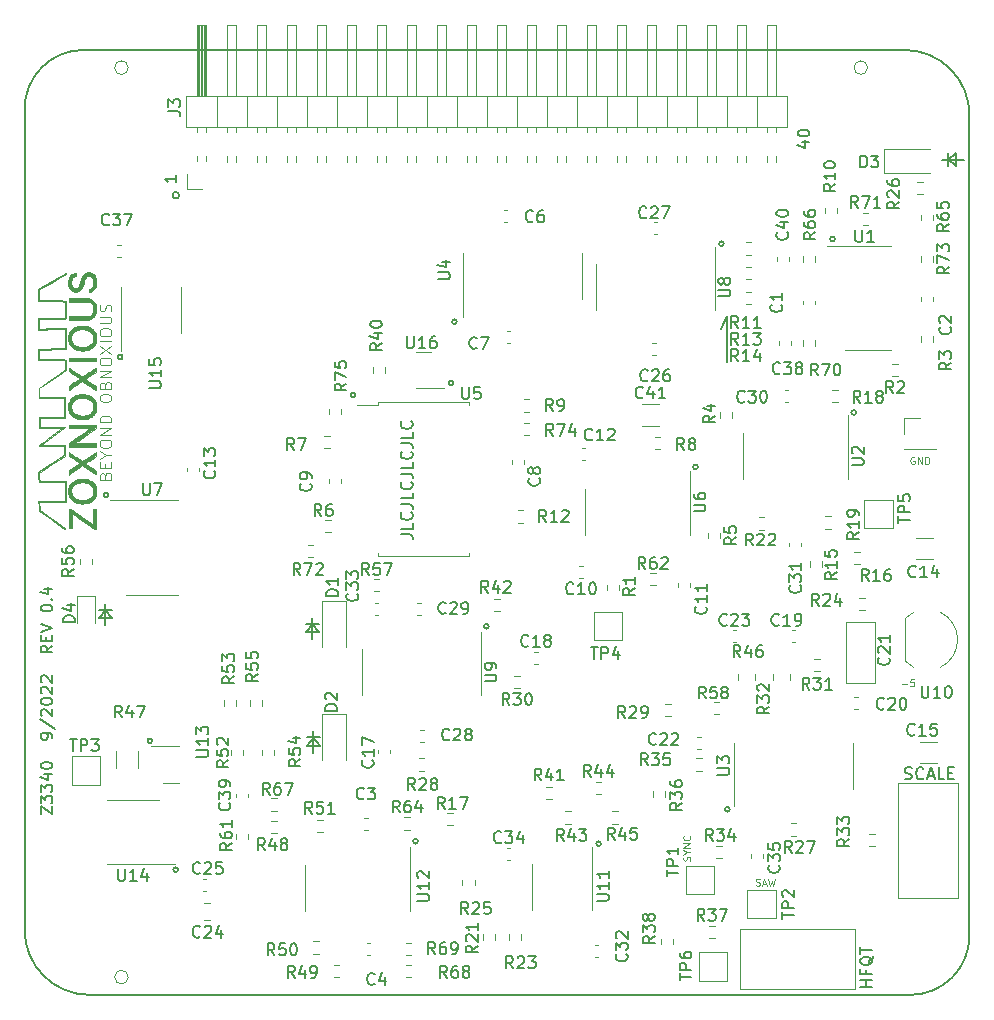
<source format=gbr>
G04 #@! TF.GenerationSoftware,KiCad,Pcbnew,6.0.7-f9a2dced07~116~ubuntu20.04.1*
G04 #@! TF.CreationDate,2022-09-15T12:31:24-07:00*
G04 #@! TF.ProjectId,as3340,61733333-3430-42e6-9b69-6361645f7063,rev?*
G04 #@! TF.SameCoordinates,Original*
G04 #@! TF.FileFunction,Legend,Top*
G04 #@! TF.FilePolarity,Positive*
%FSLAX46Y46*%
G04 Gerber Fmt 4.6, Leading zero omitted, Abs format (unit mm)*
G04 Created by KiCad (PCBNEW 6.0.7-f9a2dced07~116~ubuntu20.04.1) date 2022-09-15 12:31:24*
%MOMM*%
%LPD*%
G01*
G04 APERTURE LIST*
%ADD10C,0.150000*%
G04 #@! TA.AperFunction,Profile*
%ADD11C,0.150000*%
G04 #@! TD*
G04 #@! TA.AperFunction,Profile*
%ADD12C,0.050000*%
G04 #@! TD*
%ADD13C,0.090000*%
%ADD14C,0.120000*%
%ADD15C,0.010000*%
G04 APERTURE END LIST*
D10*
X106300000Y135700000D02*
G75*
G03*
X106300000Y135700000I-200000J0D01*
G01*
X91400000Y126800000D02*
X91400000Y125000000D01*
X90900000Y126300000D02*
X92000000Y126300000D01*
X91500000Y126300000D02*
X90900000Y125600000D01*
X92000000Y125600000D02*
X91400000Y126300000D01*
X92000000Y126300000D02*
X91500000Y126300000D01*
X90900000Y125600000D02*
X92000000Y125600000D01*
X91900000Y135900000D02*
X91400000Y135900000D01*
X90800000Y135200000D02*
X91900000Y135200000D01*
X91900000Y135200000D02*
X91300000Y135900000D01*
X91300000Y136400000D02*
X91300000Y134600000D01*
X91400000Y135900000D02*
X90800000Y135200000D01*
X90800000Y135900000D02*
X91900000Y135900000D01*
X73300000Y136400000D02*
X74400000Y136400000D01*
X73300000Y137100000D02*
X74400000Y137100000D01*
X74400000Y136400000D02*
X73800000Y137100000D01*
X74400000Y137100000D02*
X73900000Y137100000D01*
X73900000Y137100000D02*
X73300000Y136400000D01*
X73800000Y137600000D02*
X73800000Y135800000D01*
X95000000Y155300000D02*
G75*
G03*
X95000000Y155300000I-200000J0D01*
G01*
X145200000Y175800000D02*
X145200000Y175300000D01*
X145200000Y175300000D02*
X145900000Y174700000D01*
X145900000Y175800000D02*
X145200000Y175200000D01*
X145900000Y174700000D02*
X145900000Y175800000D01*
X144700000Y175200000D02*
X146500000Y175200000D01*
X145200000Y174700000D02*
X145200000Y175800000D01*
X126700000Y120200000D02*
G75*
G03*
X126700000Y120200000I-200000J0D01*
G01*
X75300000Y158500000D02*
G75*
G03*
X75300000Y158500000I-200000J0D01*
G01*
X126500000Y158100000D02*
X126500000Y162000000D01*
X80000000Y115100000D02*
G75*
G03*
X80000000Y115100000I-200000J0D01*
G01*
X137400000Y153800000D02*
G75*
G03*
X137400000Y153800000I-200000J0D01*
G01*
X124000000Y149200000D02*
G75*
G03*
X124000000Y149200000I-200000J0D01*
G01*
X126200000Y168100000D02*
G75*
G03*
X126200000Y168100000I-200000J0D01*
G01*
X80082843Y172200000D02*
G75*
G03*
X80082843Y172200000I-282843J0D01*
G01*
X100300000Y117500000D02*
G75*
G03*
X100300000Y117500000I-200000J0D01*
G01*
X103600000Y161500000D02*
G75*
G03*
X103600000Y161500000I-200000J0D01*
G01*
X115800000Y117300000D02*
G75*
G03*
X115800000Y117300000I-200000J0D01*
G01*
X135600000Y168500000D02*
G75*
G03*
X135600000Y168500000I-200000J0D01*
G01*
X74100000Y146800000D02*
G75*
G03*
X74100000Y146800000I-200000J0D01*
G01*
X77800000Y126000000D02*
G75*
G03*
X77800000Y126000000I-200000J0D01*
G01*
X126500000Y162000000D02*
X126000000Y160900000D01*
X103300000Y156300000D02*
G75*
G03*
X103300000Y156300000I-200000J0D01*
G01*
D11*
X147000000Y179000000D02*
G75*
G03*
X141500000Y184500000I-5500000J0D01*
G01*
X72000000Y184500000D02*
G75*
G03*
X67000000Y179500000I0J-5000000D01*
G01*
X72000000Y184500000D02*
X141500000Y184500000D01*
X142000000Y104500000D02*
G75*
G03*
X147000000Y109500000I0J5000000D01*
G01*
X67000000Y110000000D02*
G75*
G03*
X72500000Y104500000I5500000J0D01*
G01*
X142000000Y104500000D02*
X72500000Y104500000D01*
X67000000Y179500000D02*
X67000000Y110000000D01*
X147000000Y109500000D02*
X147000000Y179000000D01*
D12*
X138376000Y183000000D02*
G75*
G03*
X138376000Y183000000I-576000J0D01*
G01*
X75776000Y106000000D02*
G75*
G03*
X75776000Y106000000I-576000J0D01*
G01*
X75776000Y183000000D02*
G75*
G03*
X75776000Y183000000I-576000J0D01*
G01*
D10*
X68352380Y119780953D02*
X68352380Y120447620D01*
X69352380Y119780953D01*
X69352380Y120447620D01*
X68352380Y120733334D02*
X68352380Y121352381D01*
X68733333Y121019048D01*
X68733333Y121161905D01*
X68780952Y121257143D01*
X68828571Y121304762D01*
X68923809Y121352381D01*
X69161904Y121352381D01*
X69257142Y121304762D01*
X69304761Y121257143D01*
X69352380Y121161905D01*
X69352380Y120876191D01*
X69304761Y120780953D01*
X69257142Y120733334D01*
X68352380Y121685715D02*
X68352380Y122304762D01*
X68733333Y121971429D01*
X68733333Y122114286D01*
X68780952Y122209524D01*
X68828571Y122257143D01*
X68923809Y122304762D01*
X69161904Y122304762D01*
X69257142Y122257143D01*
X69304761Y122209524D01*
X69352380Y122114286D01*
X69352380Y121828572D01*
X69304761Y121733334D01*
X69257142Y121685715D01*
X68685714Y123161905D02*
X69352380Y123161905D01*
X68304761Y122923810D02*
X69019047Y122685715D01*
X69019047Y123304762D01*
X68352380Y123876191D02*
X68352380Y123971429D01*
X68400000Y124066667D01*
X68447619Y124114286D01*
X68542857Y124161905D01*
X68733333Y124209524D01*
X68971428Y124209524D01*
X69161904Y124161905D01*
X69257142Y124114286D01*
X69304761Y124066667D01*
X69352380Y123971429D01*
X69352380Y123876191D01*
X69304761Y123780953D01*
X69257142Y123733334D01*
X69161904Y123685715D01*
X68971428Y123638096D01*
X68733333Y123638096D01*
X68542857Y123685715D01*
X68447619Y123733334D01*
X68400000Y123780953D01*
X68352380Y123876191D01*
X69352380Y126209524D02*
X69352380Y126400000D01*
X69304761Y126495239D01*
X69257142Y126542858D01*
X69114285Y126638096D01*
X68923809Y126685715D01*
X68542857Y126685715D01*
X68447619Y126638096D01*
X68400000Y126590477D01*
X68352380Y126495239D01*
X68352380Y126304762D01*
X68400000Y126209524D01*
X68447619Y126161905D01*
X68542857Y126114286D01*
X68780952Y126114286D01*
X68876190Y126161905D01*
X68923809Y126209524D01*
X68971428Y126304762D01*
X68971428Y126495239D01*
X68923809Y126590477D01*
X68876190Y126638096D01*
X68780952Y126685715D01*
X68304761Y127828572D02*
X69590476Y126971429D01*
X68447619Y128114286D02*
X68400000Y128161905D01*
X68352380Y128257143D01*
X68352380Y128495239D01*
X68400000Y128590477D01*
X68447619Y128638096D01*
X68542857Y128685715D01*
X68638095Y128685715D01*
X68780952Y128638096D01*
X69352380Y128066667D01*
X69352380Y128685715D01*
X68352380Y129304762D02*
X68352380Y129400000D01*
X68400000Y129495239D01*
X68447619Y129542858D01*
X68542857Y129590477D01*
X68733333Y129638096D01*
X68971428Y129638096D01*
X69161904Y129590477D01*
X69257142Y129542858D01*
X69304761Y129495239D01*
X69352380Y129400000D01*
X69352380Y129304762D01*
X69304761Y129209524D01*
X69257142Y129161905D01*
X69161904Y129114286D01*
X68971428Y129066667D01*
X68733333Y129066667D01*
X68542857Y129114286D01*
X68447619Y129161905D01*
X68400000Y129209524D01*
X68352380Y129304762D01*
X68447619Y130019048D02*
X68400000Y130066667D01*
X68352380Y130161905D01*
X68352380Y130400000D01*
X68400000Y130495239D01*
X68447619Y130542858D01*
X68542857Y130590477D01*
X68638095Y130590477D01*
X68780952Y130542858D01*
X69352380Y129971429D01*
X69352380Y130590477D01*
X68447619Y130971429D02*
X68400000Y131019048D01*
X68352380Y131114286D01*
X68352380Y131352381D01*
X68400000Y131447620D01*
X68447619Y131495239D01*
X68542857Y131542858D01*
X68638095Y131542858D01*
X68780952Y131495239D01*
X69352380Y130923810D01*
X69352380Y131542858D01*
X69352380Y134066667D02*
X68876190Y133733334D01*
X69352380Y133495239D02*
X68352380Y133495239D01*
X68352380Y133876191D01*
X68400000Y133971429D01*
X68447619Y134019048D01*
X68542857Y134066667D01*
X68685714Y134066667D01*
X68780952Y134019048D01*
X68828571Y133971429D01*
X68876190Y133876191D01*
X68876190Y133495239D01*
X68828571Y134495239D02*
X68828571Y134828572D01*
X69352380Y134971429D02*
X69352380Y134495239D01*
X68352380Y134495239D01*
X68352380Y134971429D01*
X68352380Y135257143D02*
X69352380Y135590477D01*
X68352380Y135923810D01*
X68352380Y137209524D02*
X68352380Y137304762D01*
X68400000Y137400000D01*
X68447619Y137447620D01*
X68542857Y137495239D01*
X68733333Y137542858D01*
X68971428Y137542858D01*
X69161904Y137495239D01*
X69257142Y137447620D01*
X69304761Y137400000D01*
X69352380Y137304762D01*
X69352380Y137209524D01*
X69304761Y137114286D01*
X69257142Y137066667D01*
X69161904Y137019048D01*
X68971428Y136971429D01*
X68733333Y136971429D01*
X68542857Y137019048D01*
X68447619Y137066667D01*
X68400000Y137114286D01*
X68352380Y137209524D01*
X69257142Y137971429D02*
X69304761Y138019048D01*
X69352380Y137971429D01*
X69304761Y137923810D01*
X69257142Y137971429D01*
X69352380Y137971429D01*
X68685714Y138876191D02*
X69352380Y138876191D01*
X68304761Y138638096D02*
X69019047Y138400000D01*
X69019047Y139019048D01*
D13*
X128928571Y113757143D02*
X129014285Y113728572D01*
X129157142Y113728572D01*
X129214285Y113757143D01*
X129242857Y113785715D01*
X129271428Y113842858D01*
X129271428Y113900000D01*
X129242857Y113957143D01*
X129214285Y113985715D01*
X129157142Y114014286D01*
X129042857Y114042858D01*
X128985714Y114071429D01*
X128957142Y114100000D01*
X128928571Y114157143D01*
X128928571Y114214286D01*
X128957142Y114271429D01*
X128985714Y114300000D01*
X129042857Y114328572D01*
X129185714Y114328572D01*
X129271428Y114300000D01*
X129500000Y113900000D02*
X129785714Y113900000D01*
X129442857Y113728572D02*
X129642857Y114328572D01*
X129842857Y113728572D01*
X129985714Y114328572D02*
X130128571Y113728572D01*
X130242857Y114157143D01*
X130357142Y113728572D01*
X130500000Y114328572D01*
X123342857Y115857143D02*
X123371428Y115942858D01*
X123371428Y116085715D01*
X123342857Y116142858D01*
X123314285Y116171429D01*
X123257142Y116200000D01*
X123200000Y116200000D01*
X123142857Y116171429D01*
X123114285Y116142858D01*
X123085714Y116085715D01*
X123057142Y115971429D01*
X123028571Y115914286D01*
X123000000Y115885715D01*
X122942857Y115857143D01*
X122885714Y115857143D01*
X122828571Y115885715D01*
X122800000Y115914286D01*
X122771428Y115971429D01*
X122771428Y116114286D01*
X122800000Y116200000D01*
X123085714Y116571429D02*
X123371428Y116571429D01*
X122771428Y116371429D02*
X123085714Y116571429D01*
X122771428Y116771429D01*
X123371428Y116971429D02*
X122771428Y116971429D01*
X123371428Y117314286D01*
X122771428Y117314286D01*
X123314285Y117942858D02*
X123342857Y117914286D01*
X123371428Y117828572D01*
X123371428Y117771429D01*
X123342857Y117685715D01*
X123285714Y117628572D01*
X123228571Y117600000D01*
X123114285Y117571429D01*
X123028571Y117571429D01*
X122914285Y117600000D01*
X122857142Y117628572D01*
X122800000Y117685715D01*
X122771428Y117771429D01*
X122771428Y117828572D01*
X122800000Y117914286D01*
X122828571Y117942858D01*
D10*
X141528571Y122795239D02*
X141671428Y122747620D01*
X141909523Y122747620D01*
X142004761Y122795239D01*
X142052380Y122842858D01*
X142100000Y122938096D01*
X142100000Y123033334D01*
X142052380Y123128572D01*
X142004761Y123176191D01*
X141909523Y123223810D01*
X141719047Y123271429D01*
X141623809Y123319048D01*
X141576190Y123366667D01*
X141528571Y123461905D01*
X141528571Y123557143D01*
X141576190Y123652381D01*
X141623809Y123700000D01*
X141719047Y123747620D01*
X141957142Y123747620D01*
X142100000Y123700000D01*
X143100000Y122842858D02*
X143052380Y122795239D01*
X142909523Y122747620D01*
X142814285Y122747620D01*
X142671428Y122795239D01*
X142576190Y122890477D01*
X142528571Y122985715D01*
X142480952Y123176191D01*
X142480952Y123319048D01*
X142528571Y123509524D01*
X142576190Y123604762D01*
X142671428Y123700000D01*
X142814285Y123747620D01*
X142909523Y123747620D01*
X143052380Y123700000D01*
X143100000Y123652381D01*
X143480952Y123033334D02*
X143957142Y123033334D01*
X143385714Y122747620D02*
X143719047Y123747620D01*
X144052380Y122747620D01*
X144861904Y122747620D02*
X144385714Y122747620D01*
X144385714Y123747620D01*
X145195238Y123271429D02*
X145528571Y123271429D01*
X145671428Y122747620D02*
X145195238Y122747620D01*
X145195238Y123747620D01*
X145671428Y123747620D01*
X132785714Y176714286D02*
X133452380Y176714286D01*
X132404761Y176476191D02*
X133119047Y176238096D01*
X133119047Y176857143D01*
X132452380Y177428572D02*
X132452380Y177523810D01*
X132500000Y177619048D01*
X132547619Y177666667D01*
X132642857Y177714286D01*
X132833333Y177761905D01*
X133071428Y177761905D01*
X133261904Y177714286D01*
X133357142Y177666667D01*
X133404761Y177619048D01*
X133452380Y177523810D01*
X133452380Y177428572D01*
X133404761Y177333334D01*
X133357142Y177285715D01*
X133261904Y177238096D01*
X133071428Y177190477D01*
X132833333Y177190477D01*
X132642857Y177238096D01*
X132547619Y177285715D01*
X132500000Y177333334D01*
X132452380Y177428572D01*
D13*
X141285714Y130857143D02*
X141742857Y130857143D01*
X142314285Y131228572D02*
X142028571Y131228572D01*
X142000000Y130942858D01*
X142028571Y130971429D01*
X142085714Y131000000D01*
X142228571Y131000000D01*
X142285714Y130971429D01*
X142314285Y130942858D01*
X142342857Y130885715D01*
X142342857Y130742858D01*
X142314285Y130685715D01*
X142285714Y130657143D01*
X142228571Y130628572D01*
X142085714Y130628572D01*
X142028571Y130657143D01*
X142000000Y130685715D01*
X73828571Y148452381D02*
X73876190Y148595239D01*
X73923809Y148642858D01*
X74019047Y148690477D01*
X74161904Y148690477D01*
X74257142Y148642858D01*
X74304761Y148595239D01*
X74352380Y148500000D01*
X74352380Y148119048D01*
X73352380Y148119048D01*
X73352380Y148452381D01*
X73400000Y148547620D01*
X73447619Y148595239D01*
X73542857Y148642858D01*
X73638095Y148642858D01*
X73733333Y148595239D01*
X73780952Y148547620D01*
X73828571Y148452381D01*
X73828571Y148119048D01*
X73828571Y149119048D02*
X73828571Y149452381D01*
X74352380Y149595239D02*
X74352380Y149119048D01*
X73352380Y149119048D01*
X73352380Y149595239D01*
X73876190Y150214286D02*
X74352380Y150214286D01*
X73352380Y149880953D02*
X73876190Y150214286D01*
X73352380Y150547620D01*
X73352380Y151071429D02*
X73352380Y151261905D01*
X73400000Y151357143D01*
X73495238Y151452381D01*
X73685714Y151500000D01*
X74019047Y151500000D01*
X74209523Y151452381D01*
X74304761Y151357143D01*
X74352380Y151261905D01*
X74352380Y151071429D01*
X74304761Y150976191D01*
X74209523Y150880953D01*
X74019047Y150833334D01*
X73685714Y150833334D01*
X73495238Y150880953D01*
X73400000Y150976191D01*
X73352380Y151071429D01*
X74352380Y151928572D02*
X73352380Y151928572D01*
X74352380Y152500000D01*
X73352380Y152500000D01*
X74352380Y152976191D02*
X73352380Y152976191D01*
X73352380Y153214286D01*
X73400000Y153357143D01*
X73495238Y153452381D01*
X73590476Y153500000D01*
X73780952Y153547620D01*
X73923809Y153547620D01*
X74114285Y153500000D01*
X74209523Y153452381D01*
X74304761Y153357143D01*
X74352380Y153214286D01*
X74352380Y152976191D01*
X73352380Y154928572D02*
X73352380Y155119048D01*
X73400000Y155214286D01*
X73495238Y155309524D01*
X73685714Y155357143D01*
X74019047Y155357143D01*
X74209523Y155309524D01*
X74304761Y155214286D01*
X74352380Y155119048D01*
X74352380Y154928572D01*
X74304761Y154833334D01*
X74209523Y154738096D01*
X74019047Y154690477D01*
X73685714Y154690477D01*
X73495238Y154738096D01*
X73400000Y154833334D01*
X73352380Y154928572D01*
X73828571Y156119048D02*
X73876190Y156261905D01*
X73923809Y156309524D01*
X74019047Y156357143D01*
X74161904Y156357143D01*
X74257142Y156309524D01*
X74304761Y156261905D01*
X74352380Y156166667D01*
X74352380Y155785715D01*
X73352380Y155785715D01*
X73352380Y156119048D01*
X73400000Y156214286D01*
X73447619Y156261905D01*
X73542857Y156309524D01*
X73638095Y156309524D01*
X73733333Y156261905D01*
X73780952Y156214286D01*
X73828571Y156119048D01*
X73828571Y155785715D01*
X74352380Y156785715D02*
X73352380Y156785715D01*
X74352380Y157357143D01*
X73352380Y157357143D01*
X73352380Y158023810D02*
X73352380Y158214286D01*
X73400000Y158309524D01*
X73495238Y158404762D01*
X73685714Y158452381D01*
X74019047Y158452381D01*
X74209523Y158404762D01*
X74304761Y158309524D01*
X74352380Y158214286D01*
X74352380Y158023810D01*
X74304761Y157928572D01*
X74209523Y157833334D01*
X74019047Y157785715D01*
X73685714Y157785715D01*
X73495238Y157833334D01*
X73400000Y157928572D01*
X73352380Y158023810D01*
X73352380Y158785715D02*
X74352380Y159452381D01*
X73352380Y159452381D02*
X74352380Y158785715D01*
X74352380Y159833334D02*
X73352380Y159833334D01*
X73352380Y160500000D02*
X73352380Y160690477D01*
X73400000Y160785715D01*
X73495238Y160880953D01*
X73685714Y160928572D01*
X74019047Y160928572D01*
X74209523Y160880953D01*
X74304761Y160785715D01*
X74352380Y160690477D01*
X74352380Y160500000D01*
X74304761Y160404762D01*
X74209523Y160309524D01*
X74019047Y160261905D01*
X73685714Y160261905D01*
X73495238Y160309524D01*
X73400000Y160404762D01*
X73352380Y160500000D01*
X73352380Y161357143D02*
X74161904Y161357143D01*
X74257142Y161404762D01*
X74304761Y161452381D01*
X74352380Y161547620D01*
X74352380Y161738096D01*
X74304761Y161833334D01*
X74257142Y161880953D01*
X74161904Y161928572D01*
X73352380Y161928572D01*
X74304761Y162357143D02*
X74352380Y162500000D01*
X74352380Y162738096D01*
X74304761Y162833334D01*
X74257142Y162880953D01*
X74161904Y162928572D01*
X74066666Y162928572D01*
X73971428Y162880953D01*
X73923809Y162833334D01*
X73876190Y162738096D01*
X73828571Y162547620D01*
X73780952Y162452381D01*
X73733333Y162404762D01*
X73638095Y162357143D01*
X73542857Y162357143D01*
X73447619Y162404762D01*
X73400000Y162452381D01*
X73352380Y162547620D01*
X73352380Y162785715D01*
X73400000Y162928572D01*
D10*
X138752380Y105180953D02*
X137752380Y105180953D01*
X138228571Y105180953D02*
X138228571Y105752381D01*
X138752380Y105752381D02*
X137752380Y105752381D01*
X138228571Y106561905D02*
X138228571Y106228572D01*
X138752380Y106228572D02*
X137752380Y106228572D01*
X137752380Y106704762D01*
X138847619Y107752381D02*
X138800000Y107657143D01*
X138704761Y107561905D01*
X138561904Y107419048D01*
X138514285Y107323810D01*
X138514285Y107228572D01*
X138752380Y107276191D02*
X138704761Y107180953D01*
X138609523Y107085715D01*
X138419047Y107038096D01*
X138085714Y107038096D01*
X137895238Y107085715D01*
X137800000Y107180953D01*
X137752380Y107276191D01*
X137752380Y107466667D01*
X137800000Y107561905D01*
X137895238Y107657143D01*
X138085714Y107704762D01*
X138419047Y107704762D01*
X138609523Y107657143D01*
X138704761Y107561905D01*
X138752380Y107466667D01*
X138752380Y107276191D01*
X137752380Y107990477D02*
X137752380Y108561905D01*
X138752380Y108276191D02*
X137752380Y108276191D01*
X79852380Y173885715D02*
X79852380Y173314286D01*
X79852380Y173600000D02*
X78852380Y173600000D01*
X78995238Y173504762D01*
X79090476Y173409524D01*
X79138095Y173314286D01*
D13*
X142342857Y150000000D02*
X142285714Y150028572D01*
X142200000Y150028572D01*
X142114285Y150000000D01*
X142057142Y149942858D01*
X142028571Y149885715D01*
X142000000Y149771429D01*
X142000000Y149685715D01*
X142028571Y149571429D01*
X142057142Y149514286D01*
X142114285Y149457143D01*
X142200000Y149428572D01*
X142257142Y149428572D01*
X142342857Y149457143D01*
X142371428Y149485715D01*
X142371428Y149685715D01*
X142257142Y149685715D01*
X142628571Y149428572D02*
X142628571Y150028572D01*
X142971428Y149428572D01*
X142971428Y150028572D01*
X143257142Y149428572D02*
X143257142Y150028572D01*
X143400000Y150028572D01*
X143485714Y150000000D01*
X143542857Y149942858D01*
X143571428Y149885715D01*
X143600000Y149771429D01*
X143600000Y149685715D01*
X143571428Y149571429D01*
X143542857Y149514286D01*
X143485714Y149457143D01*
X143400000Y149428572D01*
X143257142Y149428572D01*
D10*
X98852380Y143480953D02*
X99566666Y143480953D01*
X99709523Y143433334D01*
X99804761Y143338096D01*
X99852380Y143195239D01*
X99852380Y143100000D01*
X99852380Y144433334D02*
X99852380Y143957143D01*
X98852380Y143957143D01*
X99757142Y145338096D02*
X99804761Y145290477D01*
X99852380Y145147620D01*
X99852380Y145052381D01*
X99804761Y144909524D01*
X99709523Y144814286D01*
X99614285Y144766667D01*
X99423809Y144719048D01*
X99280952Y144719048D01*
X99090476Y144766667D01*
X98995238Y144814286D01*
X98900000Y144909524D01*
X98852380Y145052381D01*
X98852380Y145147620D01*
X98900000Y145290477D01*
X98947619Y145338096D01*
X98852380Y146052381D02*
X99566666Y146052381D01*
X99709523Y146004762D01*
X99804761Y145909524D01*
X99852380Y145766667D01*
X99852380Y145671429D01*
X99852380Y147004762D02*
X99852380Y146528572D01*
X98852380Y146528572D01*
X99757142Y147909524D02*
X99804761Y147861905D01*
X99852380Y147719048D01*
X99852380Y147623810D01*
X99804761Y147480953D01*
X99709523Y147385715D01*
X99614285Y147338096D01*
X99423809Y147290477D01*
X99280952Y147290477D01*
X99090476Y147338096D01*
X98995238Y147385715D01*
X98900000Y147480953D01*
X98852380Y147623810D01*
X98852380Y147719048D01*
X98900000Y147861905D01*
X98947619Y147909524D01*
X98852380Y148623810D02*
X99566666Y148623810D01*
X99709523Y148576191D01*
X99804761Y148480953D01*
X99852380Y148338096D01*
X99852380Y148242858D01*
X99852380Y149576191D02*
X99852380Y149100000D01*
X98852380Y149100000D01*
X99757142Y150480953D02*
X99804761Y150433334D01*
X99852380Y150290477D01*
X99852380Y150195239D01*
X99804761Y150052381D01*
X99709523Y149957143D01*
X99614285Y149909524D01*
X99423809Y149861905D01*
X99280952Y149861905D01*
X99090476Y149909524D01*
X98995238Y149957143D01*
X98900000Y150052381D01*
X98852380Y150195239D01*
X98852380Y150290477D01*
X98900000Y150433334D01*
X98947619Y150480953D01*
X98852380Y151195239D02*
X99566666Y151195239D01*
X99709523Y151147620D01*
X99804761Y151052381D01*
X99852380Y150909524D01*
X99852380Y150814286D01*
X99852380Y152147620D02*
X99852380Y151671429D01*
X98852380Y151671429D01*
X99757142Y153052381D02*
X99804761Y153004762D01*
X99852380Y152861905D01*
X99852380Y152766667D01*
X99804761Y152623810D01*
X99709523Y152528572D01*
X99614285Y152480953D01*
X99423809Y152433334D01*
X99280952Y152433334D01*
X99090476Y152480953D01*
X98995238Y152528572D01*
X98900000Y152623810D01*
X98852380Y152766667D01*
X98852380Y152861905D01*
X98900000Y153004762D01*
X98947619Y153052381D01*
X110033333Y170017858D02*
X109985714Y169970239D01*
X109842857Y169922620D01*
X109747619Y169922620D01*
X109604761Y169970239D01*
X109509523Y170065477D01*
X109461904Y170160715D01*
X109414285Y170351191D01*
X109414285Y170494048D01*
X109461904Y170684524D01*
X109509523Y170779762D01*
X109604761Y170875000D01*
X109747619Y170922620D01*
X109842857Y170922620D01*
X109985714Y170875000D01*
X110033333Y170827381D01*
X110890476Y170922620D02*
X110700000Y170922620D01*
X110604761Y170875000D01*
X110557142Y170827381D01*
X110461904Y170684524D01*
X110414285Y170494048D01*
X110414285Y170113096D01*
X110461904Y170017858D01*
X110509523Y169970239D01*
X110604761Y169922620D01*
X110795238Y169922620D01*
X110890476Y169970239D01*
X110938095Y170017858D01*
X110985714Y170113096D01*
X110985714Y170351191D01*
X110938095Y170446429D01*
X110890476Y170494048D01*
X110795238Y170541667D01*
X110604761Y170541667D01*
X110509523Y170494048D01*
X110461904Y170446429D01*
X110414285Y170351191D01*
X119757142Y156542858D02*
X119709523Y156495239D01*
X119566666Y156447620D01*
X119471428Y156447620D01*
X119328571Y156495239D01*
X119233333Y156590477D01*
X119185714Y156685715D01*
X119138095Y156876191D01*
X119138095Y157019048D01*
X119185714Y157209524D01*
X119233333Y157304762D01*
X119328571Y157400000D01*
X119471428Y157447620D01*
X119566666Y157447620D01*
X119709523Y157400000D01*
X119757142Y157352381D01*
X120138095Y157352381D02*
X120185714Y157400000D01*
X120280952Y157447620D01*
X120519047Y157447620D01*
X120614285Y157400000D01*
X120661904Y157352381D01*
X120709523Y157257143D01*
X120709523Y157161905D01*
X120661904Y157019048D01*
X120090476Y156447620D01*
X120709523Y156447620D01*
X121566666Y157447620D02*
X121376190Y157447620D01*
X121280952Y157400000D01*
X121233333Y157352381D01*
X121138095Y157209524D01*
X121090476Y157019048D01*
X121090476Y156638096D01*
X121138095Y156542858D01*
X121185714Y156495239D01*
X121280952Y156447620D01*
X121471428Y156447620D01*
X121566666Y156495239D01*
X121614285Y156542858D01*
X121661904Y156638096D01*
X121661904Y156876191D01*
X121614285Y156971429D01*
X121566666Y157019048D01*
X121471428Y157066667D01*
X121280952Y157066667D01*
X121185714Y157019048D01*
X121138095Y156971429D01*
X121090476Y156876191D01*
X131057142Y162933334D02*
X131104761Y162885715D01*
X131152380Y162742858D01*
X131152380Y162647620D01*
X131104761Y162504762D01*
X131009523Y162409524D01*
X130914285Y162361905D01*
X130723809Y162314286D01*
X130580952Y162314286D01*
X130390476Y162361905D01*
X130295238Y162409524D01*
X130200000Y162504762D01*
X130152380Y162647620D01*
X130152380Y162742858D01*
X130200000Y162885715D01*
X130247619Y162933334D01*
X131152380Y163885715D02*
X131152380Y163314286D01*
X131152380Y163600000D02*
X130152380Y163600000D01*
X130295238Y163504762D01*
X130390476Y163409524D01*
X130438095Y163314286D01*
X125652380Y123138096D02*
X126461904Y123138096D01*
X126557142Y123185715D01*
X126604761Y123233334D01*
X126652380Y123328572D01*
X126652380Y123519048D01*
X126604761Y123614286D01*
X126557142Y123661905D01*
X126461904Y123709524D01*
X125652380Y123709524D01*
X125652380Y124090477D02*
X125652380Y124709524D01*
X126033333Y124376191D01*
X126033333Y124519048D01*
X126080952Y124614286D01*
X126128571Y124661905D01*
X126223809Y124709524D01*
X126461904Y124709524D01*
X126557142Y124661905D01*
X126604761Y124614286D01*
X126652380Y124519048D01*
X126652380Y124233334D01*
X126604761Y124138096D01*
X126557142Y124090477D01*
X130857142Y135842858D02*
X130809523Y135795239D01*
X130666666Y135747620D01*
X130571428Y135747620D01*
X130428571Y135795239D01*
X130333333Y135890477D01*
X130285714Y135985715D01*
X130238095Y136176191D01*
X130238095Y136319048D01*
X130285714Y136509524D01*
X130333333Y136604762D01*
X130428571Y136700000D01*
X130571428Y136747620D01*
X130666666Y136747620D01*
X130809523Y136700000D01*
X130857142Y136652381D01*
X131809523Y135747620D02*
X131238095Y135747620D01*
X131523809Y135747620D02*
X131523809Y136747620D01*
X131428571Y136604762D01*
X131333333Y136509524D01*
X131238095Y136461905D01*
X132285714Y135747620D02*
X132476190Y135747620D01*
X132571428Y135795239D01*
X132619047Y135842858D01*
X132714285Y135985715D01*
X132761904Y136176191D01*
X132761904Y136557143D01*
X132714285Y136652381D01*
X132666666Y136700000D01*
X132571428Y136747620D01*
X132380952Y136747620D01*
X132285714Y136700000D01*
X132238095Y136652381D01*
X132190476Y136557143D01*
X132190476Y136319048D01*
X132238095Y136223810D01*
X132285714Y136176191D01*
X132380952Y136128572D01*
X132571428Y136128572D01*
X132666666Y136176191D01*
X132714285Y136223810D01*
X132761904Y136319048D01*
X139757142Y128742858D02*
X139709523Y128695239D01*
X139566666Y128647620D01*
X139471428Y128647620D01*
X139328571Y128695239D01*
X139233333Y128790477D01*
X139185714Y128885715D01*
X139138095Y129076191D01*
X139138095Y129219048D01*
X139185714Y129409524D01*
X139233333Y129504762D01*
X139328571Y129600000D01*
X139471428Y129647620D01*
X139566666Y129647620D01*
X139709523Y129600000D01*
X139757142Y129552381D01*
X140138095Y129552381D02*
X140185714Y129600000D01*
X140280952Y129647620D01*
X140519047Y129647620D01*
X140614285Y129600000D01*
X140661904Y129552381D01*
X140709523Y129457143D01*
X140709523Y129361905D01*
X140661904Y129219048D01*
X140090476Y128647620D01*
X140709523Y128647620D01*
X141328571Y129647620D02*
X141423809Y129647620D01*
X141519047Y129600000D01*
X141566666Y129552381D01*
X141614285Y129457143D01*
X141661904Y129266667D01*
X141661904Y129028572D01*
X141614285Y128838096D01*
X141566666Y128742858D01*
X141519047Y128695239D01*
X141423809Y128647620D01*
X141328571Y128647620D01*
X141233333Y128695239D01*
X141185714Y128742858D01*
X141138095Y128838096D01*
X141090476Y129028572D01*
X141090476Y129266667D01*
X141138095Y129457143D01*
X141185714Y129552381D01*
X141233333Y129600000D01*
X141328571Y129647620D01*
X120457142Y125742858D02*
X120409523Y125695239D01*
X120266666Y125647620D01*
X120171428Y125647620D01*
X120028571Y125695239D01*
X119933333Y125790477D01*
X119885714Y125885715D01*
X119838095Y126076191D01*
X119838095Y126219048D01*
X119885714Y126409524D01*
X119933333Y126504762D01*
X120028571Y126600000D01*
X120171428Y126647620D01*
X120266666Y126647620D01*
X120409523Y126600000D01*
X120457142Y126552381D01*
X120838095Y126552381D02*
X120885714Y126600000D01*
X120980952Y126647620D01*
X121219047Y126647620D01*
X121314285Y126600000D01*
X121361904Y126552381D01*
X121409523Y126457143D01*
X121409523Y126361905D01*
X121361904Y126219048D01*
X120790476Y125647620D01*
X121409523Y125647620D01*
X121790476Y126552381D02*
X121838095Y126600000D01*
X121933333Y126647620D01*
X122171428Y126647620D01*
X122266666Y126600000D01*
X122314285Y126552381D01*
X122361904Y126457143D01*
X122361904Y126361905D01*
X122314285Y126219048D01*
X121742857Y125647620D01*
X122361904Y125647620D01*
X126457142Y135842858D02*
X126409523Y135795239D01*
X126266666Y135747620D01*
X126171428Y135747620D01*
X126028571Y135795239D01*
X125933333Y135890477D01*
X125885714Y135985715D01*
X125838095Y136176191D01*
X125838095Y136319048D01*
X125885714Y136509524D01*
X125933333Y136604762D01*
X126028571Y136700000D01*
X126171428Y136747620D01*
X126266666Y136747620D01*
X126409523Y136700000D01*
X126457142Y136652381D01*
X126838095Y136652381D02*
X126885714Y136700000D01*
X126980952Y136747620D01*
X127219047Y136747620D01*
X127314285Y136700000D01*
X127361904Y136652381D01*
X127409523Y136557143D01*
X127409523Y136461905D01*
X127361904Y136319048D01*
X126790476Y135747620D01*
X127409523Y135747620D01*
X127742857Y136747620D02*
X128361904Y136747620D01*
X128028571Y136366667D01*
X128171428Y136366667D01*
X128266666Y136319048D01*
X128314285Y136271429D01*
X128361904Y136176191D01*
X128361904Y135938096D01*
X128314285Y135842858D01*
X128266666Y135795239D01*
X128171428Y135747620D01*
X127885714Y135747620D01*
X127790476Y135795239D01*
X127742857Y135842858D01*
X131957142Y116547620D02*
X131623809Y117023810D01*
X131385714Y116547620D02*
X131385714Y117547620D01*
X131766666Y117547620D01*
X131861904Y117500000D01*
X131909523Y117452381D01*
X131957142Y117357143D01*
X131957142Y117214286D01*
X131909523Y117119048D01*
X131861904Y117071429D01*
X131766666Y117023810D01*
X131385714Y117023810D01*
X132338095Y117452381D02*
X132385714Y117500000D01*
X132480952Y117547620D01*
X132719047Y117547620D01*
X132814285Y117500000D01*
X132861904Y117452381D01*
X132909523Y117357143D01*
X132909523Y117261905D01*
X132861904Y117119048D01*
X132290476Y116547620D01*
X132909523Y116547620D01*
X133242857Y117547620D02*
X133909523Y117547620D01*
X133480952Y116547620D01*
X133457142Y130347620D02*
X133123809Y130823810D01*
X132885714Y130347620D02*
X132885714Y131347620D01*
X133266666Y131347620D01*
X133361904Y131300000D01*
X133409523Y131252381D01*
X133457142Y131157143D01*
X133457142Y131014286D01*
X133409523Y130919048D01*
X133361904Y130871429D01*
X133266666Y130823810D01*
X132885714Y130823810D01*
X133790476Y131347620D02*
X134409523Y131347620D01*
X134076190Y130966667D01*
X134219047Y130966667D01*
X134314285Y130919048D01*
X134361904Y130871429D01*
X134409523Y130776191D01*
X134409523Y130538096D01*
X134361904Y130442858D01*
X134314285Y130395239D01*
X134219047Y130347620D01*
X133933333Y130347620D01*
X133838095Y130395239D01*
X133790476Y130442858D01*
X135361904Y130347620D02*
X134790476Y130347620D01*
X135076190Y130347620D02*
X135076190Y131347620D01*
X134980952Y131204762D01*
X134885714Y131109524D01*
X134790476Y131061905D01*
X130052380Y128907143D02*
X129576190Y128573810D01*
X130052380Y128335715D02*
X129052380Y128335715D01*
X129052380Y128716667D01*
X129100000Y128811905D01*
X129147619Y128859524D01*
X129242857Y128907143D01*
X129385714Y128907143D01*
X129480952Y128859524D01*
X129528571Y128811905D01*
X129576190Y128716667D01*
X129576190Y128335715D01*
X129052380Y129240477D02*
X129052380Y129859524D01*
X129433333Y129526191D01*
X129433333Y129669048D01*
X129480952Y129764286D01*
X129528571Y129811905D01*
X129623809Y129859524D01*
X129861904Y129859524D01*
X129957142Y129811905D01*
X130004761Y129764286D01*
X130052380Y129669048D01*
X130052380Y129383334D01*
X130004761Y129288096D01*
X129957142Y129240477D01*
X129147619Y130240477D02*
X129100000Y130288096D01*
X129052380Y130383334D01*
X129052380Y130621429D01*
X129100000Y130716667D01*
X129147619Y130764286D01*
X129242857Y130811905D01*
X129338095Y130811905D01*
X129480952Y130764286D01*
X130052380Y130192858D01*
X130052380Y130811905D01*
X136827380Y117682143D02*
X136351190Y117348810D01*
X136827380Y117110715D02*
X135827380Y117110715D01*
X135827380Y117491667D01*
X135875000Y117586905D01*
X135922619Y117634524D01*
X136017857Y117682143D01*
X136160714Y117682143D01*
X136255952Y117634524D01*
X136303571Y117586905D01*
X136351190Y117491667D01*
X136351190Y117110715D01*
X135827380Y118015477D02*
X135827380Y118634524D01*
X136208333Y118301191D01*
X136208333Y118444048D01*
X136255952Y118539286D01*
X136303571Y118586905D01*
X136398809Y118634524D01*
X136636904Y118634524D01*
X136732142Y118586905D01*
X136779761Y118539286D01*
X136827380Y118444048D01*
X136827380Y118158334D01*
X136779761Y118063096D01*
X136732142Y118015477D01*
X135827380Y118967858D02*
X135827380Y119586905D01*
X136208333Y119253572D01*
X136208333Y119396429D01*
X136255952Y119491667D01*
X136303571Y119539286D01*
X136398809Y119586905D01*
X136636904Y119586905D01*
X136732142Y119539286D01*
X136779761Y119491667D01*
X136827380Y119396429D01*
X136827380Y119110715D01*
X136779761Y119015477D01*
X136732142Y118967858D01*
X125257142Y117547620D02*
X124923809Y118023810D01*
X124685714Y117547620D02*
X124685714Y118547620D01*
X125066666Y118547620D01*
X125161904Y118500000D01*
X125209523Y118452381D01*
X125257142Y118357143D01*
X125257142Y118214286D01*
X125209523Y118119048D01*
X125161904Y118071429D01*
X125066666Y118023810D01*
X124685714Y118023810D01*
X125590476Y118547620D02*
X126209523Y118547620D01*
X125876190Y118166667D01*
X126019047Y118166667D01*
X126114285Y118119048D01*
X126161904Y118071429D01*
X126209523Y117976191D01*
X126209523Y117738096D01*
X126161904Y117642858D01*
X126114285Y117595239D01*
X126019047Y117547620D01*
X125733333Y117547620D01*
X125638095Y117595239D01*
X125590476Y117642858D01*
X127066666Y118214286D02*
X127066666Y117547620D01*
X126828571Y118595239D02*
X126590476Y117880953D01*
X127209523Y117880953D01*
X119757142Y123947620D02*
X119423809Y124423810D01*
X119185714Y123947620D02*
X119185714Y124947620D01*
X119566666Y124947620D01*
X119661904Y124900000D01*
X119709523Y124852381D01*
X119757142Y124757143D01*
X119757142Y124614286D01*
X119709523Y124519048D01*
X119661904Y124471429D01*
X119566666Y124423810D01*
X119185714Y124423810D01*
X120090476Y124947620D02*
X120709523Y124947620D01*
X120376190Y124566667D01*
X120519047Y124566667D01*
X120614285Y124519048D01*
X120661904Y124471429D01*
X120709523Y124376191D01*
X120709523Y124138096D01*
X120661904Y124042858D01*
X120614285Y123995239D01*
X120519047Y123947620D01*
X120233333Y123947620D01*
X120138095Y123995239D01*
X120090476Y124042858D01*
X121614285Y124947620D02*
X121138095Y124947620D01*
X121090476Y124471429D01*
X121138095Y124519048D01*
X121233333Y124566667D01*
X121471428Y124566667D01*
X121566666Y124519048D01*
X121614285Y124471429D01*
X121661904Y124376191D01*
X121661904Y124138096D01*
X121614285Y124042858D01*
X121566666Y123995239D01*
X121471428Y123947620D01*
X121233333Y123947620D01*
X121138095Y123995239D01*
X121090476Y124042858D01*
X122652380Y120757143D02*
X122176190Y120423810D01*
X122652380Y120185715D02*
X121652380Y120185715D01*
X121652380Y120566667D01*
X121700000Y120661905D01*
X121747619Y120709524D01*
X121842857Y120757143D01*
X121985714Y120757143D01*
X122080952Y120709524D01*
X122128571Y120661905D01*
X122176190Y120566667D01*
X122176190Y120185715D01*
X121652380Y121090477D02*
X121652380Y121709524D01*
X122033333Y121376191D01*
X122033333Y121519048D01*
X122080952Y121614286D01*
X122128571Y121661905D01*
X122223809Y121709524D01*
X122461904Y121709524D01*
X122557142Y121661905D01*
X122604761Y121614286D01*
X122652380Y121519048D01*
X122652380Y121233334D01*
X122604761Y121138096D01*
X122557142Y121090477D01*
X121652380Y122566667D02*
X121652380Y122376191D01*
X121700000Y122280953D01*
X121747619Y122233334D01*
X121890476Y122138096D01*
X122080952Y122090477D01*
X122461904Y122090477D01*
X122557142Y122138096D01*
X122604761Y122185715D01*
X122652380Y122280953D01*
X122652380Y122471429D01*
X122604761Y122566667D01*
X122557142Y122614286D01*
X122461904Y122661905D01*
X122223809Y122661905D01*
X122128571Y122614286D01*
X122080952Y122566667D01*
X122033333Y122471429D01*
X122033333Y122280953D01*
X122080952Y122185715D01*
X122128571Y122138096D01*
X122223809Y122090477D01*
X127607142Y133097620D02*
X127273809Y133573810D01*
X127035714Y133097620D02*
X127035714Y134097620D01*
X127416666Y134097620D01*
X127511904Y134050000D01*
X127559523Y134002381D01*
X127607142Y133907143D01*
X127607142Y133764286D01*
X127559523Y133669048D01*
X127511904Y133621429D01*
X127416666Y133573810D01*
X127035714Y133573810D01*
X128464285Y133764286D02*
X128464285Y133097620D01*
X128226190Y134145239D02*
X127988095Y133430953D01*
X128607142Y133430953D01*
X129416666Y134097620D02*
X129226190Y134097620D01*
X129130952Y134050000D01*
X129083333Y134002381D01*
X128988095Y133859524D01*
X128940476Y133669048D01*
X128940476Y133288096D01*
X128988095Y133192858D01*
X129035714Y133145239D01*
X129130952Y133097620D01*
X129321428Y133097620D01*
X129416666Y133145239D01*
X129464285Y133192858D01*
X129511904Y133288096D01*
X129511904Y133526191D01*
X129464285Y133621429D01*
X129416666Y133669048D01*
X129321428Y133716667D01*
X129130952Y133716667D01*
X129035714Y133669048D01*
X128988095Y133621429D01*
X128940476Y133526191D01*
X127957142Y154742858D02*
X127909523Y154695239D01*
X127766666Y154647620D01*
X127671428Y154647620D01*
X127528571Y154695239D01*
X127433333Y154790477D01*
X127385714Y154885715D01*
X127338095Y155076191D01*
X127338095Y155219048D01*
X127385714Y155409524D01*
X127433333Y155504762D01*
X127528571Y155600000D01*
X127671428Y155647620D01*
X127766666Y155647620D01*
X127909523Y155600000D01*
X127957142Y155552381D01*
X128290476Y155647620D02*
X128909523Y155647620D01*
X128576190Y155266667D01*
X128719047Y155266667D01*
X128814285Y155219048D01*
X128861904Y155171429D01*
X128909523Y155076191D01*
X128909523Y154838096D01*
X128861904Y154742858D01*
X128814285Y154695239D01*
X128719047Y154647620D01*
X128433333Y154647620D01*
X128338095Y154695239D01*
X128290476Y154742858D01*
X129528571Y155647620D02*
X129623809Y155647620D01*
X129719047Y155600000D01*
X129766666Y155552381D01*
X129814285Y155457143D01*
X129861904Y155266667D01*
X129861904Y155028572D01*
X129814285Y154838096D01*
X129766666Y154742858D01*
X129719047Y154695239D01*
X129623809Y154647620D01*
X129528571Y154647620D01*
X129433333Y154695239D01*
X129385714Y154742858D01*
X129338095Y154838096D01*
X129290476Y155028572D01*
X129290476Y155266667D01*
X129338095Y155457143D01*
X129385714Y155552381D01*
X129433333Y155600000D01*
X129528571Y155647620D01*
X132657142Y139157143D02*
X132704761Y139109524D01*
X132752380Y138966667D01*
X132752380Y138871429D01*
X132704761Y138728572D01*
X132609523Y138633334D01*
X132514285Y138585715D01*
X132323809Y138538096D01*
X132180952Y138538096D01*
X131990476Y138585715D01*
X131895238Y138633334D01*
X131800000Y138728572D01*
X131752380Y138871429D01*
X131752380Y138966667D01*
X131800000Y139109524D01*
X131847619Y139157143D01*
X131752380Y139490477D02*
X131752380Y140109524D01*
X132133333Y139776191D01*
X132133333Y139919048D01*
X132180952Y140014286D01*
X132228571Y140061905D01*
X132323809Y140109524D01*
X132561904Y140109524D01*
X132657142Y140061905D01*
X132704761Y140014286D01*
X132752380Y139919048D01*
X132752380Y139633334D01*
X132704761Y139538096D01*
X132657142Y139490477D01*
X132752380Y141061905D02*
X132752380Y140490477D01*
X132752380Y140776191D02*
X131752380Y140776191D01*
X131895238Y140680953D01*
X131990476Y140585715D01*
X132038095Y140490477D01*
X135752380Y140257143D02*
X135276190Y139923810D01*
X135752380Y139685715D02*
X134752380Y139685715D01*
X134752380Y140066667D01*
X134800000Y140161905D01*
X134847619Y140209524D01*
X134942857Y140257143D01*
X135085714Y140257143D01*
X135180952Y140209524D01*
X135228571Y140161905D01*
X135276190Y140066667D01*
X135276190Y139685715D01*
X135752380Y141209524D02*
X135752380Y140638096D01*
X135752380Y140923810D02*
X134752380Y140923810D01*
X134895238Y140828572D01*
X134990476Y140733334D01*
X135038095Y140638096D01*
X134752380Y142114286D02*
X134752380Y141638096D01*
X135228571Y141590477D01*
X135180952Y141638096D01*
X135133333Y141733334D01*
X135133333Y141971429D01*
X135180952Y142066667D01*
X135228571Y142114286D01*
X135323809Y142161905D01*
X135561904Y142161905D01*
X135657142Y142114286D01*
X135704761Y142066667D01*
X135752380Y141971429D01*
X135752380Y141733334D01*
X135704761Y141638096D01*
X135657142Y141590477D01*
X138457142Y139547620D02*
X138123809Y140023810D01*
X137885714Y139547620D02*
X137885714Y140547620D01*
X138266666Y140547620D01*
X138361904Y140500000D01*
X138409523Y140452381D01*
X138457142Y140357143D01*
X138457142Y140214286D01*
X138409523Y140119048D01*
X138361904Y140071429D01*
X138266666Y140023810D01*
X137885714Y140023810D01*
X139409523Y139547620D02*
X138838095Y139547620D01*
X139123809Y139547620D02*
X139123809Y140547620D01*
X139028571Y140404762D01*
X138933333Y140309524D01*
X138838095Y140261905D01*
X140266666Y140547620D02*
X140076190Y140547620D01*
X139980952Y140500000D01*
X139933333Y140452381D01*
X139838095Y140309524D01*
X139790476Y140119048D01*
X139790476Y139738096D01*
X139838095Y139642858D01*
X139885714Y139595239D01*
X139980952Y139547620D01*
X140171428Y139547620D01*
X140266666Y139595239D01*
X140314285Y139642858D01*
X140361904Y139738096D01*
X140361904Y139976191D01*
X140314285Y140071429D01*
X140266666Y140119048D01*
X140171428Y140166667D01*
X139980952Y140166667D01*
X139885714Y140119048D01*
X139838095Y140071429D01*
X139790476Y139976191D01*
X137652380Y143657143D02*
X137176190Y143323810D01*
X137652380Y143085715D02*
X136652380Y143085715D01*
X136652380Y143466667D01*
X136700000Y143561905D01*
X136747619Y143609524D01*
X136842857Y143657143D01*
X136985714Y143657143D01*
X137080952Y143609524D01*
X137128571Y143561905D01*
X137176190Y143466667D01*
X137176190Y143085715D01*
X137652380Y144609524D02*
X137652380Y144038096D01*
X137652380Y144323810D02*
X136652380Y144323810D01*
X136795238Y144228572D01*
X136890476Y144133334D01*
X136938095Y144038096D01*
X137652380Y145085715D02*
X137652380Y145276191D01*
X137604761Y145371429D01*
X137557142Y145419048D01*
X137414285Y145514286D01*
X137223809Y145561905D01*
X136842857Y145561905D01*
X136747619Y145514286D01*
X136700000Y145466667D01*
X136652380Y145371429D01*
X136652380Y145180953D01*
X136700000Y145085715D01*
X136747619Y145038096D01*
X136842857Y144990477D01*
X137080952Y144990477D01*
X137176190Y145038096D01*
X137223809Y145085715D01*
X137271428Y145180953D01*
X137271428Y145371429D01*
X137223809Y145466667D01*
X137176190Y145514286D01*
X137080952Y145561905D01*
X96457142Y124357143D02*
X96504761Y124309524D01*
X96552380Y124166667D01*
X96552380Y124071429D01*
X96504761Y123928572D01*
X96409523Y123833334D01*
X96314285Y123785715D01*
X96123809Y123738096D01*
X95980952Y123738096D01*
X95790476Y123785715D01*
X95695238Y123833334D01*
X95600000Y123928572D01*
X95552380Y124071429D01*
X95552380Y124166667D01*
X95600000Y124309524D01*
X95647619Y124357143D01*
X96552380Y125309524D02*
X96552380Y124738096D01*
X96552380Y125023810D02*
X95552380Y125023810D01*
X95695238Y124928572D01*
X95790476Y124833334D01*
X95838095Y124738096D01*
X95552380Y125642858D02*
X95552380Y126309524D01*
X96552380Y125880953D01*
X89857142Y105947620D02*
X89523809Y106423810D01*
X89285714Y105947620D02*
X89285714Y106947620D01*
X89666666Y106947620D01*
X89761904Y106900000D01*
X89809523Y106852381D01*
X89857142Y106757143D01*
X89857142Y106614286D01*
X89809523Y106519048D01*
X89761904Y106471429D01*
X89666666Y106423810D01*
X89285714Y106423810D01*
X90714285Y106614286D02*
X90714285Y105947620D01*
X90476190Y106995239D02*
X90238095Y106280953D01*
X90857142Y106280953D01*
X91285714Y105947620D02*
X91476190Y105947620D01*
X91571428Y105995239D01*
X91619047Y106042858D01*
X91714285Y106185715D01*
X91761904Y106376191D01*
X91761904Y106757143D01*
X91714285Y106852381D01*
X91666666Y106900000D01*
X91571428Y106947620D01*
X91380952Y106947620D01*
X91285714Y106900000D01*
X91238095Y106852381D01*
X91190476Y106757143D01*
X91190476Y106519048D01*
X91238095Y106423810D01*
X91285714Y106376191D01*
X91380952Y106328572D01*
X91571428Y106328572D01*
X91666666Y106376191D01*
X91714285Y106423810D01*
X91761904Y106519048D01*
X119557142Y140547620D02*
X119223809Y141023810D01*
X118985714Y140547620D02*
X118985714Y141547620D01*
X119366666Y141547620D01*
X119461904Y141500000D01*
X119509523Y141452381D01*
X119557142Y141357143D01*
X119557142Y141214286D01*
X119509523Y141119048D01*
X119461904Y141071429D01*
X119366666Y141023810D01*
X118985714Y141023810D01*
X120414285Y141547620D02*
X120223809Y141547620D01*
X120128571Y141500000D01*
X120080952Y141452381D01*
X119985714Y141309524D01*
X119938095Y141119048D01*
X119938095Y140738096D01*
X119985714Y140642858D01*
X120033333Y140595239D01*
X120128571Y140547620D01*
X120319047Y140547620D01*
X120414285Y140595239D01*
X120461904Y140642858D01*
X120509523Y140738096D01*
X120509523Y140976191D01*
X120461904Y141071429D01*
X120414285Y141119048D01*
X120319047Y141166667D01*
X120128571Y141166667D01*
X120033333Y141119048D01*
X119985714Y141071429D01*
X119938095Y140976191D01*
X120890476Y141452381D02*
X120938095Y141500000D01*
X121033333Y141547620D01*
X121271428Y141547620D01*
X121366666Y141500000D01*
X121414285Y141452381D01*
X121461904Y141357143D01*
X121461904Y141261905D01*
X121414285Y141119048D01*
X120842857Y140547620D01*
X121461904Y140547620D01*
X113457142Y138512858D02*
X113409523Y138465239D01*
X113266666Y138417620D01*
X113171428Y138417620D01*
X113028571Y138465239D01*
X112933333Y138560477D01*
X112885714Y138655715D01*
X112838095Y138846191D01*
X112838095Y138989048D01*
X112885714Y139179524D01*
X112933333Y139274762D01*
X113028571Y139370000D01*
X113171428Y139417620D01*
X113266666Y139417620D01*
X113409523Y139370000D01*
X113457142Y139322381D01*
X114409523Y138417620D02*
X113838095Y138417620D01*
X114123809Y138417620D02*
X114123809Y139417620D01*
X114028571Y139274762D01*
X113933333Y139179524D01*
X113838095Y139131905D01*
X115028571Y139417620D02*
X115123809Y139417620D01*
X115219047Y139370000D01*
X115266666Y139322381D01*
X115314285Y139227143D01*
X115361904Y139036667D01*
X115361904Y138798572D01*
X115314285Y138608096D01*
X115266666Y138512858D01*
X115219047Y138465239D01*
X115123809Y138417620D01*
X115028571Y138417620D01*
X114933333Y138465239D01*
X114885714Y138512858D01*
X114838095Y138608096D01*
X114790476Y138798572D01*
X114790476Y139036667D01*
X114838095Y139227143D01*
X114885714Y139322381D01*
X114933333Y139370000D01*
X115028571Y139417620D01*
X137757142Y154647620D02*
X137423809Y155123810D01*
X137185714Y154647620D02*
X137185714Y155647620D01*
X137566666Y155647620D01*
X137661904Y155600000D01*
X137709523Y155552381D01*
X137757142Y155457143D01*
X137757142Y155314286D01*
X137709523Y155219048D01*
X137661904Y155171429D01*
X137566666Y155123810D01*
X137185714Y155123810D01*
X138709523Y154647620D02*
X138138095Y154647620D01*
X138423809Y154647620D02*
X138423809Y155647620D01*
X138328571Y155504762D01*
X138233333Y155409524D01*
X138138095Y155361905D01*
X139280952Y155219048D02*
X139185714Y155266667D01*
X139138095Y155314286D01*
X139090476Y155409524D01*
X139090476Y155457143D01*
X139138095Y155552381D01*
X139185714Y155600000D01*
X139280952Y155647620D01*
X139471428Y155647620D01*
X139566666Y155600000D01*
X139614285Y155552381D01*
X139661904Y155457143D01*
X139661904Y155409524D01*
X139614285Y155314286D01*
X139566666Y155266667D01*
X139471428Y155219048D01*
X139280952Y155219048D01*
X139185714Y155171429D01*
X139138095Y155123810D01*
X139090476Y155028572D01*
X139090476Y154838096D01*
X139138095Y154742858D01*
X139185714Y154695239D01*
X139280952Y154647620D01*
X139471428Y154647620D01*
X139566666Y154695239D01*
X139614285Y154742858D01*
X139661904Y154838096D01*
X139661904Y155028572D01*
X139614285Y155123810D01*
X139566666Y155171429D01*
X139471428Y155219048D01*
X102957142Y126142858D02*
X102909523Y126095239D01*
X102766666Y126047620D01*
X102671428Y126047620D01*
X102528571Y126095239D01*
X102433333Y126190477D01*
X102385714Y126285715D01*
X102338095Y126476191D01*
X102338095Y126619048D01*
X102385714Y126809524D01*
X102433333Y126904762D01*
X102528571Y127000000D01*
X102671428Y127047620D01*
X102766666Y127047620D01*
X102909523Y127000000D01*
X102957142Y126952381D01*
X103338095Y126952381D02*
X103385714Y127000000D01*
X103480952Y127047620D01*
X103719047Y127047620D01*
X103814285Y127000000D01*
X103861904Y126952381D01*
X103909523Y126857143D01*
X103909523Y126761905D01*
X103861904Y126619048D01*
X103290476Y126047620D01*
X103909523Y126047620D01*
X104480952Y126619048D02*
X104385714Y126666667D01*
X104338095Y126714286D01*
X104290476Y126809524D01*
X104290476Y126857143D01*
X104338095Y126952381D01*
X104385714Y127000000D01*
X104480952Y127047620D01*
X104671428Y127047620D01*
X104766666Y127000000D01*
X104814285Y126952381D01*
X104861904Y126857143D01*
X104861904Y126809524D01*
X104814285Y126714286D01*
X104766666Y126666667D01*
X104671428Y126619048D01*
X104480952Y126619048D01*
X104385714Y126571429D01*
X104338095Y126523810D01*
X104290476Y126428572D01*
X104290476Y126238096D01*
X104338095Y126142858D01*
X104385714Y126095239D01*
X104480952Y126047620D01*
X104671428Y126047620D01*
X104766666Y126095239D01*
X104814285Y126142858D01*
X104861904Y126238096D01*
X104861904Y126428572D01*
X104814285Y126523810D01*
X104766666Y126571429D01*
X104671428Y126619048D01*
X102657142Y136842858D02*
X102609523Y136795239D01*
X102466666Y136747620D01*
X102371428Y136747620D01*
X102228571Y136795239D01*
X102133333Y136890477D01*
X102085714Y136985715D01*
X102038095Y137176191D01*
X102038095Y137319048D01*
X102085714Y137509524D01*
X102133333Y137604762D01*
X102228571Y137700000D01*
X102371428Y137747620D01*
X102466666Y137747620D01*
X102609523Y137700000D01*
X102657142Y137652381D01*
X103038095Y137652381D02*
X103085714Y137700000D01*
X103180952Y137747620D01*
X103419047Y137747620D01*
X103514285Y137700000D01*
X103561904Y137652381D01*
X103609523Y137557143D01*
X103609523Y137461905D01*
X103561904Y137319048D01*
X102990476Y136747620D01*
X103609523Y136747620D01*
X104085714Y136747620D02*
X104276190Y136747620D01*
X104371428Y136795239D01*
X104419047Y136842858D01*
X104514285Y136985715D01*
X104561904Y137176191D01*
X104561904Y137557143D01*
X104514285Y137652381D01*
X104466666Y137700000D01*
X104371428Y137747620D01*
X104180952Y137747620D01*
X104085714Y137700000D01*
X104038095Y137652381D01*
X103990476Y137557143D01*
X103990476Y137319048D01*
X104038095Y137223810D01*
X104085714Y137176191D01*
X104180952Y137128572D01*
X104371428Y137128572D01*
X104466666Y137176191D01*
X104514285Y137223810D01*
X104561904Y137319048D01*
X124657142Y137357143D02*
X124704761Y137309524D01*
X124752380Y137166667D01*
X124752380Y137071429D01*
X124704761Y136928572D01*
X124609523Y136833334D01*
X124514285Y136785715D01*
X124323809Y136738096D01*
X124180952Y136738096D01*
X123990476Y136785715D01*
X123895238Y136833334D01*
X123800000Y136928572D01*
X123752380Y137071429D01*
X123752380Y137166667D01*
X123800000Y137309524D01*
X123847619Y137357143D01*
X124752380Y138309524D02*
X124752380Y137738096D01*
X124752380Y138023810D02*
X123752380Y138023810D01*
X123895238Y137928572D01*
X123990476Y137833334D01*
X124038095Y137738096D01*
X124752380Y139261905D02*
X124752380Y138690477D01*
X124752380Y138976191D02*
X123752380Y138976191D01*
X123895238Y138880953D01*
X123990476Y138785715D01*
X124038095Y138690477D01*
X115057142Y151542858D02*
X115009523Y151495239D01*
X114866666Y151447620D01*
X114771428Y151447620D01*
X114628571Y151495239D01*
X114533333Y151590477D01*
X114485714Y151685715D01*
X114438095Y151876191D01*
X114438095Y152019048D01*
X114485714Y152209524D01*
X114533333Y152304762D01*
X114628571Y152400000D01*
X114771428Y152447620D01*
X114866666Y152447620D01*
X115009523Y152400000D01*
X115057142Y152352381D01*
X116009523Y151447620D02*
X115438095Y151447620D01*
X115723809Y151447620D02*
X115723809Y152447620D01*
X115628571Y152304762D01*
X115533333Y152209524D01*
X115438095Y152161905D01*
X116390476Y152352381D02*
X116438095Y152400000D01*
X116533333Y152447620D01*
X116771428Y152447620D01*
X116866666Y152400000D01*
X116914285Y152352381D01*
X116961904Y152257143D01*
X116961904Y152161905D01*
X116914285Y152019048D01*
X116342857Y151447620D01*
X116961904Y151447620D01*
X87757142Y121447620D02*
X87423809Y121923810D01*
X87185714Y121447620D02*
X87185714Y122447620D01*
X87566666Y122447620D01*
X87661904Y122400000D01*
X87709523Y122352381D01*
X87757142Y122257143D01*
X87757142Y122114286D01*
X87709523Y122019048D01*
X87661904Y121971429D01*
X87566666Y121923810D01*
X87185714Y121923810D01*
X88614285Y122447620D02*
X88423809Y122447620D01*
X88328571Y122400000D01*
X88280952Y122352381D01*
X88185714Y122209524D01*
X88138095Y122019048D01*
X88138095Y121638096D01*
X88185714Y121542858D01*
X88233333Y121495239D01*
X88328571Y121447620D01*
X88519047Y121447620D01*
X88614285Y121495239D01*
X88661904Y121542858D01*
X88709523Y121638096D01*
X88709523Y121876191D01*
X88661904Y121971429D01*
X88614285Y122019048D01*
X88519047Y122066667D01*
X88328571Y122066667D01*
X88233333Y122019048D01*
X88185714Y121971429D01*
X88138095Y121876191D01*
X89042857Y122447620D02*
X89709523Y122447620D01*
X89280952Y121447620D01*
X117857142Y127947620D02*
X117523809Y128423810D01*
X117285714Y127947620D02*
X117285714Y128947620D01*
X117666666Y128947620D01*
X117761904Y128900000D01*
X117809523Y128852381D01*
X117857142Y128757143D01*
X117857142Y128614286D01*
X117809523Y128519048D01*
X117761904Y128471429D01*
X117666666Y128423810D01*
X117285714Y128423810D01*
X118238095Y128852381D02*
X118285714Y128900000D01*
X118380952Y128947620D01*
X118619047Y128947620D01*
X118714285Y128900000D01*
X118761904Y128852381D01*
X118809523Y128757143D01*
X118809523Y128661905D01*
X118761904Y128519048D01*
X118190476Y127947620D01*
X118809523Y127947620D01*
X119285714Y127947620D02*
X119476190Y127947620D01*
X119571428Y127995239D01*
X119619047Y128042858D01*
X119714285Y128185715D01*
X119761904Y128376191D01*
X119761904Y128757143D01*
X119714285Y128852381D01*
X119666666Y128900000D01*
X119571428Y128947620D01*
X119380952Y128947620D01*
X119285714Y128900000D01*
X119238095Y128852381D01*
X119190476Y128757143D01*
X119190476Y128519048D01*
X119238095Y128423810D01*
X119285714Y128376191D01*
X119380952Y128328572D01*
X119571428Y128328572D01*
X119666666Y128376191D01*
X119714285Y128423810D01*
X119761904Y128519048D01*
X87357142Y116747620D02*
X87023809Y117223810D01*
X86785714Y116747620D02*
X86785714Y117747620D01*
X87166666Y117747620D01*
X87261904Y117700000D01*
X87309523Y117652381D01*
X87357142Y117557143D01*
X87357142Y117414286D01*
X87309523Y117319048D01*
X87261904Y117271429D01*
X87166666Y117223810D01*
X86785714Y117223810D01*
X88214285Y117414286D02*
X88214285Y116747620D01*
X87976190Y117795239D02*
X87738095Y117080953D01*
X88357142Y117080953D01*
X88880952Y117319048D02*
X88785714Y117366667D01*
X88738095Y117414286D01*
X88690476Y117509524D01*
X88690476Y117557143D01*
X88738095Y117652381D01*
X88785714Y117700000D01*
X88880952Y117747620D01*
X89071428Y117747620D01*
X89166666Y117700000D01*
X89214285Y117652381D01*
X89261904Y117557143D01*
X89261904Y117509524D01*
X89214285Y117414286D01*
X89166666Y117366667D01*
X89071428Y117319048D01*
X88880952Y117319048D01*
X88785714Y117271429D01*
X88738095Y117223810D01*
X88690476Y117128572D01*
X88690476Y116938096D01*
X88738095Y116842858D01*
X88785714Y116795239D01*
X88880952Y116747620D01*
X89071428Y116747620D01*
X89166666Y116795239D01*
X89214285Y116842858D01*
X89261904Y116938096D01*
X89261904Y117128572D01*
X89214285Y117223810D01*
X89166666Y117271429D01*
X89071428Y117319048D01*
X88157142Y107847620D02*
X87823809Y108323810D01*
X87585714Y107847620D02*
X87585714Y108847620D01*
X87966666Y108847620D01*
X88061904Y108800000D01*
X88109523Y108752381D01*
X88157142Y108657143D01*
X88157142Y108514286D01*
X88109523Y108419048D01*
X88061904Y108371429D01*
X87966666Y108323810D01*
X87585714Y108323810D01*
X89061904Y108847620D02*
X88585714Y108847620D01*
X88538095Y108371429D01*
X88585714Y108419048D01*
X88680952Y108466667D01*
X88919047Y108466667D01*
X89014285Y108419048D01*
X89061904Y108371429D01*
X89109523Y108276191D01*
X89109523Y108038096D01*
X89061904Y107942858D01*
X89014285Y107895239D01*
X88919047Y107847620D01*
X88680952Y107847620D01*
X88585714Y107895239D01*
X88538095Y107942858D01*
X89728571Y108847620D02*
X89823809Y108847620D01*
X89919047Y108800000D01*
X89966666Y108752381D01*
X90014285Y108657143D01*
X90061904Y108466667D01*
X90061904Y108228572D01*
X90014285Y108038096D01*
X89966666Y107942858D01*
X89919047Y107895239D01*
X89823809Y107847620D01*
X89728571Y107847620D01*
X89633333Y107895239D01*
X89585714Y107942858D01*
X89538095Y108038096D01*
X89490476Y108228572D01*
X89490476Y108466667D01*
X89538095Y108657143D01*
X89585714Y108752381D01*
X89633333Y108800000D01*
X89728571Y108847620D01*
X91357142Y119847620D02*
X91023809Y120323810D01*
X90785714Y119847620D02*
X90785714Y120847620D01*
X91166666Y120847620D01*
X91261904Y120800000D01*
X91309523Y120752381D01*
X91357142Y120657143D01*
X91357142Y120514286D01*
X91309523Y120419048D01*
X91261904Y120371429D01*
X91166666Y120323810D01*
X90785714Y120323810D01*
X92261904Y120847620D02*
X91785714Y120847620D01*
X91738095Y120371429D01*
X91785714Y120419048D01*
X91880952Y120466667D01*
X92119047Y120466667D01*
X92214285Y120419048D01*
X92261904Y120371429D01*
X92309523Y120276191D01*
X92309523Y120038096D01*
X92261904Y119942858D01*
X92214285Y119895239D01*
X92119047Y119847620D01*
X91880952Y119847620D01*
X91785714Y119895239D01*
X91738095Y119942858D01*
X93261904Y119847620D02*
X92690476Y119847620D01*
X92976190Y119847620D02*
X92976190Y120847620D01*
X92880952Y120704762D01*
X92785714Y120609524D01*
X92690476Y120561905D01*
X120352380Y109457143D02*
X119876190Y109123810D01*
X120352380Y108885715D02*
X119352380Y108885715D01*
X119352380Y109266667D01*
X119400000Y109361905D01*
X119447619Y109409524D01*
X119542857Y109457143D01*
X119685714Y109457143D01*
X119780952Y109409524D01*
X119828571Y109361905D01*
X119876190Y109266667D01*
X119876190Y108885715D01*
X119352380Y109790477D02*
X119352380Y110409524D01*
X119733333Y110076191D01*
X119733333Y110219048D01*
X119780952Y110314286D01*
X119828571Y110361905D01*
X119923809Y110409524D01*
X120161904Y110409524D01*
X120257142Y110361905D01*
X120304761Y110314286D01*
X120352380Y110219048D01*
X120352380Y109933334D01*
X120304761Y109838096D01*
X120257142Y109790477D01*
X119780952Y110980953D02*
X119733333Y110885715D01*
X119685714Y110838096D01*
X119590476Y110790477D01*
X119542857Y110790477D01*
X119447619Y110838096D01*
X119400000Y110885715D01*
X119352380Y110980953D01*
X119352380Y111171429D01*
X119400000Y111266667D01*
X119447619Y111314286D01*
X119542857Y111361905D01*
X119590476Y111361905D01*
X119685714Y111314286D01*
X119733333Y111266667D01*
X119780952Y111171429D01*
X119780952Y110980953D01*
X119828571Y110885715D01*
X119876190Y110838096D01*
X119971428Y110790477D01*
X120161904Y110790477D01*
X120257142Y110838096D01*
X120304761Y110885715D01*
X120352380Y110980953D01*
X120352380Y111171429D01*
X120304761Y111266667D01*
X120257142Y111314286D01*
X120161904Y111361905D01*
X119971428Y111361905D01*
X119876190Y111314286D01*
X119828571Y111266667D01*
X119780952Y111171429D01*
X95733333Y121142858D02*
X95685714Y121095239D01*
X95542857Y121047620D01*
X95447619Y121047620D01*
X95304761Y121095239D01*
X95209523Y121190477D01*
X95161904Y121285715D01*
X95114285Y121476191D01*
X95114285Y121619048D01*
X95161904Y121809524D01*
X95209523Y121904762D01*
X95304761Y122000000D01*
X95447619Y122047620D01*
X95542857Y122047620D01*
X95685714Y122000000D01*
X95733333Y121952381D01*
X96066666Y122047620D02*
X96685714Y122047620D01*
X96352380Y121666667D01*
X96495238Y121666667D01*
X96590476Y121619048D01*
X96638095Y121571429D01*
X96685714Y121476191D01*
X96685714Y121238096D01*
X96638095Y121142858D01*
X96590476Y121095239D01*
X96495238Y121047620D01*
X96209523Y121047620D01*
X96114285Y121095239D01*
X96066666Y121142858D01*
X96633333Y105442858D02*
X96585714Y105395239D01*
X96442857Y105347620D01*
X96347619Y105347620D01*
X96204761Y105395239D01*
X96109523Y105490477D01*
X96061904Y105585715D01*
X96014285Y105776191D01*
X96014285Y105919048D01*
X96061904Y106109524D01*
X96109523Y106204762D01*
X96204761Y106300000D01*
X96347619Y106347620D01*
X96442857Y106347620D01*
X96585714Y106300000D01*
X96633333Y106252381D01*
X97490476Y106014286D02*
X97490476Y105347620D01*
X97252380Y106395239D02*
X97014285Y105680953D01*
X97633333Y105680953D01*
X114957142Y122977620D02*
X114623809Y123453810D01*
X114385714Y122977620D02*
X114385714Y123977620D01*
X114766666Y123977620D01*
X114861904Y123930000D01*
X114909523Y123882381D01*
X114957142Y123787143D01*
X114957142Y123644286D01*
X114909523Y123549048D01*
X114861904Y123501429D01*
X114766666Y123453810D01*
X114385714Y123453810D01*
X115814285Y123644286D02*
X115814285Y122977620D01*
X115576190Y124025239D02*
X115338095Y123310953D01*
X115957142Y123310953D01*
X116766666Y123644286D02*
X116766666Y122977620D01*
X116528571Y124025239D02*
X116290476Y123310953D01*
X116909523Y123310953D01*
X104557142Y111347620D02*
X104223809Y111823810D01*
X103985714Y111347620D02*
X103985714Y112347620D01*
X104366666Y112347620D01*
X104461904Y112300000D01*
X104509523Y112252381D01*
X104557142Y112157143D01*
X104557142Y112014286D01*
X104509523Y111919048D01*
X104461904Y111871429D01*
X104366666Y111823810D01*
X103985714Y111823810D01*
X104938095Y112252381D02*
X104985714Y112300000D01*
X105080952Y112347620D01*
X105319047Y112347620D01*
X105414285Y112300000D01*
X105461904Y112252381D01*
X105509523Y112157143D01*
X105509523Y112061905D01*
X105461904Y111919048D01*
X104890476Y111347620D01*
X105509523Y111347620D01*
X106414285Y112347620D02*
X105938095Y112347620D01*
X105890476Y111871429D01*
X105938095Y111919048D01*
X106033333Y111966667D01*
X106271428Y111966667D01*
X106366666Y111919048D01*
X106414285Y111871429D01*
X106461904Y111776191D01*
X106461904Y111538096D01*
X106414285Y111442858D01*
X106366666Y111395239D01*
X106271428Y111347620D01*
X106033333Y111347620D01*
X105938095Y111395239D01*
X105890476Y111442858D01*
X112657142Y117547620D02*
X112323809Y118023810D01*
X112085714Y117547620D02*
X112085714Y118547620D01*
X112466666Y118547620D01*
X112561904Y118500000D01*
X112609523Y118452381D01*
X112657142Y118357143D01*
X112657142Y118214286D01*
X112609523Y118119048D01*
X112561904Y118071429D01*
X112466666Y118023810D01*
X112085714Y118023810D01*
X113514285Y118214286D02*
X113514285Y117547620D01*
X113276190Y118595239D02*
X113038095Y117880953D01*
X113657142Y117880953D01*
X113942857Y118547620D02*
X114561904Y118547620D01*
X114228571Y118166667D01*
X114371428Y118166667D01*
X114466666Y118119048D01*
X114514285Y118071429D01*
X114561904Y117976191D01*
X114561904Y117738096D01*
X114514285Y117642858D01*
X114466666Y117595239D01*
X114371428Y117547620D01*
X114085714Y117547620D01*
X113990476Y117595239D01*
X113942857Y117642858D01*
X116957142Y117647620D02*
X116623809Y118123810D01*
X116385714Y117647620D02*
X116385714Y118647620D01*
X116766666Y118647620D01*
X116861904Y118600000D01*
X116909523Y118552381D01*
X116957142Y118457143D01*
X116957142Y118314286D01*
X116909523Y118219048D01*
X116861904Y118171429D01*
X116766666Y118123810D01*
X116385714Y118123810D01*
X117814285Y118314286D02*
X117814285Y117647620D01*
X117576190Y118695239D02*
X117338095Y117980953D01*
X117957142Y117980953D01*
X118814285Y118647620D02*
X118338095Y118647620D01*
X118290476Y118171429D01*
X118338095Y118219048D01*
X118433333Y118266667D01*
X118671428Y118266667D01*
X118766666Y118219048D01*
X118814285Y118171429D01*
X118861904Y118076191D01*
X118861904Y117838096D01*
X118814285Y117742858D01*
X118766666Y117695239D01*
X118671428Y117647620D01*
X118433333Y117647620D01*
X118338095Y117695239D01*
X118290476Y117742858D01*
X117957142Y107957143D02*
X118004761Y107909524D01*
X118052380Y107766667D01*
X118052380Y107671429D01*
X118004761Y107528572D01*
X117909523Y107433334D01*
X117814285Y107385715D01*
X117623809Y107338096D01*
X117480952Y107338096D01*
X117290476Y107385715D01*
X117195238Y107433334D01*
X117100000Y107528572D01*
X117052380Y107671429D01*
X117052380Y107766667D01*
X117100000Y107909524D01*
X117147619Y107957143D01*
X117052380Y108290477D02*
X117052380Y108909524D01*
X117433333Y108576191D01*
X117433333Y108719048D01*
X117480952Y108814286D01*
X117528571Y108861905D01*
X117623809Y108909524D01*
X117861904Y108909524D01*
X117957142Y108861905D01*
X118004761Y108814286D01*
X118052380Y108719048D01*
X118052380Y108433334D01*
X118004761Y108338096D01*
X117957142Y108290477D01*
X117147619Y109290477D02*
X117100000Y109338096D01*
X117052380Y109433334D01*
X117052380Y109671429D01*
X117100000Y109766667D01*
X117147619Y109814286D01*
X117242857Y109861905D01*
X117338095Y109861905D01*
X117480952Y109814286D01*
X118052380Y109242858D01*
X118052380Y109861905D01*
X102557142Y120247620D02*
X102223809Y120723810D01*
X101985714Y120247620D02*
X101985714Y121247620D01*
X102366666Y121247620D01*
X102461904Y121200000D01*
X102509523Y121152381D01*
X102557142Y121057143D01*
X102557142Y120914286D01*
X102509523Y120819048D01*
X102461904Y120771429D01*
X102366666Y120723810D01*
X101985714Y120723810D01*
X103509523Y120247620D02*
X102938095Y120247620D01*
X103223809Y120247620D02*
X103223809Y121247620D01*
X103128571Y121104762D01*
X103033333Y121009524D01*
X102938095Y120961905D01*
X103842857Y121247620D02*
X104509523Y121247620D01*
X104080952Y120247620D01*
X84252380Y124357143D02*
X83776190Y124023810D01*
X84252380Y123785715D02*
X83252380Y123785715D01*
X83252380Y124166667D01*
X83300000Y124261905D01*
X83347619Y124309524D01*
X83442857Y124357143D01*
X83585714Y124357143D01*
X83680952Y124309524D01*
X83728571Y124261905D01*
X83776190Y124166667D01*
X83776190Y123785715D01*
X83252380Y125261905D02*
X83252380Y124785715D01*
X83728571Y124738096D01*
X83680952Y124785715D01*
X83633333Y124880953D01*
X83633333Y125119048D01*
X83680952Y125214286D01*
X83728571Y125261905D01*
X83823809Y125309524D01*
X84061904Y125309524D01*
X84157142Y125261905D01*
X84204761Y125214286D01*
X84252380Y125119048D01*
X84252380Y124880953D01*
X84204761Y124785715D01*
X84157142Y124738096D01*
X83347619Y125690477D02*
X83300000Y125738096D01*
X83252380Y125833334D01*
X83252380Y126071429D01*
X83300000Y126166667D01*
X83347619Y126214286D01*
X83442857Y126261905D01*
X83538095Y126261905D01*
X83680952Y126214286D01*
X84252380Y125642858D01*
X84252380Y126261905D01*
X84752380Y131457143D02*
X84276190Y131123810D01*
X84752380Y130885715D02*
X83752380Y130885715D01*
X83752380Y131266667D01*
X83800000Y131361905D01*
X83847619Y131409524D01*
X83942857Y131457143D01*
X84085714Y131457143D01*
X84180952Y131409524D01*
X84228571Y131361905D01*
X84276190Y131266667D01*
X84276190Y130885715D01*
X83752380Y132361905D02*
X83752380Y131885715D01*
X84228571Y131838096D01*
X84180952Y131885715D01*
X84133333Y131980953D01*
X84133333Y132219048D01*
X84180952Y132314286D01*
X84228571Y132361905D01*
X84323809Y132409524D01*
X84561904Y132409524D01*
X84657142Y132361905D01*
X84704761Y132314286D01*
X84752380Y132219048D01*
X84752380Y131980953D01*
X84704761Y131885715D01*
X84657142Y131838096D01*
X83752380Y132742858D02*
X83752380Y133361905D01*
X84133333Y133028572D01*
X84133333Y133171429D01*
X84180952Y133266667D01*
X84228571Y133314286D01*
X84323809Y133361905D01*
X84561904Y133361905D01*
X84657142Y133314286D01*
X84704761Y133266667D01*
X84752380Y133171429D01*
X84752380Y132885715D01*
X84704761Y132790477D01*
X84657142Y132742858D01*
X81857142Y109442858D02*
X81809523Y109395239D01*
X81666666Y109347620D01*
X81571428Y109347620D01*
X81428571Y109395239D01*
X81333333Y109490477D01*
X81285714Y109585715D01*
X81238095Y109776191D01*
X81238095Y109919048D01*
X81285714Y110109524D01*
X81333333Y110204762D01*
X81428571Y110300000D01*
X81571428Y110347620D01*
X81666666Y110347620D01*
X81809523Y110300000D01*
X81857142Y110252381D01*
X82238095Y110252381D02*
X82285714Y110300000D01*
X82380952Y110347620D01*
X82619047Y110347620D01*
X82714285Y110300000D01*
X82761904Y110252381D01*
X82809523Y110157143D01*
X82809523Y110061905D01*
X82761904Y109919048D01*
X82190476Y109347620D01*
X82809523Y109347620D01*
X83666666Y110014286D02*
X83666666Y109347620D01*
X83428571Y110395239D02*
X83190476Y109680953D01*
X83809523Y109680953D01*
X81857142Y114842858D02*
X81809523Y114795239D01*
X81666666Y114747620D01*
X81571428Y114747620D01*
X81428571Y114795239D01*
X81333333Y114890477D01*
X81285714Y114985715D01*
X81238095Y115176191D01*
X81238095Y115319048D01*
X81285714Y115509524D01*
X81333333Y115604762D01*
X81428571Y115700000D01*
X81571428Y115747620D01*
X81666666Y115747620D01*
X81809523Y115700000D01*
X81857142Y115652381D01*
X82238095Y115652381D02*
X82285714Y115700000D01*
X82380952Y115747620D01*
X82619047Y115747620D01*
X82714285Y115700000D01*
X82761904Y115652381D01*
X82809523Y115557143D01*
X82809523Y115461905D01*
X82761904Y115319048D01*
X82190476Y114747620D01*
X82809523Y114747620D01*
X83714285Y115747620D02*
X83238095Y115747620D01*
X83190476Y115271429D01*
X83238095Y115319048D01*
X83333333Y115366667D01*
X83571428Y115366667D01*
X83666666Y115319048D01*
X83714285Y115271429D01*
X83761904Y115176191D01*
X83761904Y114938096D01*
X83714285Y114842858D01*
X83666666Y114795239D01*
X83571428Y114747620D01*
X83333333Y114747620D01*
X83238095Y114795239D01*
X83190476Y114842858D01*
X75232142Y127985120D02*
X74898809Y128461310D01*
X74660714Y127985120D02*
X74660714Y128985120D01*
X75041666Y128985120D01*
X75136904Y128937500D01*
X75184523Y128889881D01*
X75232142Y128794643D01*
X75232142Y128651786D01*
X75184523Y128556548D01*
X75136904Y128508929D01*
X75041666Y128461310D01*
X74660714Y128461310D01*
X76089285Y128651786D02*
X76089285Y127985120D01*
X75851190Y129032739D02*
X75613095Y128318453D01*
X76232142Y128318453D01*
X76517857Y128985120D02*
X77184523Y128985120D01*
X76755952Y127985120D01*
X83057142Y148857143D02*
X83104761Y148809524D01*
X83152380Y148666667D01*
X83152380Y148571429D01*
X83104761Y148428572D01*
X83009523Y148333334D01*
X82914285Y148285715D01*
X82723809Y148238096D01*
X82580952Y148238096D01*
X82390476Y148285715D01*
X82295238Y148333334D01*
X82200000Y148428572D01*
X82152380Y148571429D01*
X82152380Y148666667D01*
X82200000Y148809524D01*
X82247619Y148857143D01*
X83152380Y149809524D02*
X83152380Y149238096D01*
X83152380Y149523810D02*
X82152380Y149523810D01*
X82295238Y149428572D01*
X82390476Y149333334D01*
X82438095Y149238096D01*
X82152380Y150142858D02*
X82152380Y150761905D01*
X82533333Y150428572D01*
X82533333Y150571429D01*
X82580952Y150666667D01*
X82628571Y150714286D01*
X82723809Y150761905D01*
X82961904Y150761905D01*
X83057142Y150714286D01*
X83104761Y150666667D01*
X83152380Y150571429D01*
X83152380Y150285715D01*
X83104761Y150190477D01*
X83057142Y150142858D01*
X100057142Y121847620D02*
X99723809Y122323810D01*
X99485714Y121847620D02*
X99485714Y122847620D01*
X99866666Y122847620D01*
X99961904Y122800000D01*
X100009523Y122752381D01*
X100057142Y122657143D01*
X100057142Y122514286D01*
X100009523Y122419048D01*
X99961904Y122371429D01*
X99866666Y122323810D01*
X99485714Y122323810D01*
X100438095Y122752381D02*
X100485714Y122800000D01*
X100580952Y122847620D01*
X100819047Y122847620D01*
X100914285Y122800000D01*
X100961904Y122752381D01*
X101009523Y122657143D01*
X101009523Y122561905D01*
X100961904Y122419048D01*
X100390476Y121847620D01*
X101009523Y121847620D01*
X101580952Y122419048D02*
X101485714Y122466667D01*
X101438095Y122514286D01*
X101390476Y122609524D01*
X101390476Y122657143D01*
X101438095Y122752381D01*
X101485714Y122800000D01*
X101580952Y122847620D01*
X101771428Y122847620D01*
X101866666Y122800000D01*
X101914285Y122752381D01*
X101961904Y122657143D01*
X101961904Y122609524D01*
X101914285Y122514286D01*
X101866666Y122466667D01*
X101771428Y122419048D01*
X101580952Y122419048D01*
X101485714Y122371429D01*
X101438095Y122323810D01*
X101390476Y122228572D01*
X101390476Y122038096D01*
X101438095Y121942858D01*
X101485714Y121895239D01*
X101580952Y121847620D01*
X101771428Y121847620D01*
X101866666Y121895239D01*
X101914285Y121942858D01*
X101961904Y122038096D01*
X101961904Y122228572D01*
X101914285Y122323810D01*
X101866666Y122371429D01*
X101771428Y122419048D01*
X105283333Y159292858D02*
X105235714Y159245239D01*
X105092857Y159197620D01*
X104997619Y159197620D01*
X104854761Y159245239D01*
X104759523Y159340477D01*
X104711904Y159435715D01*
X104664285Y159626191D01*
X104664285Y159769048D01*
X104711904Y159959524D01*
X104759523Y160054762D01*
X104854761Y160150000D01*
X104997619Y160197620D01*
X105092857Y160197620D01*
X105235714Y160150000D01*
X105283333Y160102381D01*
X105616666Y160197620D02*
X106283333Y160197620D01*
X105854761Y159197620D01*
X128657142Y142547620D02*
X128323809Y143023810D01*
X128085714Y142547620D02*
X128085714Y143547620D01*
X128466666Y143547620D01*
X128561904Y143500000D01*
X128609523Y143452381D01*
X128657142Y143357143D01*
X128657142Y143214286D01*
X128609523Y143119048D01*
X128561904Y143071429D01*
X128466666Y143023810D01*
X128085714Y143023810D01*
X129038095Y143452381D02*
X129085714Y143500000D01*
X129180952Y143547620D01*
X129419047Y143547620D01*
X129514285Y143500000D01*
X129561904Y143452381D01*
X129609523Y143357143D01*
X129609523Y143261905D01*
X129561904Y143119048D01*
X128990476Y142547620D01*
X129609523Y142547620D01*
X129990476Y143452381D02*
X130038095Y143500000D01*
X130133333Y143547620D01*
X130371428Y143547620D01*
X130466666Y143500000D01*
X130514285Y143452381D01*
X130561904Y143357143D01*
X130561904Y143261905D01*
X130514285Y143119048D01*
X129942857Y142547620D01*
X130561904Y142547620D01*
X137338095Y169247620D02*
X137338095Y168438096D01*
X137385714Y168342858D01*
X137433333Y168295239D01*
X137528571Y168247620D01*
X137719047Y168247620D01*
X137814285Y168295239D01*
X137861904Y168342858D01*
X137909523Y168438096D01*
X137909523Y169247620D01*
X138909523Y168247620D02*
X138338095Y168247620D01*
X138623809Y168247620D02*
X138623809Y169247620D01*
X138528571Y169104762D01*
X138433333Y169009524D01*
X138338095Y168961905D01*
X84552380Y117357143D02*
X84076190Y117023810D01*
X84552380Y116785715D02*
X83552380Y116785715D01*
X83552380Y117166667D01*
X83600000Y117261905D01*
X83647619Y117309524D01*
X83742857Y117357143D01*
X83885714Y117357143D01*
X83980952Y117309524D01*
X84028571Y117261905D01*
X84076190Y117166667D01*
X84076190Y116785715D01*
X83552380Y118214286D02*
X83552380Y118023810D01*
X83600000Y117928572D01*
X83647619Y117880953D01*
X83790476Y117785715D01*
X83980952Y117738096D01*
X84361904Y117738096D01*
X84457142Y117785715D01*
X84504761Y117833334D01*
X84552380Y117928572D01*
X84552380Y118119048D01*
X84504761Y118214286D01*
X84457142Y118261905D01*
X84361904Y118309524D01*
X84123809Y118309524D01*
X84028571Y118261905D01*
X83980952Y118214286D01*
X83933333Y118119048D01*
X83933333Y117928572D01*
X83980952Y117833334D01*
X84028571Y117785715D01*
X84123809Y117738096D01*
X84552380Y119261905D02*
X84552380Y118690477D01*
X84552380Y118976191D02*
X83552380Y118976191D01*
X83695238Y118880953D01*
X83790476Y118785715D01*
X83838095Y118690477D01*
X98757142Y119947620D02*
X98423809Y120423810D01*
X98185714Y119947620D02*
X98185714Y120947620D01*
X98566666Y120947620D01*
X98661904Y120900000D01*
X98709523Y120852381D01*
X98757142Y120757143D01*
X98757142Y120614286D01*
X98709523Y120519048D01*
X98661904Y120471429D01*
X98566666Y120423810D01*
X98185714Y120423810D01*
X99614285Y120947620D02*
X99423809Y120947620D01*
X99328571Y120900000D01*
X99280952Y120852381D01*
X99185714Y120709524D01*
X99138095Y120519048D01*
X99138095Y120138096D01*
X99185714Y120042858D01*
X99233333Y119995239D01*
X99328571Y119947620D01*
X99519047Y119947620D01*
X99614285Y119995239D01*
X99661904Y120042858D01*
X99709523Y120138096D01*
X99709523Y120376191D01*
X99661904Y120471429D01*
X99614285Y120519048D01*
X99519047Y120566667D01*
X99328571Y120566667D01*
X99233333Y120519048D01*
X99185714Y120471429D01*
X99138095Y120376191D01*
X100566666Y120614286D02*
X100566666Y119947620D01*
X100328571Y120995239D02*
X100090476Y120280953D01*
X100709523Y120280953D01*
X86752380Y131657143D02*
X86276190Y131323810D01*
X86752380Y131085715D02*
X85752380Y131085715D01*
X85752380Y131466667D01*
X85800000Y131561905D01*
X85847619Y131609524D01*
X85942857Y131657143D01*
X86085714Y131657143D01*
X86180952Y131609524D01*
X86228571Y131561905D01*
X86276190Y131466667D01*
X86276190Y131085715D01*
X85752380Y132561905D02*
X85752380Y132085715D01*
X86228571Y132038096D01*
X86180952Y132085715D01*
X86133333Y132180953D01*
X86133333Y132419048D01*
X86180952Y132514286D01*
X86228571Y132561905D01*
X86323809Y132609524D01*
X86561904Y132609524D01*
X86657142Y132561905D01*
X86704761Y132514286D01*
X86752380Y132419048D01*
X86752380Y132180953D01*
X86704761Y132085715D01*
X86657142Y132038096D01*
X85752380Y133514286D02*
X85752380Y133038096D01*
X86228571Y132990477D01*
X86180952Y133038096D01*
X86133333Y133133334D01*
X86133333Y133371429D01*
X86180952Y133466667D01*
X86228571Y133514286D01*
X86323809Y133561905D01*
X86561904Y133561905D01*
X86657142Y133514286D01*
X86704761Y133466667D01*
X86752380Y133371429D01*
X86752380Y133133334D01*
X86704761Y133038096D01*
X86657142Y132990477D01*
X110757142Y122647620D02*
X110423809Y123123810D01*
X110185714Y122647620D02*
X110185714Y123647620D01*
X110566666Y123647620D01*
X110661904Y123600000D01*
X110709523Y123552381D01*
X110757142Y123457143D01*
X110757142Y123314286D01*
X110709523Y123219048D01*
X110661904Y123171429D01*
X110566666Y123123810D01*
X110185714Y123123810D01*
X111614285Y123314286D02*
X111614285Y122647620D01*
X111376190Y123695239D02*
X111138095Y122980953D01*
X111757142Y122980953D01*
X112661904Y122647620D02*
X112090476Y122647620D01*
X112376190Y122647620D02*
X112376190Y123647620D01*
X112280952Y123504762D01*
X112185714Y123409524D01*
X112090476Y123361905D01*
X142457142Y139942858D02*
X142409523Y139895239D01*
X142266666Y139847620D01*
X142171428Y139847620D01*
X142028571Y139895239D01*
X141933333Y139990477D01*
X141885714Y140085715D01*
X141838095Y140276191D01*
X141838095Y140419048D01*
X141885714Y140609524D01*
X141933333Y140704762D01*
X142028571Y140800000D01*
X142171428Y140847620D01*
X142266666Y140847620D01*
X142409523Y140800000D01*
X142457142Y140752381D01*
X143409523Y139847620D02*
X142838095Y139847620D01*
X143123809Y139847620D02*
X143123809Y140847620D01*
X143028571Y140704762D01*
X142933333Y140609524D01*
X142838095Y140561905D01*
X144266666Y140514286D02*
X144266666Y139847620D01*
X144028571Y140895239D02*
X143790476Y140180953D01*
X144409523Y140180953D01*
X77038095Y147797620D02*
X77038095Y146988096D01*
X77085714Y146892858D01*
X77133333Y146845239D01*
X77228571Y146797620D01*
X77419047Y146797620D01*
X77514285Y146845239D01*
X77561904Y146892858D01*
X77609523Y146988096D01*
X77609523Y147797620D01*
X77990476Y147797620D02*
X78657142Y147797620D01*
X78228571Y146797620D01*
X74924404Y115147620D02*
X74924404Y114338096D01*
X74972023Y114242858D01*
X75019642Y114195239D01*
X75114880Y114147620D01*
X75305357Y114147620D01*
X75400595Y114195239D01*
X75448214Y114242858D01*
X75495833Y114338096D01*
X75495833Y115147620D01*
X76495833Y114147620D02*
X75924404Y114147620D01*
X76210119Y114147620D02*
X76210119Y115147620D01*
X76114880Y115004762D01*
X76019642Y114909524D01*
X75924404Y114861905D01*
X77352976Y114814286D02*
X77352976Y114147620D01*
X77114880Y115195239D02*
X76876785Y114480953D01*
X77495833Y114480953D01*
X90352380Y124457143D02*
X89876190Y124123810D01*
X90352380Y123885715D02*
X89352380Y123885715D01*
X89352380Y124266667D01*
X89400000Y124361905D01*
X89447619Y124409524D01*
X89542857Y124457143D01*
X89685714Y124457143D01*
X89780952Y124409524D01*
X89828571Y124361905D01*
X89876190Y124266667D01*
X89876190Y123885715D01*
X89352380Y125361905D02*
X89352380Y124885715D01*
X89828571Y124838096D01*
X89780952Y124885715D01*
X89733333Y124980953D01*
X89733333Y125219048D01*
X89780952Y125314286D01*
X89828571Y125361905D01*
X89923809Y125409524D01*
X90161904Y125409524D01*
X90257142Y125361905D01*
X90304761Y125314286D01*
X90352380Y125219048D01*
X90352380Y124980953D01*
X90304761Y124885715D01*
X90257142Y124838096D01*
X89685714Y126266667D02*
X90352380Y126266667D01*
X89304761Y126028572D02*
X90019047Y125790477D01*
X90019047Y126409524D01*
X124557142Y110777620D02*
X124223809Y111253810D01*
X123985714Y110777620D02*
X123985714Y111777620D01*
X124366666Y111777620D01*
X124461904Y111730000D01*
X124509523Y111682381D01*
X124557142Y111587143D01*
X124557142Y111444286D01*
X124509523Y111349048D01*
X124461904Y111301429D01*
X124366666Y111253810D01*
X123985714Y111253810D01*
X124890476Y111777620D02*
X125509523Y111777620D01*
X125176190Y111396667D01*
X125319047Y111396667D01*
X125414285Y111349048D01*
X125461904Y111301429D01*
X125509523Y111206191D01*
X125509523Y110968096D01*
X125461904Y110872858D01*
X125414285Y110825239D01*
X125319047Y110777620D01*
X125033333Y110777620D01*
X124938095Y110825239D01*
X124890476Y110872858D01*
X125842857Y111777620D02*
X126509523Y111777620D01*
X126080952Y110777620D01*
X127252380Y143233334D02*
X126776190Y142900000D01*
X127252380Y142661905D02*
X126252380Y142661905D01*
X126252380Y143042858D01*
X126300000Y143138096D01*
X126347619Y143185715D01*
X126442857Y143233334D01*
X126585714Y143233334D01*
X126680952Y143185715D01*
X126728571Y143138096D01*
X126776190Y143042858D01*
X126776190Y142661905D01*
X126252380Y144138096D02*
X126252380Y143661905D01*
X126728571Y143614286D01*
X126680952Y143661905D01*
X126633333Y143757143D01*
X126633333Y143995239D01*
X126680952Y144090477D01*
X126728571Y144138096D01*
X126823809Y144185715D01*
X127061904Y144185715D01*
X127157142Y144138096D01*
X127204761Y144090477D01*
X127252380Y143995239D01*
X127252380Y143757143D01*
X127204761Y143661905D01*
X127157142Y143614286D01*
X92133333Y145047620D02*
X91800000Y145523810D01*
X91561904Y145047620D02*
X91561904Y146047620D01*
X91942857Y146047620D01*
X92038095Y146000000D01*
X92085714Y145952381D01*
X92133333Y145857143D01*
X92133333Y145714286D01*
X92085714Y145619048D01*
X92038095Y145571429D01*
X91942857Y145523810D01*
X91561904Y145523810D01*
X92990476Y146047620D02*
X92800000Y146047620D01*
X92704761Y146000000D01*
X92657142Y145952381D01*
X92561904Y145809524D01*
X92514285Y145619048D01*
X92514285Y145238096D01*
X92561904Y145142858D01*
X92609523Y145095239D01*
X92704761Y145047620D01*
X92895238Y145047620D01*
X92990476Y145095239D01*
X93038095Y145142858D01*
X93085714Y145238096D01*
X93085714Y145476191D01*
X93038095Y145571429D01*
X92990476Y145619048D01*
X92895238Y145666667D01*
X92704761Y145666667D01*
X92609523Y145619048D01*
X92561904Y145571429D01*
X92514285Y145476191D01*
X122833333Y150647620D02*
X122500000Y151123810D01*
X122261904Y150647620D02*
X122261904Y151647620D01*
X122642857Y151647620D01*
X122738095Y151600000D01*
X122785714Y151552381D01*
X122833333Y151457143D01*
X122833333Y151314286D01*
X122785714Y151219048D01*
X122738095Y151171429D01*
X122642857Y151123810D01*
X122261904Y151123810D01*
X123404761Y151219048D02*
X123309523Y151266667D01*
X123261904Y151314286D01*
X123214285Y151409524D01*
X123214285Y151457143D01*
X123261904Y151552381D01*
X123309523Y151600000D01*
X123404761Y151647620D01*
X123595238Y151647620D01*
X123690476Y151600000D01*
X123738095Y151552381D01*
X123785714Y151457143D01*
X123785714Y151409524D01*
X123738095Y151314286D01*
X123690476Y151266667D01*
X123595238Y151219048D01*
X123404761Y151219048D01*
X123309523Y151171429D01*
X123261904Y151123810D01*
X123214285Y151028572D01*
X123214285Y150838096D01*
X123261904Y150742858D01*
X123309523Y150695239D01*
X123404761Y150647620D01*
X123595238Y150647620D01*
X123690476Y150695239D01*
X123738095Y150742858D01*
X123785714Y150838096D01*
X123785714Y151028572D01*
X123738095Y151123810D01*
X123690476Y151171429D01*
X123595238Y151219048D01*
X111733333Y153947620D02*
X111400000Y154423810D01*
X111161904Y153947620D02*
X111161904Y154947620D01*
X111542857Y154947620D01*
X111638095Y154900000D01*
X111685714Y154852381D01*
X111733333Y154757143D01*
X111733333Y154614286D01*
X111685714Y154519048D01*
X111638095Y154471429D01*
X111542857Y154423810D01*
X111161904Y154423810D01*
X112209523Y153947620D02*
X112400000Y153947620D01*
X112495238Y153995239D01*
X112542857Y154042858D01*
X112638095Y154185715D01*
X112685714Y154376191D01*
X112685714Y154757143D01*
X112638095Y154852381D01*
X112590476Y154900000D01*
X112495238Y154947620D01*
X112304761Y154947620D01*
X112209523Y154900000D01*
X112161904Y154852381D01*
X112114285Y154757143D01*
X112114285Y154519048D01*
X112161904Y154423810D01*
X112209523Y154376191D01*
X112304761Y154328572D01*
X112495238Y154328572D01*
X112590476Y154376191D01*
X112638095Y154423810D01*
X112685714Y154519048D01*
X111157142Y144547620D02*
X110823809Y145023810D01*
X110585714Y144547620D02*
X110585714Y145547620D01*
X110966666Y145547620D01*
X111061904Y145500000D01*
X111109523Y145452381D01*
X111157142Y145357143D01*
X111157142Y145214286D01*
X111109523Y145119048D01*
X111061904Y145071429D01*
X110966666Y145023810D01*
X110585714Y145023810D01*
X112109523Y144547620D02*
X111538095Y144547620D01*
X111823809Y144547620D02*
X111823809Y145547620D01*
X111728571Y145404762D01*
X111633333Y145309524D01*
X111538095Y145261905D01*
X112490476Y145452381D02*
X112538095Y145500000D01*
X112633333Y145547620D01*
X112871428Y145547620D01*
X112966666Y145500000D01*
X113014285Y145452381D01*
X113061904Y145357143D01*
X113061904Y145261905D01*
X113014285Y145119048D01*
X112442857Y144547620D01*
X113061904Y144547620D01*
X127419884Y159547620D02*
X127086551Y160023810D01*
X126848456Y159547620D02*
X126848456Y160547620D01*
X127229408Y160547620D01*
X127324646Y160500000D01*
X127372265Y160452381D01*
X127419884Y160357143D01*
X127419884Y160214286D01*
X127372265Y160119048D01*
X127324646Y160071429D01*
X127229408Y160023810D01*
X126848456Y160023810D01*
X128372265Y159547620D02*
X127800837Y159547620D01*
X128086551Y159547620D02*
X128086551Y160547620D01*
X127991313Y160404762D01*
X127896075Y160309524D01*
X127800837Y160261905D01*
X128705599Y160547620D02*
X129324646Y160547620D01*
X128991313Y160166667D01*
X129134170Y160166667D01*
X129229408Y160119048D01*
X129277027Y160071429D01*
X129324646Y159976191D01*
X129324646Y159738096D01*
X129277027Y159642858D01*
X129229408Y159595239D01*
X129134170Y159547620D01*
X128848456Y159547620D01*
X128753218Y159595239D01*
X128705599Y159642858D01*
X123652380Y145438096D02*
X124461904Y145438096D01*
X124557142Y145485715D01*
X124604761Y145533334D01*
X124652380Y145628572D01*
X124652380Y145819048D01*
X124604761Y145914286D01*
X124557142Y145961905D01*
X124461904Y146009524D01*
X123652380Y146009524D01*
X123652380Y146914286D02*
X123652380Y146723810D01*
X123700000Y146628572D01*
X123747619Y146580953D01*
X123890476Y146485715D01*
X124080952Y146438096D01*
X124461904Y146438096D01*
X124557142Y146485715D01*
X124604761Y146533334D01*
X124652380Y146628572D01*
X124652380Y146819048D01*
X124604761Y146914286D01*
X124557142Y146961905D01*
X124461904Y147009524D01*
X124223809Y147009524D01*
X124128571Y146961905D01*
X124080952Y146914286D01*
X124033333Y146819048D01*
X124033333Y146628572D01*
X124080952Y146533334D01*
X124128571Y146485715D01*
X124223809Y146438096D01*
X105952380Y131038096D02*
X106761904Y131038096D01*
X106857142Y131085715D01*
X106904761Y131133334D01*
X106952380Y131228572D01*
X106952380Y131419048D01*
X106904761Y131514286D01*
X106857142Y131561905D01*
X106761904Y131609524D01*
X105952380Y131609524D01*
X106952380Y132133334D02*
X106952380Y132323810D01*
X106904761Y132419048D01*
X106857142Y132466667D01*
X106714285Y132561905D01*
X106523809Y132609524D01*
X106142857Y132609524D01*
X106047619Y132561905D01*
X106000000Y132514286D01*
X105952380Y132419048D01*
X105952380Y132228572D01*
X106000000Y132133334D01*
X106047619Y132085715D01*
X106142857Y132038096D01*
X106380952Y132038096D01*
X106476190Y132085715D01*
X106523809Y132133334D01*
X106571428Y132228572D01*
X106571428Y132419048D01*
X106523809Y132514286D01*
X106476190Y132561905D01*
X106380952Y132609524D01*
X127419884Y158147620D02*
X127086551Y158623810D01*
X126848456Y158147620D02*
X126848456Y159147620D01*
X127229408Y159147620D01*
X127324646Y159100000D01*
X127372265Y159052381D01*
X127419884Y158957143D01*
X127419884Y158814286D01*
X127372265Y158719048D01*
X127324646Y158671429D01*
X127229408Y158623810D01*
X126848456Y158623810D01*
X128372265Y158147620D02*
X127800837Y158147620D01*
X128086551Y158147620D02*
X128086551Y159147620D01*
X127991313Y159004762D01*
X127896075Y158909524D01*
X127800837Y158861905D01*
X129229408Y158814286D02*
X129229408Y158147620D01*
X128991313Y159195239D02*
X128753218Y158480953D01*
X129372265Y158480953D01*
X137032380Y149338096D02*
X137841904Y149338096D01*
X137937142Y149385715D01*
X137984761Y149433334D01*
X138032380Y149528572D01*
X138032380Y149719048D01*
X137984761Y149814286D01*
X137937142Y149861905D01*
X137841904Y149909524D01*
X137032380Y149909524D01*
X137127619Y150338096D02*
X137080000Y150385715D01*
X137032380Y150480953D01*
X137032380Y150719048D01*
X137080000Y150814286D01*
X137127619Y150861905D01*
X137222857Y150909524D01*
X137318095Y150909524D01*
X137460952Y150861905D01*
X138032380Y150290477D01*
X138032380Y150909524D01*
X89833333Y150647620D02*
X89500000Y151123810D01*
X89261904Y150647620D02*
X89261904Y151647620D01*
X89642857Y151647620D01*
X89738095Y151600000D01*
X89785714Y151552381D01*
X89833333Y151457143D01*
X89833333Y151314286D01*
X89785714Y151219048D01*
X89738095Y151171429D01*
X89642857Y151123810D01*
X89261904Y151123810D01*
X90166666Y151647620D02*
X90833333Y151647620D01*
X90404761Y150647620D01*
X140157142Y133057143D02*
X140204761Y133009524D01*
X140252380Y132866667D01*
X140252380Y132771429D01*
X140204761Y132628572D01*
X140109523Y132533334D01*
X140014285Y132485715D01*
X139823809Y132438096D01*
X139680952Y132438096D01*
X139490476Y132485715D01*
X139395238Y132533334D01*
X139300000Y132628572D01*
X139252380Y132771429D01*
X139252380Y132866667D01*
X139300000Y133009524D01*
X139347619Y133057143D01*
X139347619Y133438096D02*
X139300000Y133485715D01*
X139252380Y133580953D01*
X139252380Y133819048D01*
X139300000Y133914286D01*
X139347619Y133961905D01*
X139442857Y134009524D01*
X139538095Y134009524D01*
X139680952Y133961905D01*
X140252380Y133390477D01*
X140252380Y134009524D01*
X140252380Y134961905D02*
X140252380Y134390477D01*
X140252380Y134676191D02*
X139252380Y134676191D01*
X139395238Y134580953D01*
X139490476Y134485715D01*
X139538095Y134390477D01*
X142357142Y126542858D02*
X142309523Y126495239D01*
X142166666Y126447620D01*
X142071428Y126447620D01*
X141928571Y126495239D01*
X141833333Y126590477D01*
X141785714Y126685715D01*
X141738095Y126876191D01*
X141738095Y127019048D01*
X141785714Y127209524D01*
X141833333Y127304762D01*
X141928571Y127400000D01*
X142071428Y127447620D01*
X142166666Y127447620D01*
X142309523Y127400000D01*
X142357142Y127352381D01*
X143309523Y126447620D02*
X142738095Y126447620D01*
X143023809Y126447620D02*
X143023809Y127447620D01*
X142928571Y127304762D01*
X142833333Y127209524D01*
X142738095Y127161905D01*
X144214285Y127447620D02*
X143738095Y127447620D01*
X143690476Y126971429D01*
X143738095Y127019048D01*
X143833333Y127066667D01*
X144071428Y127066667D01*
X144166666Y127019048D01*
X144214285Y126971429D01*
X144261904Y126876191D01*
X144261904Y126638096D01*
X144214285Y126542858D01*
X144166666Y126495239D01*
X144071428Y126447620D01*
X143833333Y126447620D01*
X143738095Y126495239D01*
X143690476Y126542858D01*
X71152380Y140557143D02*
X70676190Y140223810D01*
X71152380Y139985715D02*
X70152380Y139985715D01*
X70152380Y140366667D01*
X70200000Y140461905D01*
X70247619Y140509524D01*
X70342857Y140557143D01*
X70485714Y140557143D01*
X70580952Y140509524D01*
X70628571Y140461905D01*
X70676190Y140366667D01*
X70676190Y139985715D01*
X70152380Y141461905D02*
X70152380Y140985715D01*
X70628571Y140938096D01*
X70580952Y140985715D01*
X70533333Y141080953D01*
X70533333Y141319048D01*
X70580952Y141414286D01*
X70628571Y141461905D01*
X70723809Y141509524D01*
X70961904Y141509524D01*
X71057142Y141461905D01*
X71104761Y141414286D01*
X71152380Y141319048D01*
X71152380Y141080953D01*
X71104761Y140985715D01*
X71057142Y140938096D01*
X70152380Y142366667D02*
X70152380Y142176191D01*
X70200000Y142080953D01*
X70247619Y142033334D01*
X70390476Y141938096D01*
X70580952Y141890477D01*
X70961904Y141890477D01*
X71057142Y141938096D01*
X71104761Y141985715D01*
X71152380Y142080953D01*
X71152380Y142271429D01*
X71104761Y142366667D01*
X71057142Y142414286D01*
X70961904Y142461905D01*
X70723809Y142461905D01*
X70628571Y142414286D01*
X70580952Y142366667D01*
X70533333Y142271429D01*
X70533333Y142080953D01*
X70580952Y141985715D01*
X70628571Y141938096D01*
X70723809Y141890477D01*
X71252380Y136061905D02*
X70252380Y136061905D01*
X70252380Y136300000D01*
X70300000Y136442858D01*
X70395238Y136538096D01*
X70490476Y136585715D01*
X70680952Y136633334D01*
X70823809Y136633334D01*
X71014285Y136585715D01*
X71109523Y136538096D01*
X71204761Y136442858D01*
X71252380Y136300000D01*
X71252380Y136061905D01*
X70585714Y137490477D02*
X71252380Y137490477D01*
X70204761Y137252381D02*
X70919047Y137014286D01*
X70919047Y137633334D01*
X93452380Y128561905D02*
X92452380Y128561905D01*
X92452380Y128800000D01*
X92500000Y128942858D01*
X92595238Y129038096D01*
X92690476Y129085715D01*
X92880952Y129133334D01*
X93023809Y129133334D01*
X93214285Y129085715D01*
X93309523Y129038096D01*
X93404761Y128942858D01*
X93452380Y128800000D01*
X93452380Y128561905D01*
X92547619Y129514286D02*
X92500000Y129561905D01*
X92452380Y129657143D01*
X92452380Y129895239D01*
X92500000Y129990477D01*
X92547619Y130038096D01*
X92642857Y130085715D01*
X92738095Y130085715D01*
X92880952Y130038096D01*
X93452380Y129466667D01*
X93452380Y130085715D01*
X95157142Y138457143D02*
X95204761Y138409524D01*
X95252380Y138266667D01*
X95252380Y138171429D01*
X95204761Y138028572D01*
X95109523Y137933334D01*
X95014285Y137885715D01*
X94823809Y137838096D01*
X94680952Y137838096D01*
X94490476Y137885715D01*
X94395238Y137933334D01*
X94300000Y138028572D01*
X94252380Y138171429D01*
X94252380Y138266667D01*
X94300000Y138409524D01*
X94347619Y138457143D01*
X94252380Y138790477D02*
X94252380Y139409524D01*
X94633333Y139076191D01*
X94633333Y139219048D01*
X94680952Y139314286D01*
X94728571Y139361905D01*
X94823809Y139409524D01*
X95061904Y139409524D01*
X95157142Y139361905D01*
X95204761Y139314286D01*
X95252380Y139219048D01*
X95252380Y138933334D01*
X95204761Y138838096D01*
X95157142Y138790477D01*
X94252380Y139742858D02*
X94252380Y140361905D01*
X94633333Y140028572D01*
X94633333Y140171429D01*
X94680952Y140266667D01*
X94728571Y140314286D01*
X94823809Y140361905D01*
X95061904Y140361905D01*
X95157142Y140314286D01*
X95204761Y140266667D01*
X95252380Y140171429D01*
X95252380Y139885715D01*
X95204761Y139790477D01*
X95157142Y139742858D01*
X107357142Y117442858D02*
X107309523Y117395239D01*
X107166666Y117347620D01*
X107071428Y117347620D01*
X106928571Y117395239D01*
X106833333Y117490477D01*
X106785714Y117585715D01*
X106738095Y117776191D01*
X106738095Y117919048D01*
X106785714Y118109524D01*
X106833333Y118204762D01*
X106928571Y118300000D01*
X107071428Y118347620D01*
X107166666Y118347620D01*
X107309523Y118300000D01*
X107357142Y118252381D01*
X107690476Y118347620D02*
X108309523Y118347620D01*
X107976190Y117966667D01*
X108119047Y117966667D01*
X108214285Y117919048D01*
X108261904Y117871429D01*
X108309523Y117776191D01*
X108309523Y117538096D01*
X108261904Y117442858D01*
X108214285Y117395239D01*
X108119047Y117347620D01*
X107833333Y117347620D01*
X107738095Y117395239D01*
X107690476Y117442858D01*
X109166666Y118014286D02*
X109166666Y117347620D01*
X108928571Y118395239D02*
X108690476Y117680953D01*
X109309523Y117680953D01*
X96157142Y140047620D02*
X95823809Y140523810D01*
X95585714Y140047620D02*
X95585714Y141047620D01*
X95966666Y141047620D01*
X96061904Y141000000D01*
X96109523Y140952381D01*
X96157142Y140857143D01*
X96157142Y140714286D01*
X96109523Y140619048D01*
X96061904Y140571429D01*
X95966666Y140523810D01*
X95585714Y140523810D01*
X97061904Y141047620D02*
X96585714Y141047620D01*
X96538095Y140571429D01*
X96585714Y140619048D01*
X96680952Y140666667D01*
X96919047Y140666667D01*
X97014285Y140619048D01*
X97061904Y140571429D01*
X97109523Y140476191D01*
X97109523Y140238096D01*
X97061904Y140142858D01*
X97014285Y140095239D01*
X96919047Y140047620D01*
X96680952Y140047620D01*
X96585714Y140095239D01*
X96538095Y140142858D01*
X97442857Y141047620D02*
X98109523Y141047620D01*
X97680952Y140047620D01*
X131152380Y110938096D02*
X131152380Y111509524D01*
X132152380Y111223810D02*
X131152380Y111223810D01*
X132152380Y111842858D02*
X131152380Y111842858D01*
X131152380Y112223810D01*
X131200000Y112319048D01*
X131247619Y112366667D01*
X131342857Y112414286D01*
X131485714Y112414286D01*
X131580952Y112366667D01*
X131628571Y112319048D01*
X131676190Y112223810D01*
X131676190Y111842858D01*
X131247619Y112795239D02*
X131200000Y112842858D01*
X131152380Y112938096D01*
X131152380Y113176191D01*
X131200000Y113271429D01*
X131247619Y113319048D01*
X131342857Y113366667D01*
X131438095Y113366667D01*
X131580952Y113319048D01*
X132152380Y112747620D01*
X132152380Y113366667D01*
X108357142Y106747620D02*
X108023809Y107223810D01*
X107785714Y106747620D02*
X107785714Y107747620D01*
X108166666Y107747620D01*
X108261904Y107700000D01*
X108309523Y107652381D01*
X108357142Y107557143D01*
X108357142Y107414286D01*
X108309523Y107319048D01*
X108261904Y107271429D01*
X108166666Y107223810D01*
X107785714Y107223810D01*
X108738095Y107652381D02*
X108785714Y107700000D01*
X108880952Y107747620D01*
X109119047Y107747620D01*
X109214285Y107700000D01*
X109261904Y107652381D01*
X109309523Y107557143D01*
X109309523Y107461905D01*
X109261904Y107319048D01*
X108690476Y106747620D01*
X109309523Y106747620D01*
X109642857Y107747620D02*
X110261904Y107747620D01*
X109928571Y107366667D01*
X110071428Y107366667D01*
X110166666Y107319048D01*
X110214285Y107271429D01*
X110261904Y107176191D01*
X110261904Y106938096D01*
X110214285Y106842858D01*
X110166666Y106795239D01*
X110071428Y106747620D01*
X109785714Y106747620D01*
X109690476Y106795239D01*
X109642857Y106842858D01*
X105352380Y108657143D02*
X104876190Y108323810D01*
X105352380Y108085715D02*
X104352380Y108085715D01*
X104352380Y108466667D01*
X104400000Y108561905D01*
X104447619Y108609524D01*
X104542857Y108657143D01*
X104685714Y108657143D01*
X104780952Y108609524D01*
X104828571Y108561905D01*
X104876190Y108466667D01*
X104876190Y108085715D01*
X104447619Y109038096D02*
X104400000Y109085715D01*
X104352380Y109180953D01*
X104352380Y109419048D01*
X104400000Y109514286D01*
X104447619Y109561905D01*
X104542857Y109609524D01*
X104638095Y109609524D01*
X104780952Y109561905D01*
X105352380Y108990477D01*
X105352380Y109609524D01*
X105352380Y110561905D02*
X105352380Y109990477D01*
X105352380Y110276191D02*
X104352380Y110276191D01*
X104495238Y110180953D01*
X104590476Y110085715D01*
X104638095Y109990477D01*
X130857142Y115457143D02*
X130904761Y115409524D01*
X130952380Y115266667D01*
X130952380Y115171429D01*
X130904761Y115028572D01*
X130809523Y114933334D01*
X130714285Y114885715D01*
X130523809Y114838096D01*
X130380952Y114838096D01*
X130190476Y114885715D01*
X130095238Y114933334D01*
X130000000Y115028572D01*
X129952380Y115171429D01*
X129952380Y115266667D01*
X130000000Y115409524D01*
X130047619Y115457143D01*
X129952380Y115790477D02*
X129952380Y116409524D01*
X130333333Y116076191D01*
X130333333Y116219048D01*
X130380952Y116314286D01*
X130428571Y116361905D01*
X130523809Y116409524D01*
X130761904Y116409524D01*
X130857142Y116361905D01*
X130904761Y116314286D01*
X130952380Y116219048D01*
X130952380Y115933334D01*
X130904761Y115838096D01*
X130857142Y115790477D01*
X129952380Y117314286D02*
X129952380Y116838096D01*
X130428571Y116790477D01*
X130380952Y116838096D01*
X130333333Y116933334D01*
X130333333Y117171429D01*
X130380952Y117266667D01*
X130428571Y117314286D01*
X130523809Y117361905D01*
X130761904Y117361905D01*
X130857142Y117314286D01*
X130904761Y117266667D01*
X130952380Y117171429D01*
X130952380Y116933334D01*
X130904761Y116838096D01*
X130857142Y116790477D01*
X114938095Y133947620D02*
X115509523Y133947620D01*
X115223809Y132947620D02*
X115223809Y133947620D01*
X115842857Y132947620D02*
X115842857Y133947620D01*
X116223809Y133947620D01*
X116319047Y133900000D01*
X116366666Y133852381D01*
X116414285Y133757143D01*
X116414285Y133614286D01*
X116366666Y133519048D01*
X116319047Y133471429D01*
X116223809Y133423810D01*
X115842857Y133423810D01*
X117271428Y133614286D02*
X117271428Y132947620D01*
X117033333Y133995239D02*
X116795238Y133280953D01*
X117414285Y133280953D01*
X141052380Y171657143D02*
X140576190Y171323810D01*
X141052380Y171085715D02*
X140052380Y171085715D01*
X140052380Y171466667D01*
X140100000Y171561905D01*
X140147619Y171609524D01*
X140242857Y171657143D01*
X140385714Y171657143D01*
X140480952Y171609524D01*
X140528571Y171561905D01*
X140576190Y171466667D01*
X140576190Y171085715D01*
X140147619Y172038096D02*
X140100000Y172085715D01*
X140052380Y172180953D01*
X140052380Y172419048D01*
X140100000Y172514286D01*
X140147619Y172561905D01*
X140242857Y172609524D01*
X140338095Y172609524D01*
X140480952Y172561905D01*
X141052380Y171990477D01*
X141052380Y172609524D01*
X140052380Y173466667D02*
X140052380Y173276191D01*
X140100000Y173180953D01*
X140147619Y173133334D01*
X140290476Y173038096D01*
X140480952Y172990477D01*
X140861904Y172990477D01*
X140957142Y173038096D01*
X141004761Y173085715D01*
X141052380Y173180953D01*
X141052380Y173371429D01*
X141004761Y173466667D01*
X140957142Y173514286D01*
X140861904Y173561905D01*
X140623809Y173561905D01*
X140528571Y173514286D01*
X140480952Y173466667D01*
X140433333Y173371429D01*
X140433333Y173180953D01*
X140480952Y173085715D01*
X140528571Y173038096D01*
X140623809Y172990477D01*
X124657142Y129597620D02*
X124323809Y130073810D01*
X124085714Y129597620D02*
X124085714Y130597620D01*
X124466666Y130597620D01*
X124561904Y130550000D01*
X124609523Y130502381D01*
X124657142Y130407143D01*
X124657142Y130264286D01*
X124609523Y130169048D01*
X124561904Y130121429D01*
X124466666Y130073810D01*
X124085714Y130073810D01*
X125561904Y130597620D02*
X125085714Y130597620D01*
X125038095Y130121429D01*
X125085714Y130169048D01*
X125180952Y130216667D01*
X125419047Y130216667D01*
X125514285Y130169048D01*
X125561904Y130121429D01*
X125609523Y130026191D01*
X125609523Y129788096D01*
X125561904Y129692858D01*
X125514285Y129645239D01*
X125419047Y129597620D01*
X125180952Y129597620D01*
X125085714Y129645239D01*
X125038095Y129692858D01*
X126180952Y130169048D02*
X126085714Y130216667D01*
X126038095Y130264286D01*
X125990476Y130359524D01*
X125990476Y130407143D01*
X126038095Y130502381D01*
X126085714Y130550000D01*
X126180952Y130597620D01*
X126371428Y130597620D01*
X126466666Y130550000D01*
X126514285Y130502381D01*
X126561904Y130407143D01*
X126561904Y130359524D01*
X126514285Y130264286D01*
X126466666Y130216667D01*
X126371428Y130169048D01*
X126180952Y130169048D01*
X126085714Y130121429D01*
X126038095Y130073810D01*
X125990476Y129978572D01*
X125990476Y129788096D01*
X126038095Y129692858D01*
X126085714Y129645239D01*
X126180952Y129597620D01*
X126371428Y129597620D01*
X126466666Y129645239D01*
X126514285Y129692858D01*
X126561904Y129788096D01*
X126561904Y129978572D01*
X126514285Y130073810D01*
X126466666Y130121429D01*
X126371428Y130169048D01*
X127419884Y160947620D02*
X127086551Y161423810D01*
X126848456Y160947620D02*
X126848456Y161947620D01*
X127229408Y161947620D01*
X127324646Y161900000D01*
X127372265Y161852381D01*
X127419884Y161757143D01*
X127419884Y161614286D01*
X127372265Y161519048D01*
X127324646Y161471429D01*
X127229408Y161423810D01*
X126848456Y161423810D01*
X128372265Y160947620D02*
X127800837Y160947620D01*
X128086551Y160947620D02*
X128086551Y161947620D01*
X127991313Y161804762D01*
X127896075Y161709524D01*
X127800837Y161661905D01*
X129324646Y160947620D02*
X128753218Y160947620D01*
X129038932Y160947620D02*
X129038932Y161947620D01*
X128943694Y161804762D01*
X128848456Y161709524D01*
X128753218Y161661905D01*
X125752380Y163638096D02*
X126561904Y163638096D01*
X126657142Y163685715D01*
X126704761Y163733334D01*
X126752380Y163828572D01*
X126752380Y164019048D01*
X126704761Y164114286D01*
X126657142Y164161905D01*
X126561904Y164209524D01*
X125752380Y164209524D01*
X126180952Y164828572D02*
X126133333Y164733334D01*
X126085714Y164685715D01*
X125990476Y164638096D01*
X125942857Y164638096D01*
X125847619Y164685715D01*
X125800000Y164733334D01*
X125752380Y164828572D01*
X125752380Y165019048D01*
X125800000Y165114286D01*
X125847619Y165161905D01*
X125942857Y165209524D01*
X125990476Y165209524D01*
X126085714Y165161905D01*
X126133333Y165114286D01*
X126180952Y165019048D01*
X126180952Y164828572D01*
X126228571Y164733334D01*
X126276190Y164685715D01*
X126371428Y164638096D01*
X126561904Y164638096D01*
X126657142Y164685715D01*
X126704761Y164733334D01*
X126752380Y164828572D01*
X126752380Y165019048D01*
X126704761Y165114286D01*
X126657142Y165161905D01*
X126561904Y165209524D01*
X126371428Y165209524D01*
X126276190Y165161905D01*
X126228571Y165114286D01*
X126180952Y165019048D01*
X79182380Y179321667D02*
X79896666Y179321667D01*
X80039523Y179274048D01*
X80134761Y179178810D01*
X80182380Y179035953D01*
X80182380Y178940715D01*
X79182380Y179702620D02*
X79182380Y180321667D01*
X79563333Y179988334D01*
X79563333Y180131191D01*
X79610952Y180226429D01*
X79658571Y180274048D01*
X79753809Y180321667D01*
X79991904Y180321667D01*
X80087142Y180274048D01*
X80134761Y180226429D01*
X80182380Y180131191D01*
X80182380Y179845477D01*
X80134761Y179750239D01*
X80087142Y179702620D01*
X119657142Y170342858D02*
X119609523Y170295239D01*
X119466666Y170247620D01*
X119371428Y170247620D01*
X119228571Y170295239D01*
X119133333Y170390477D01*
X119085714Y170485715D01*
X119038095Y170676191D01*
X119038095Y170819048D01*
X119085714Y171009524D01*
X119133333Y171104762D01*
X119228571Y171200000D01*
X119371428Y171247620D01*
X119466666Y171247620D01*
X119609523Y171200000D01*
X119657142Y171152381D01*
X120038095Y171152381D02*
X120085714Y171200000D01*
X120180952Y171247620D01*
X120419047Y171247620D01*
X120514285Y171200000D01*
X120561904Y171152381D01*
X120609523Y171057143D01*
X120609523Y170961905D01*
X120561904Y170819048D01*
X119990476Y170247620D01*
X120609523Y170247620D01*
X120942857Y171247620D02*
X121609523Y171247620D01*
X121180952Y170247620D01*
X74157142Y169742858D02*
X74109523Y169695239D01*
X73966666Y169647620D01*
X73871428Y169647620D01*
X73728571Y169695239D01*
X73633333Y169790477D01*
X73585714Y169885715D01*
X73538095Y170076191D01*
X73538095Y170219048D01*
X73585714Y170409524D01*
X73633333Y170504762D01*
X73728571Y170600000D01*
X73871428Y170647620D01*
X73966666Y170647620D01*
X74109523Y170600000D01*
X74157142Y170552381D01*
X74490476Y170647620D02*
X75109523Y170647620D01*
X74776190Y170266667D01*
X74919047Y170266667D01*
X75014285Y170219048D01*
X75061904Y170171429D01*
X75109523Y170076191D01*
X75109523Y169838096D01*
X75061904Y169742858D01*
X75014285Y169695239D01*
X74919047Y169647620D01*
X74633333Y169647620D01*
X74538095Y169695239D01*
X74490476Y169742858D01*
X75442857Y170647620D02*
X76109523Y170647620D01*
X75680952Y169647620D01*
X102757142Y105947620D02*
X102423809Y106423810D01*
X102185714Y105947620D02*
X102185714Y106947620D01*
X102566666Y106947620D01*
X102661904Y106900000D01*
X102709523Y106852381D01*
X102757142Y106757143D01*
X102757142Y106614286D01*
X102709523Y106519048D01*
X102661904Y106471429D01*
X102566666Y106423810D01*
X102185714Y106423810D01*
X103614285Y106947620D02*
X103423809Y106947620D01*
X103328571Y106900000D01*
X103280952Y106852381D01*
X103185714Y106709524D01*
X103138095Y106519048D01*
X103138095Y106138096D01*
X103185714Y106042858D01*
X103233333Y105995239D01*
X103328571Y105947620D01*
X103519047Y105947620D01*
X103614285Y105995239D01*
X103661904Y106042858D01*
X103709523Y106138096D01*
X103709523Y106376191D01*
X103661904Y106471429D01*
X103614285Y106519048D01*
X103519047Y106566667D01*
X103328571Y106566667D01*
X103233333Y106519048D01*
X103185714Y106471429D01*
X103138095Y106376191D01*
X104280952Y106519048D02*
X104185714Y106566667D01*
X104138095Y106614286D01*
X104090476Y106709524D01*
X104090476Y106757143D01*
X104138095Y106852381D01*
X104185714Y106900000D01*
X104280952Y106947620D01*
X104471428Y106947620D01*
X104566666Y106900000D01*
X104614285Y106852381D01*
X104661904Y106757143D01*
X104661904Y106709524D01*
X104614285Y106614286D01*
X104566666Y106566667D01*
X104471428Y106519048D01*
X104280952Y106519048D01*
X104185714Y106471429D01*
X104138095Y106423810D01*
X104090476Y106328572D01*
X104090476Y106138096D01*
X104138095Y106042858D01*
X104185714Y105995239D01*
X104280952Y105947620D01*
X104471428Y105947620D01*
X104566666Y105995239D01*
X104614285Y106042858D01*
X104661904Y106138096D01*
X104661904Y106328572D01*
X104614285Y106423810D01*
X104566666Y106471429D01*
X104471428Y106519048D01*
X101757142Y107947620D02*
X101423809Y108423810D01*
X101185714Y107947620D02*
X101185714Y108947620D01*
X101566666Y108947620D01*
X101661904Y108900000D01*
X101709523Y108852381D01*
X101757142Y108757143D01*
X101757142Y108614286D01*
X101709523Y108519048D01*
X101661904Y108471429D01*
X101566666Y108423810D01*
X101185714Y108423810D01*
X102614285Y108947620D02*
X102423809Y108947620D01*
X102328571Y108900000D01*
X102280952Y108852381D01*
X102185714Y108709524D01*
X102138095Y108519048D01*
X102138095Y108138096D01*
X102185714Y108042858D01*
X102233333Y107995239D01*
X102328571Y107947620D01*
X102519047Y107947620D01*
X102614285Y107995239D01*
X102661904Y108042858D01*
X102709523Y108138096D01*
X102709523Y108376191D01*
X102661904Y108471429D01*
X102614285Y108519048D01*
X102519047Y108566667D01*
X102328571Y108566667D01*
X102233333Y108519048D01*
X102185714Y108471429D01*
X102138095Y108376191D01*
X103185714Y107947620D02*
X103376190Y107947620D01*
X103471428Y107995239D01*
X103519047Y108042858D01*
X103614285Y108185715D01*
X103661904Y108376191D01*
X103661904Y108757143D01*
X103614285Y108852381D01*
X103566666Y108900000D01*
X103471428Y108947620D01*
X103280952Y108947620D01*
X103185714Y108900000D01*
X103138095Y108852381D01*
X103090476Y108757143D01*
X103090476Y108519048D01*
X103138095Y108423810D01*
X103185714Y108376191D01*
X103280952Y108328572D01*
X103471428Y108328572D01*
X103566666Y108376191D01*
X103614285Y108423810D01*
X103661904Y108519048D01*
X102002380Y165088096D02*
X102811904Y165088096D01*
X102907142Y165135715D01*
X102954761Y165183334D01*
X103002380Y165278572D01*
X103002380Y165469048D01*
X102954761Y165564286D01*
X102907142Y165611905D01*
X102811904Y165659524D01*
X102002380Y165659524D01*
X102335714Y166564286D02*
X103002380Y166564286D01*
X101954761Y166326191D02*
X102669047Y166088096D01*
X102669047Y166707143D01*
X121352380Y114538096D02*
X121352380Y115109524D01*
X122352380Y114823810D02*
X121352380Y114823810D01*
X122352380Y115442858D02*
X121352380Y115442858D01*
X121352380Y115823810D01*
X121400000Y115919048D01*
X121447619Y115966667D01*
X121542857Y116014286D01*
X121685714Y116014286D01*
X121780952Y115966667D01*
X121828571Y115919048D01*
X121876190Y115823810D01*
X121876190Y115442858D01*
X122352380Y116966667D02*
X122352380Y116395239D01*
X122352380Y116680953D02*
X121352380Y116680953D01*
X121495238Y116585715D01*
X121590476Y116490477D01*
X121638095Y116395239D01*
X137761904Y174547620D02*
X137761904Y175547620D01*
X138000000Y175547620D01*
X138142857Y175500000D01*
X138238095Y175404762D01*
X138285714Y175309524D01*
X138333333Y175119048D01*
X138333333Y174976191D01*
X138285714Y174785715D01*
X138238095Y174690477D01*
X138142857Y174595239D01*
X138000000Y174547620D01*
X137761904Y174547620D01*
X138666666Y175547620D02*
X139285714Y175547620D01*
X138952380Y175166667D01*
X139095238Y175166667D01*
X139190476Y175119048D01*
X139238095Y175071429D01*
X139285714Y174976191D01*
X139285714Y174738096D01*
X139238095Y174642858D01*
X139190476Y174595239D01*
X139095238Y174547620D01*
X138809523Y174547620D01*
X138714285Y174595239D01*
X138666666Y174642858D01*
X145357142Y161033334D02*
X145404761Y160985715D01*
X145452380Y160842858D01*
X145452380Y160747620D01*
X145404761Y160604762D01*
X145309523Y160509524D01*
X145214285Y160461905D01*
X145023809Y160414286D01*
X144880952Y160414286D01*
X144690476Y160461905D01*
X144595238Y160509524D01*
X144500000Y160604762D01*
X144452380Y160747620D01*
X144452380Y160842858D01*
X144500000Y160985715D01*
X144547619Y161033334D01*
X144547619Y161414286D02*
X144500000Y161461905D01*
X144452380Y161557143D01*
X144452380Y161795239D01*
X144500000Y161890477D01*
X144547619Y161938096D01*
X144642857Y161985715D01*
X144738095Y161985715D01*
X144880952Y161938096D01*
X145452380Y161366667D01*
X145452380Y161985715D01*
X140533333Y155447620D02*
X140200000Y155923810D01*
X139961904Y155447620D02*
X139961904Y156447620D01*
X140342857Y156447620D01*
X140438095Y156400000D01*
X140485714Y156352381D01*
X140533333Y156257143D01*
X140533333Y156114286D01*
X140485714Y156019048D01*
X140438095Y155971429D01*
X140342857Y155923810D01*
X139961904Y155923810D01*
X140914285Y156352381D02*
X140961904Y156400000D01*
X141057142Y156447620D01*
X141295238Y156447620D01*
X141390476Y156400000D01*
X141438095Y156352381D01*
X141485714Y156257143D01*
X141485714Y156161905D01*
X141438095Y156019048D01*
X140866666Y155447620D01*
X141485714Y155447620D01*
X145452380Y158033334D02*
X144976190Y157700000D01*
X145452380Y157461905D02*
X144452380Y157461905D01*
X144452380Y157842858D01*
X144500000Y157938096D01*
X144547619Y157985715D01*
X144642857Y158033334D01*
X144785714Y158033334D01*
X144880952Y157985715D01*
X144928571Y157938096D01*
X144976190Y157842858D01*
X144976190Y157461905D01*
X144452380Y158366667D02*
X144452380Y158985715D01*
X144833333Y158652381D01*
X144833333Y158795239D01*
X144880952Y158890477D01*
X144928571Y158938096D01*
X145023809Y158985715D01*
X145261904Y158985715D01*
X145357142Y158938096D01*
X145404761Y158890477D01*
X145452380Y158795239D01*
X145452380Y158509524D01*
X145404761Y158414286D01*
X145357142Y158366667D01*
X135652380Y173157143D02*
X135176190Y172823810D01*
X135652380Y172585715D02*
X134652380Y172585715D01*
X134652380Y172966667D01*
X134700000Y173061905D01*
X134747619Y173109524D01*
X134842857Y173157143D01*
X134985714Y173157143D01*
X135080952Y173109524D01*
X135128571Y173061905D01*
X135176190Y172966667D01*
X135176190Y172585715D01*
X135652380Y174109524D02*
X135652380Y173538096D01*
X135652380Y173823810D02*
X134652380Y173823810D01*
X134795238Y173728572D01*
X134890476Y173633334D01*
X134938095Y173538096D01*
X134652380Y174728572D02*
X134652380Y174823810D01*
X134700000Y174919048D01*
X134747619Y174966667D01*
X134842857Y175014286D01*
X135033333Y175061905D01*
X135271428Y175061905D01*
X135461904Y175014286D01*
X135557142Y174966667D01*
X135604761Y174919048D01*
X135652380Y174823810D01*
X135652380Y174728572D01*
X135604761Y174633334D01*
X135557142Y174585715D01*
X135461904Y174538096D01*
X135271428Y174490477D01*
X135033333Y174490477D01*
X134842857Y174538096D01*
X134747619Y174585715D01*
X134700000Y174633334D01*
X134652380Y174728572D01*
X118652380Y138933334D02*
X118176190Y138600000D01*
X118652380Y138361905D02*
X117652380Y138361905D01*
X117652380Y138742858D01*
X117700000Y138838096D01*
X117747619Y138885715D01*
X117842857Y138933334D01*
X117985714Y138933334D01*
X118080952Y138885715D01*
X118128571Y138838096D01*
X118176190Y138742858D01*
X118176190Y138361905D01*
X118652380Y139885715D02*
X118652380Y139314286D01*
X118652380Y139600000D02*
X117652380Y139600000D01*
X117795238Y139504762D01*
X117890476Y139409524D01*
X117938095Y139314286D01*
X70838095Y126147620D02*
X71409523Y126147620D01*
X71123809Y125147620D02*
X71123809Y126147620D01*
X71742857Y125147620D02*
X71742857Y126147620D01*
X72123809Y126147620D01*
X72219047Y126100000D01*
X72266666Y126052381D01*
X72314285Y125957143D01*
X72314285Y125814286D01*
X72266666Y125719048D01*
X72219047Y125671429D01*
X72123809Y125623810D01*
X71742857Y125623810D01*
X72647619Y126147620D02*
X73266666Y126147620D01*
X72933333Y125766667D01*
X73076190Y125766667D01*
X73171428Y125719048D01*
X73219047Y125671429D01*
X73266666Y125576191D01*
X73266666Y125338096D01*
X73219047Y125242858D01*
X73171428Y125195239D01*
X73076190Y125147620D01*
X72790476Y125147620D01*
X72695238Y125195239D01*
X72647619Y125242858D01*
X142961904Y130647620D02*
X142961904Y129838096D01*
X143009523Y129742858D01*
X143057142Y129695239D01*
X143152380Y129647620D01*
X143342857Y129647620D01*
X143438095Y129695239D01*
X143485714Y129742858D01*
X143533333Y129838096D01*
X143533333Y130647620D01*
X144533333Y129647620D02*
X143961904Y129647620D01*
X144247619Y129647620D02*
X144247619Y130647620D01*
X144152380Y130504762D01*
X144057142Y130409524D01*
X143961904Y130361905D01*
X145152380Y130647620D02*
X145247619Y130647620D01*
X145342857Y130600000D01*
X145390476Y130552381D01*
X145438095Y130457143D01*
X145485714Y130266667D01*
X145485714Y130028572D01*
X145438095Y129838096D01*
X145390476Y129742858D01*
X145342857Y129695239D01*
X145247619Y129647620D01*
X145152380Y129647620D01*
X145057142Y129695239D01*
X145009523Y129742858D01*
X144961904Y129838096D01*
X144914285Y130028572D01*
X144914285Y130266667D01*
X144961904Y130457143D01*
X145009523Y130552381D01*
X145057142Y130600000D01*
X145152380Y130647620D01*
X100252380Y112461905D02*
X101061904Y112461905D01*
X101157142Y112509524D01*
X101204761Y112557143D01*
X101252380Y112652381D01*
X101252380Y112842858D01*
X101204761Y112938096D01*
X101157142Y112985715D01*
X101061904Y113033334D01*
X100252380Y113033334D01*
X101252380Y114033334D02*
X101252380Y113461905D01*
X101252380Y113747620D02*
X100252380Y113747620D01*
X100395238Y113652381D01*
X100490476Y113557143D01*
X100538095Y113461905D01*
X100347619Y114414286D02*
X100300000Y114461905D01*
X100252380Y114557143D01*
X100252380Y114795239D01*
X100300000Y114890477D01*
X100347619Y114938096D01*
X100442857Y114985715D01*
X100538095Y114985715D01*
X100680952Y114938096D01*
X101252380Y114366667D01*
X101252380Y114985715D01*
X110557142Y148233334D02*
X110604761Y148185715D01*
X110652380Y148042858D01*
X110652380Y147947620D01*
X110604761Y147804762D01*
X110509523Y147709524D01*
X110414285Y147661905D01*
X110223809Y147614286D01*
X110080952Y147614286D01*
X109890476Y147661905D01*
X109795238Y147709524D01*
X109700000Y147804762D01*
X109652380Y147947620D01*
X109652380Y148042858D01*
X109700000Y148185715D01*
X109747619Y148233334D01*
X110080952Y148804762D02*
X110033333Y148709524D01*
X109985714Y148661905D01*
X109890476Y148614286D01*
X109842857Y148614286D01*
X109747619Y148661905D01*
X109700000Y148709524D01*
X109652380Y148804762D01*
X109652380Y148995239D01*
X109700000Y149090477D01*
X109747619Y149138096D01*
X109842857Y149185715D01*
X109890476Y149185715D01*
X109985714Y149138096D01*
X110033333Y149090477D01*
X110080952Y148995239D01*
X110080952Y148804762D01*
X110128571Y148709524D01*
X110176190Y148661905D01*
X110271428Y148614286D01*
X110461904Y148614286D01*
X110557142Y148661905D01*
X110604761Y148709524D01*
X110652380Y148804762D01*
X110652380Y148995239D01*
X110604761Y149090477D01*
X110557142Y149138096D01*
X110461904Y149185715D01*
X110271428Y149185715D01*
X110176190Y149138096D01*
X110128571Y149090477D01*
X110080952Y148995239D01*
X91207142Y147783334D02*
X91254761Y147735715D01*
X91302380Y147592858D01*
X91302380Y147497620D01*
X91254761Y147354762D01*
X91159523Y147259524D01*
X91064285Y147211905D01*
X90873809Y147164286D01*
X90730952Y147164286D01*
X90540476Y147211905D01*
X90445238Y147259524D01*
X90350000Y147354762D01*
X90302380Y147497620D01*
X90302380Y147592858D01*
X90350000Y147735715D01*
X90397619Y147783334D01*
X91302380Y148259524D02*
X91302380Y148450000D01*
X91254761Y148545239D01*
X91207142Y148592858D01*
X91064285Y148688096D01*
X90873809Y148735715D01*
X90492857Y148735715D01*
X90397619Y148688096D01*
X90350000Y148640477D01*
X90302380Y148545239D01*
X90302380Y148354762D01*
X90350000Y148259524D01*
X90397619Y148211905D01*
X90492857Y148164286D01*
X90730952Y148164286D01*
X90826190Y148211905D01*
X90873809Y148259524D01*
X90921428Y148354762D01*
X90921428Y148545239D01*
X90873809Y148640477D01*
X90826190Y148688096D01*
X90730952Y148735715D01*
X130957142Y157142858D02*
X130909523Y157095239D01*
X130766666Y157047620D01*
X130671428Y157047620D01*
X130528571Y157095239D01*
X130433333Y157190477D01*
X130385714Y157285715D01*
X130338095Y157476191D01*
X130338095Y157619048D01*
X130385714Y157809524D01*
X130433333Y157904762D01*
X130528571Y158000000D01*
X130671428Y158047620D01*
X130766666Y158047620D01*
X130909523Y158000000D01*
X130957142Y157952381D01*
X131290476Y158047620D02*
X131909523Y158047620D01*
X131576190Y157666667D01*
X131719047Y157666667D01*
X131814285Y157619048D01*
X131861904Y157571429D01*
X131909523Y157476191D01*
X131909523Y157238096D01*
X131861904Y157142858D01*
X131814285Y157095239D01*
X131719047Y157047620D01*
X131433333Y157047620D01*
X131338095Y157095239D01*
X131290476Y157142858D01*
X132480952Y157619048D02*
X132385714Y157666667D01*
X132338095Y157714286D01*
X132290476Y157809524D01*
X132290476Y157857143D01*
X132338095Y157952381D01*
X132385714Y158000000D01*
X132480952Y158047620D01*
X132671428Y158047620D01*
X132766666Y158000000D01*
X132814285Y157952381D01*
X132861904Y157857143D01*
X132861904Y157809524D01*
X132814285Y157714286D01*
X132766666Y157666667D01*
X132671428Y157619048D01*
X132480952Y157619048D01*
X132385714Y157571429D01*
X132338095Y157523810D01*
X132290476Y157428572D01*
X132290476Y157238096D01*
X132338095Y157142858D01*
X132385714Y157095239D01*
X132480952Y157047620D01*
X132671428Y157047620D01*
X132766666Y157095239D01*
X132814285Y157142858D01*
X132861904Y157238096D01*
X132861904Y157428572D01*
X132814285Y157523810D01*
X132766666Y157571429D01*
X132671428Y157619048D01*
X131557142Y169057143D02*
X131604761Y169009524D01*
X131652380Y168866667D01*
X131652380Y168771429D01*
X131604761Y168628572D01*
X131509523Y168533334D01*
X131414285Y168485715D01*
X131223809Y168438096D01*
X131080952Y168438096D01*
X130890476Y168485715D01*
X130795238Y168533334D01*
X130700000Y168628572D01*
X130652380Y168771429D01*
X130652380Y168866667D01*
X130700000Y169009524D01*
X130747619Y169057143D01*
X130985714Y169914286D02*
X131652380Y169914286D01*
X130604761Y169676191D02*
X131319047Y169438096D01*
X131319047Y170057143D01*
X130652380Y170628572D02*
X130652380Y170723810D01*
X130700000Y170819048D01*
X130747619Y170866667D01*
X130842857Y170914286D01*
X131033333Y170961905D01*
X131271428Y170961905D01*
X131461904Y170914286D01*
X131557142Y170866667D01*
X131604761Y170819048D01*
X131652380Y170723810D01*
X131652380Y170628572D01*
X131604761Y170533334D01*
X131557142Y170485715D01*
X131461904Y170438096D01*
X131271428Y170390477D01*
X131033333Y170390477D01*
X130842857Y170438096D01*
X130747619Y170485715D01*
X130700000Y170533334D01*
X130652380Y170628572D01*
X133952380Y169057143D02*
X133476190Y168723810D01*
X133952380Y168485715D02*
X132952380Y168485715D01*
X132952380Y168866667D01*
X133000000Y168961905D01*
X133047619Y169009524D01*
X133142857Y169057143D01*
X133285714Y169057143D01*
X133380952Y169009524D01*
X133428571Y168961905D01*
X133476190Y168866667D01*
X133476190Y168485715D01*
X132952380Y169914286D02*
X132952380Y169723810D01*
X133000000Y169628572D01*
X133047619Y169580953D01*
X133190476Y169485715D01*
X133380952Y169438096D01*
X133761904Y169438096D01*
X133857142Y169485715D01*
X133904761Y169533334D01*
X133952380Y169628572D01*
X133952380Y169819048D01*
X133904761Y169914286D01*
X133857142Y169961905D01*
X133761904Y170009524D01*
X133523809Y170009524D01*
X133428571Y169961905D01*
X133380952Y169914286D01*
X133333333Y169819048D01*
X133333333Y169628572D01*
X133380952Y169533334D01*
X133428571Y169485715D01*
X133523809Y169438096D01*
X132952380Y170866667D02*
X132952380Y170676191D01*
X133000000Y170580953D01*
X133047619Y170533334D01*
X133190476Y170438096D01*
X133380952Y170390477D01*
X133761904Y170390477D01*
X133857142Y170438096D01*
X133904761Y170485715D01*
X133952380Y170580953D01*
X133952380Y170771429D01*
X133904761Y170866667D01*
X133857142Y170914286D01*
X133761904Y170961905D01*
X133523809Y170961905D01*
X133428571Y170914286D01*
X133380952Y170866667D01*
X133333333Y170771429D01*
X133333333Y170580953D01*
X133380952Y170485715D01*
X133428571Y170438096D01*
X133523809Y170390477D01*
X137557142Y171147620D02*
X137223809Y171623810D01*
X136985714Y171147620D02*
X136985714Y172147620D01*
X137366666Y172147620D01*
X137461904Y172100000D01*
X137509523Y172052381D01*
X137557142Y171957143D01*
X137557142Y171814286D01*
X137509523Y171719048D01*
X137461904Y171671429D01*
X137366666Y171623810D01*
X136985714Y171623810D01*
X137890476Y172147620D02*
X138557142Y172147620D01*
X138128571Y171147620D01*
X139461904Y171147620D02*
X138890476Y171147620D01*
X139176190Y171147620D02*
X139176190Y172147620D01*
X139080952Y172004762D01*
X138985714Y171909524D01*
X138890476Y171861905D01*
X145282380Y166157143D02*
X144806190Y165823810D01*
X145282380Y165585715D02*
X144282380Y165585715D01*
X144282380Y165966667D01*
X144330000Y166061905D01*
X144377619Y166109524D01*
X144472857Y166157143D01*
X144615714Y166157143D01*
X144710952Y166109524D01*
X144758571Y166061905D01*
X144806190Y165966667D01*
X144806190Y165585715D01*
X144282380Y166490477D02*
X144282380Y167157143D01*
X145282380Y166728572D01*
X144282380Y167442858D02*
X144282380Y168061905D01*
X144663333Y167728572D01*
X144663333Y167871429D01*
X144710952Y167966667D01*
X144758571Y168014286D01*
X144853809Y168061905D01*
X145091904Y168061905D01*
X145187142Y168014286D01*
X145234761Y167966667D01*
X145282380Y167871429D01*
X145282380Y167585715D01*
X145234761Y167490477D01*
X145187142Y167442858D01*
X145252380Y169757143D02*
X144776190Y169423810D01*
X145252380Y169185715D02*
X144252380Y169185715D01*
X144252380Y169566667D01*
X144300000Y169661905D01*
X144347619Y169709524D01*
X144442857Y169757143D01*
X144585714Y169757143D01*
X144680952Y169709524D01*
X144728571Y169661905D01*
X144776190Y169566667D01*
X144776190Y169185715D01*
X144252380Y170614286D02*
X144252380Y170423810D01*
X144300000Y170328572D01*
X144347619Y170280953D01*
X144490476Y170185715D01*
X144680952Y170138096D01*
X145061904Y170138096D01*
X145157142Y170185715D01*
X145204761Y170233334D01*
X145252380Y170328572D01*
X145252380Y170519048D01*
X145204761Y170614286D01*
X145157142Y170661905D01*
X145061904Y170709524D01*
X144823809Y170709524D01*
X144728571Y170661905D01*
X144680952Y170614286D01*
X144633333Y170519048D01*
X144633333Y170328572D01*
X144680952Y170233334D01*
X144728571Y170185715D01*
X144823809Y170138096D01*
X144252380Y171614286D02*
X144252380Y171138096D01*
X144728571Y171090477D01*
X144680952Y171138096D01*
X144633333Y171233334D01*
X144633333Y171471429D01*
X144680952Y171566667D01*
X144728571Y171614286D01*
X144823809Y171661905D01*
X145061904Y171661905D01*
X145157142Y171614286D01*
X145204761Y171566667D01*
X145252380Y171471429D01*
X145252380Y171233334D01*
X145204761Y171138096D01*
X145157142Y171090477D01*
X140952380Y144438096D02*
X140952380Y145009524D01*
X141952380Y144723810D02*
X140952380Y144723810D01*
X141952380Y145342858D02*
X140952380Y145342858D01*
X140952380Y145723810D01*
X141000000Y145819048D01*
X141047619Y145866667D01*
X141142857Y145914286D01*
X141285714Y145914286D01*
X141380952Y145866667D01*
X141428571Y145819048D01*
X141476190Y145723810D01*
X141476190Y145342858D01*
X140952380Y146819048D02*
X140952380Y146342858D01*
X141428571Y146295239D01*
X141380952Y146342858D01*
X141333333Y146438096D01*
X141333333Y146676191D01*
X141380952Y146771429D01*
X141428571Y146819048D01*
X141523809Y146866667D01*
X141761904Y146866667D01*
X141857142Y146819048D01*
X141904761Y146771429D01*
X141952380Y146676191D01*
X141952380Y146438096D01*
X141904761Y146342858D01*
X141857142Y146295239D01*
X90357142Y140047620D02*
X90023809Y140523810D01*
X89785714Y140047620D02*
X89785714Y141047620D01*
X90166666Y141047620D01*
X90261904Y141000000D01*
X90309523Y140952381D01*
X90357142Y140857143D01*
X90357142Y140714286D01*
X90309523Y140619048D01*
X90261904Y140571429D01*
X90166666Y140523810D01*
X89785714Y140523810D01*
X90690476Y141047620D02*
X91357142Y141047620D01*
X90928571Y140047620D01*
X91690476Y140952381D02*
X91738095Y141000000D01*
X91833333Y141047620D01*
X92071428Y141047620D01*
X92166666Y141000000D01*
X92214285Y140952381D01*
X92261904Y140857143D01*
X92261904Y140761905D01*
X92214285Y140619048D01*
X91642857Y140047620D01*
X92261904Y140047620D01*
X111757142Y151847620D02*
X111423809Y152323810D01*
X111185714Y151847620D02*
X111185714Y152847620D01*
X111566666Y152847620D01*
X111661904Y152800000D01*
X111709523Y152752381D01*
X111757142Y152657143D01*
X111757142Y152514286D01*
X111709523Y152419048D01*
X111661904Y152371429D01*
X111566666Y152323810D01*
X111185714Y152323810D01*
X112090476Y152847620D02*
X112757142Y152847620D01*
X112328571Y151847620D01*
X113566666Y152514286D02*
X113566666Y151847620D01*
X113328571Y152895239D02*
X113090476Y152180953D01*
X113709523Y152180953D01*
X94252380Y156257143D02*
X93776190Y155923810D01*
X94252380Y155685715D02*
X93252380Y155685715D01*
X93252380Y156066667D01*
X93300000Y156161905D01*
X93347619Y156209524D01*
X93442857Y156257143D01*
X93585714Y156257143D01*
X93680952Y156209524D01*
X93728571Y156161905D01*
X93776190Y156066667D01*
X93776190Y155685715D01*
X93252380Y156590477D02*
X93252380Y157257143D01*
X94252380Y156828572D01*
X93252380Y158114286D02*
X93252380Y157638096D01*
X93728571Y157590477D01*
X93680952Y157638096D01*
X93633333Y157733334D01*
X93633333Y157971429D01*
X93680952Y158066667D01*
X93728571Y158114286D01*
X93823809Y158161905D01*
X94061904Y158161905D01*
X94157142Y158114286D01*
X94204761Y158066667D01*
X94252380Y157971429D01*
X94252380Y157733334D01*
X94204761Y157638096D01*
X94157142Y157590477D01*
X104038095Y155947620D02*
X104038095Y155138096D01*
X104085714Y155042858D01*
X104133333Y154995239D01*
X104228571Y154947620D01*
X104419047Y154947620D01*
X104514285Y154995239D01*
X104561904Y155042858D01*
X104609523Y155138096D01*
X104609523Y155947620D01*
X105561904Y155947620D02*
X105085714Y155947620D01*
X105038095Y155471429D01*
X105085714Y155519048D01*
X105180952Y155566667D01*
X105419047Y155566667D01*
X105514285Y155519048D01*
X105561904Y155471429D01*
X105609523Y155376191D01*
X105609523Y155138096D01*
X105561904Y155042858D01*
X105514285Y154995239D01*
X105419047Y154947620D01*
X105180952Y154947620D01*
X105085714Y154995239D01*
X105038095Y155042858D01*
X81552380Y124661905D02*
X82361904Y124661905D01*
X82457142Y124709524D01*
X82504761Y124757143D01*
X82552380Y124852381D01*
X82552380Y125042858D01*
X82504761Y125138096D01*
X82457142Y125185715D01*
X82361904Y125233334D01*
X81552380Y125233334D01*
X82552380Y126233334D02*
X82552380Y125661905D01*
X82552380Y125947620D02*
X81552380Y125947620D01*
X81695238Y125852381D01*
X81790476Y125757143D01*
X81838095Y125661905D01*
X81552380Y126566667D02*
X81552380Y127185715D01*
X81933333Y126852381D01*
X81933333Y126995239D01*
X81980952Y127090477D01*
X82028571Y127138096D01*
X82123809Y127185715D01*
X82361904Y127185715D01*
X82457142Y127138096D01*
X82504761Y127090477D01*
X82552380Y126995239D01*
X82552380Y126709524D01*
X82504761Y126614286D01*
X82457142Y126566667D01*
X115452380Y112461905D02*
X116261904Y112461905D01*
X116357142Y112509524D01*
X116404761Y112557143D01*
X116452380Y112652381D01*
X116452380Y112842858D01*
X116404761Y112938096D01*
X116357142Y112985715D01*
X116261904Y113033334D01*
X115452380Y113033334D01*
X116452380Y114033334D02*
X116452380Y113461905D01*
X116452380Y113747620D02*
X115452380Y113747620D01*
X115595238Y113652381D01*
X115690476Y113557143D01*
X115738095Y113461905D01*
X116452380Y114985715D02*
X116452380Y114414286D01*
X116452380Y114700000D02*
X115452380Y114700000D01*
X115595238Y114604762D01*
X115690476Y114509524D01*
X115738095Y114414286D01*
X106257142Y138547620D02*
X105923809Y139023810D01*
X105685714Y138547620D02*
X105685714Y139547620D01*
X106066666Y139547620D01*
X106161904Y139500000D01*
X106209523Y139452381D01*
X106257142Y139357143D01*
X106257142Y139214286D01*
X106209523Y139119048D01*
X106161904Y139071429D01*
X106066666Y139023810D01*
X105685714Y139023810D01*
X107114285Y139214286D02*
X107114285Y138547620D01*
X106876190Y139595239D02*
X106638095Y138880953D01*
X107257142Y138880953D01*
X107590476Y139452381D02*
X107638095Y139500000D01*
X107733333Y139547620D01*
X107971428Y139547620D01*
X108066666Y139500000D01*
X108114285Y139452381D01*
X108161904Y139357143D01*
X108161904Y139261905D01*
X108114285Y139119048D01*
X107542857Y138547620D01*
X108161904Y138547620D01*
X134157142Y156947620D02*
X133823809Y157423810D01*
X133585714Y156947620D02*
X133585714Y157947620D01*
X133966666Y157947620D01*
X134061904Y157900000D01*
X134109523Y157852381D01*
X134157142Y157757143D01*
X134157142Y157614286D01*
X134109523Y157519048D01*
X134061904Y157471429D01*
X133966666Y157423810D01*
X133585714Y157423810D01*
X134490476Y157947620D02*
X135157142Y157947620D01*
X134728571Y156947620D01*
X135728571Y157947620D02*
X135823809Y157947620D01*
X135919047Y157900000D01*
X135966666Y157852381D01*
X136014285Y157757143D01*
X136061904Y157566667D01*
X136061904Y157328572D01*
X136014285Y157138096D01*
X135966666Y157042858D01*
X135919047Y156995239D01*
X135823809Y156947620D01*
X135728571Y156947620D01*
X135633333Y156995239D01*
X135585714Y157042858D01*
X135538095Y157138096D01*
X135490476Y157328572D01*
X135490476Y157566667D01*
X135538095Y157757143D01*
X135585714Y157852381D01*
X135633333Y157900000D01*
X135728571Y157947620D01*
X108057142Y129047620D02*
X107723809Y129523810D01*
X107485714Y129047620D02*
X107485714Y130047620D01*
X107866666Y130047620D01*
X107961904Y130000000D01*
X108009523Y129952381D01*
X108057142Y129857143D01*
X108057142Y129714286D01*
X108009523Y129619048D01*
X107961904Y129571429D01*
X107866666Y129523810D01*
X107485714Y129523810D01*
X108390476Y130047620D02*
X109009523Y130047620D01*
X108676190Y129666667D01*
X108819047Y129666667D01*
X108914285Y129619048D01*
X108961904Y129571429D01*
X109009523Y129476191D01*
X109009523Y129238096D01*
X108961904Y129142858D01*
X108914285Y129095239D01*
X108819047Y129047620D01*
X108533333Y129047620D01*
X108438095Y129095239D01*
X108390476Y129142858D01*
X109628571Y130047620D02*
X109723809Y130047620D01*
X109819047Y130000000D01*
X109866666Y129952381D01*
X109914285Y129857143D01*
X109961904Y129666667D01*
X109961904Y129428572D01*
X109914285Y129238096D01*
X109866666Y129142858D01*
X109819047Y129095239D01*
X109723809Y129047620D01*
X109628571Y129047620D01*
X109533333Y129095239D01*
X109485714Y129142858D01*
X109438095Y129238096D01*
X109390476Y129428572D01*
X109390476Y129666667D01*
X109438095Y129857143D01*
X109485714Y129952381D01*
X109533333Y130000000D01*
X109628571Y130047620D01*
X109657142Y134072858D02*
X109609523Y134025239D01*
X109466666Y133977620D01*
X109371428Y133977620D01*
X109228571Y134025239D01*
X109133333Y134120477D01*
X109085714Y134215715D01*
X109038095Y134406191D01*
X109038095Y134549048D01*
X109085714Y134739524D01*
X109133333Y134834762D01*
X109228571Y134930000D01*
X109371428Y134977620D01*
X109466666Y134977620D01*
X109609523Y134930000D01*
X109657142Y134882381D01*
X110609523Y133977620D02*
X110038095Y133977620D01*
X110323809Y133977620D02*
X110323809Y134977620D01*
X110228571Y134834762D01*
X110133333Y134739524D01*
X110038095Y134691905D01*
X111180952Y134549048D02*
X111085714Y134596667D01*
X111038095Y134644286D01*
X110990476Y134739524D01*
X110990476Y134787143D01*
X111038095Y134882381D01*
X111085714Y134930000D01*
X111180952Y134977620D01*
X111371428Y134977620D01*
X111466666Y134930000D01*
X111514285Y134882381D01*
X111561904Y134787143D01*
X111561904Y134739524D01*
X111514285Y134644286D01*
X111466666Y134596667D01*
X111371428Y134549048D01*
X111180952Y134549048D01*
X111085714Y134501429D01*
X111038095Y134453810D01*
X110990476Y134358572D01*
X110990476Y134168096D01*
X111038095Y134072858D01*
X111085714Y134025239D01*
X111180952Y133977620D01*
X111371428Y133977620D01*
X111466666Y134025239D01*
X111514285Y134072858D01*
X111561904Y134168096D01*
X111561904Y134358572D01*
X111514285Y134453810D01*
X111466666Y134501429D01*
X111371428Y134549048D01*
X134257142Y137447620D02*
X133923809Y137923810D01*
X133685714Y137447620D02*
X133685714Y138447620D01*
X134066666Y138447620D01*
X134161904Y138400000D01*
X134209523Y138352381D01*
X134257142Y138257143D01*
X134257142Y138114286D01*
X134209523Y138019048D01*
X134161904Y137971429D01*
X134066666Y137923810D01*
X133685714Y137923810D01*
X134638095Y138352381D02*
X134685714Y138400000D01*
X134780952Y138447620D01*
X135019047Y138447620D01*
X135114285Y138400000D01*
X135161904Y138352381D01*
X135209523Y138257143D01*
X135209523Y138161905D01*
X135161904Y138019048D01*
X134590476Y137447620D01*
X135209523Y137447620D01*
X136066666Y138114286D02*
X136066666Y137447620D01*
X135828571Y138495239D02*
X135590476Y137780953D01*
X136209523Y137780953D01*
X84327142Y120757143D02*
X84374761Y120709524D01*
X84422380Y120566667D01*
X84422380Y120471429D01*
X84374761Y120328572D01*
X84279523Y120233334D01*
X84184285Y120185715D01*
X83993809Y120138096D01*
X83850952Y120138096D01*
X83660476Y120185715D01*
X83565238Y120233334D01*
X83470000Y120328572D01*
X83422380Y120471429D01*
X83422380Y120566667D01*
X83470000Y120709524D01*
X83517619Y120757143D01*
X83422380Y121090477D02*
X83422380Y121709524D01*
X83803333Y121376191D01*
X83803333Y121519048D01*
X83850952Y121614286D01*
X83898571Y121661905D01*
X83993809Y121709524D01*
X84231904Y121709524D01*
X84327142Y121661905D01*
X84374761Y121614286D01*
X84422380Y121519048D01*
X84422380Y121233334D01*
X84374761Y121138096D01*
X84327142Y121090477D01*
X84422380Y122185715D02*
X84422380Y122376191D01*
X84374761Y122471429D01*
X84327142Y122519048D01*
X84184285Y122614286D01*
X83993809Y122661905D01*
X83612857Y122661905D01*
X83517619Y122614286D01*
X83470000Y122566667D01*
X83422380Y122471429D01*
X83422380Y122280953D01*
X83470000Y122185715D01*
X83517619Y122138096D01*
X83612857Y122090477D01*
X83850952Y122090477D01*
X83946190Y122138096D01*
X83993809Y122185715D01*
X84041428Y122280953D01*
X84041428Y122471429D01*
X83993809Y122566667D01*
X83946190Y122614286D01*
X83850952Y122661905D01*
X125452380Y153533334D02*
X124976190Y153200000D01*
X125452380Y152961905D02*
X124452380Y152961905D01*
X124452380Y153342858D01*
X124500000Y153438096D01*
X124547619Y153485715D01*
X124642857Y153533334D01*
X124785714Y153533334D01*
X124880952Y153485715D01*
X124928571Y153438096D01*
X124976190Y153342858D01*
X124976190Y152961905D01*
X124785714Y154390477D02*
X125452380Y154390477D01*
X124404761Y154152381D02*
X125119047Y153914286D01*
X125119047Y154533334D01*
X93552380Y138261905D02*
X92552380Y138261905D01*
X92552380Y138500000D01*
X92600000Y138642858D01*
X92695238Y138738096D01*
X92790476Y138785715D01*
X92980952Y138833334D01*
X93123809Y138833334D01*
X93314285Y138785715D01*
X93409523Y138738096D01*
X93504761Y138642858D01*
X93552380Y138500000D01*
X93552380Y138261905D01*
X93552380Y139785715D02*
X93552380Y139214286D01*
X93552380Y139500000D02*
X92552380Y139500000D01*
X92695238Y139404762D01*
X92790476Y139309524D01*
X92838095Y139214286D01*
X77552380Y155861905D02*
X78361904Y155861905D01*
X78457142Y155909524D01*
X78504761Y155957143D01*
X78552380Y156052381D01*
X78552380Y156242858D01*
X78504761Y156338096D01*
X78457142Y156385715D01*
X78361904Y156433334D01*
X77552380Y156433334D01*
X78552380Y157433334D02*
X78552380Y156861905D01*
X78552380Y157147620D02*
X77552380Y157147620D01*
X77695238Y157052381D01*
X77790476Y156957143D01*
X77838095Y156861905D01*
X77552380Y158338096D02*
X77552380Y157861905D01*
X78028571Y157814286D01*
X77980952Y157861905D01*
X77933333Y157957143D01*
X77933333Y158195239D01*
X77980952Y158290477D01*
X78028571Y158338096D01*
X78123809Y158385715D01*
X78361904Y158385715D01*
X78457142Y158338096D01*
X78504761Y158290477D01*
X78552380Y158195239D01*
X78552380Y157957143D01*
X78504761Y157861905D01*
X78457142Y157814286D01*
X99361904Y160247620D02*
X99361904Y159438096D01*
X99409523Y159342858D01*
X99457142Y159295239D01*
X99552380Y159247620D01*
X99742857Y159247620D01*
X99838095Y159295239D01*
X99885714Y159342858D01*
X99933333Y159438096D01*
X99933333Y160247620D01*
X100933333Y159247620D02*
X100361904Y159247620D01*
X100647619Y159247620D02*
X100647619Y160247620D01*
X100552380Y160104762D01*
X100457142Y160009524D01*
X100361904Y159961905D01*
X101790476Y160247620D02*
X101600000Y160247620D01*
X101504761Y160200000D01*
X101457142Y160152381D01*
X101361904Y160009524D01*
X101314285Y159819048D01*
X101314285Y159438096D01*
X101361904Y159342858D01*
X101409523Y159295239D01*
X101504761Y159247620D01*
X101695238Y159247620D01*
X101790476Y159295239D01*
X101838095Y159342858D01*
X101885714Y159438096D01*
X101885714Y159676191D01*
X101838095Y159771429D01*
X101790476Y159819048D01*
X101695238Y159866667D01*
X101504761Y159866667D01*
X101409523Y159819048D01*
X101361904Y159771429D01*
X101314285Y159676191D01*
X97252380Y159657143D02*
X96776190Y159323810D01*
X97252380Y159085715D02*
X96252380Y159085715D01*
X96252380Y159466667D01*
X96300000Y159561905D01*
X96347619Y159609524D01*
X96442857Y159657143D01*
X96585714Y159657143D01*
X96680952Y159609524D01*
X96728571Y159561905D01*
X96776190Y159466667D01*
X96776190Y159085715D01*
X96585714Y160514286D02*
X97252380Y160514286D01*
X96204761Y160276191D02*
X96919047Y160038096D01*
X96919047Y160657143D01*
X96252380Y161228572D02*
X96252380Y161323810D01*
X96300000Y161419048D01*
X96347619Y161466667D01*
X96442857Y161514286D01*
X96633333Y161561905D01*
X96871428Y161561905D01*
X97061904Y161514286D01*
X97157142Y161466667D01*
X97204761Y161419048D01*
X97252380Y161323810D01*
X97252380Y161228572D01*
X97204761Y161133334D01*
X97157142Y161085715D01*
X97061904Y161038096D01*
X96871428Y160990477D01*
X96633333Y160990477D01*
X96442857Y161038096D01*
X96347619Y161085715D01*
X96300000Y161133334D01*
X96252380Y161228572D01*
X122452380Y105738096D02*
X122452380Y106309524D01*
X123452380Y106023810D02*
X122452380Y106023810D01*
X123452380Y106642858D02*
X122452380Y106642858D01*
X122452380Y107023810D01*
X122500000Y107119048D01*
X122547619Y107166667D01*
X122642857Y107214286D01*
X122785714Y107214286D01*
X122880952Y107166667D01*
X122928571Y107119048D01*
X122976190Y107023810D01*
X122976190Y106642858D01*
X122452380Y108071429D02*
X122452380Y107880953D01*
X122500000Y107785715D01*
X122547619Y107738096D01*
X122690476Y107642858D01*
X122880952Y107595239D01*
X123261904Y107595239D01*
X123357142Y107642858D01*
X123404761Y107690477D01*
X123452380Y107785715D01*
X123452380Y107976191D01*
X123404761Y108071429D01*
X123357142Y108119048D01*
X123261904Y108166667D01*
X123023809Y108166667D01*
X122928571Y108119048D01*
X122880952Y108071429D01*
X122833333Y107976191D01*
X122833333Y107785715D01*
X122880952Y107690477D01*
X122928571Y107642858D01*
X123023809Y107595239D01*
X119357142Y155092858D02*
X119309523Y155045239D01*
X119166666Y154997620D01*
X119071428Y154997620D01*
X118928571Y155045239D01*
X118833333Y155140477D01*
X118785714Y155235715D01*
X118738095Y155426191D01*
X118738095Y155569048D01*
X118785714Y155759524D01*
X118833333Y155854762D01*
X118928571Y155950000D01*
X119071428Y155997620D01*
X119166666Y155997620D01*
X119309523Y155950000D01*
X119357142Y155902381D01*
X120214285Y155664286D02*
X120214285Y154997620D01*
X119976190Y156045239D02*
X119738095Y155330953D01*
X120357142Y155330953D01*
X121261904Y154997620D02*
X120690476Y154997620D01*
X120976190Y154997620D02*
X120976190Y155997620D01*
X120880952Y155854762D01*
X120785714Y155759524D01*
X120690476Y155711905D01*
D14*
X107840580Y170985000D02*
X107559420Y170985000D01*
X107840580Y169965000D02*
X107559420Y169965000D01*
X120440580Y159710000D02*
X120159420Y159710000D01*
X120440580Y158690000D02*
X120159420Y158690000D01*
X132890000Y163240580D02*
X132890000Y162959420D01*
X133910000Y163240580D02*
X133910000Y162959420D01*
X127040000Y123900000D02*
X127040000Y120450000D01*
X127040000Y123900000D02*
X127040000Y125850000D01*
X137160000Y123900000D02*
X137160000Y125850000D01*
X137160000Y123900000D02*
X137160000Y121950000D01*
X131959420Y134390000D02*
X132240580Y134390000D01*
X131959420Y135410000D02*
X132240580Y135410000D01*
X137259420Y128690000D02*
X137540580Y128690000D01*
X137259420Y129710000D02*
X137540580Y129710000D01*
X123959420Y125290000D02*
X124240580Y125290000D01*
X123959420Y126310000D02*
X124240580Y126310000D01*
X127240580Y134390000D02*
X126959420Y134390000D01*
X127240580Y135410000D02*
X126959420Y135410000D01*
X132337258Y119022500D02*
X131862742Y119022500D01*
X132337258Y117977500D02*
X131862742Y117977500D01*
X134337258Y131877500D02*
X133862742Y131877500D01*
X134337258Y132922500D02*
X133862742Y132922500D01*
X131835000Y131172936D02*
X131835000Y131627064D01*
X130365000Y131172936D02*
X130365000Y131627064D01*
X138537742Y118147500D02*
X139012258Y118147500D01*
X138537742Y117102500D02*
X139012258Y117102500D01*
X126037258Y116077500D02*
X125562742Y116077500D01*
X126037258Y117122500D02*
X125562742Y117122500D01*
X124337258Y123477500D02*
X123862742Y123477500D01*
X124337258Y124522500D02*
X123862742Y124522500D01*
X121222500Y121737258D02*
X121222500Y121262742D01*
X120177500Y121737258D02*
X120177500Y121262742D01*
X128835000Y131172936D02*
X128835000Y131627064D01*
X127365000Y131172936D02*
X127365000Y131627064D01*
X146030000Y122425000D02*
X140960000Y122425000D01*
X146030000Y122425000D02*
X146030000Y112655000D01*
X146030000Y112655000D02*
X140960000Y112655000D01*
X140960000Y122425000D02*
X140960000Y112655000D01*
X137345000Y110030000D02*
X137345000Y104960000D01*
X127575000Y110030000D02*
X137345000Y110030000D01*
X127575000Y110030000D02*
X127575000Y104960000D01*
X127575000Y104960000D02*
X137345000Y104960000D01*
X131640580Y155710000D02*
X131359420Y155710000D01*
X131640580Y154690000D02*
X131359420Y154690000D01*
X132710000Y142459420D02*
X132710000Y142740580D01*
X131690000Y142459420D02*
X131690000Y142740580D01*
X134522500Y141237258D02*
X134522500Y140762742D01*
X133477500Y141237258D02*
X133477500Y140762742D01*
X137262742Y142022500D02*
X137737258Y142022500D01*
X137262742Y140977500D02*
X137737258Y140977500D01*
X135237258Y145022500D02*
X134762742Y145022500D01*
X135237258Y143977500D02*
X134762742Y143977500D01*
X96890000Y124959420D02*
X96890000Y125240580D01*
X97910000Y124959420D02*
X97910000Y125240580D01*
X93162742Y107022500D02*
X93637258Y107022500D01*
X93162742Y105977500D02*
X93637258Y105977500D01*
X119962742Y139177500D02*
X120437258Y139177500D01*
X119962742Y140222500D02*
X120437258Y140222500D01*
X114240580Y140810000D02*
X113959420Y140810000D01*
X114240580Y139790000D02*
X113959420Y139790000D01*
X135362742Y155722500D02*
X135837258Y155722500D01*
X135362742Y154677500D02*
X135837258Y154677500D01*
X100790580Y126910000D02*
X100509420Y126910000D01*
X100790580Y125890000D02*
X100509420Y125890000D01*
X100259420Y136690000D02*
X100540580Y136690000D01*
X100259420Y137710000D02*
X100540580Y137710000D01*
X123310000Y139340580D02*
X123310000Y139059420D01*
X122290000Y139340580D02*
X122290000Y139059420D01*
X114159420Y150810000D02*
X114440580Y150810000D01*
X114159420Y149790000D02*
X114440580Y149790000D01*
X88337258Y121122500D02*
X87862742Y121122500D01*
X88337258Y120077500D02*
X87862742Y120077500D01*
X121737258Y128077500D02*
X121262742Y128077500D01*
X121737258Y129122500D02*
X121262742Y129122500D01*
X87862742Y119222500D02*
X88337258Y119222500D01*
X87862742Y118177500D02*
X88337258Y118177500D01*
X91462742Y107977500D02*
X91937258Y107977500D01*
X91462742Y109022500D02*
X91937258Y109022500D01*
X91762742Y119322500D02*
X92237258Y119322500D01*
X91762742Y118277500D02*
X92237258Y118277500D01*
X121922500Y109237258D02*
X121922500Y108762742D01*
X120877500Y109237258D02*
X120877500Y108762742D01*
X95759420Y119510000D02*
X96040580Y119510000D01*
X95759420Y118490000D02*
X96040580Y118490000D01*
X96240580Y108910000D02*
X95959420Y108910000D01*
X96240580Y107890000D02*
X95959420Y107890000D01*
X115362742Y121477500D02*
X115837258Y121477500D01*
X115362742Y122522500D02*
X115837258Y122522500D01*
X105122500Y113762742D02*
X105122500Y114237258D01*
X104077500Y113762742D02*
X104077500Y114237258D01*
X113237258Y120022500D02*
X112762742Y120022500D01*
X113237258Y118977500D02*
X112762742Y118977500D01*
X117237258Y120022500D02*
X116762742Y120022500D01*
X117237258Y118977500D02*
X116762742Y118977500D01*
X115259420Y107690000D02*
X115540580Y107690000D01*
X115259420Y108710000D02*
X115540580Y108710000D01*
X103237258Y118877500D02*
X102762742Y118877500D01*
X103237258Y119922500D02*
X102762742Y119922500D01*
X84477500Y125237258D02*
X84477500Y124762742D01*
X85522500Y125237258D02*
X85522500Y124762742D01*
X83877500Y129437258D02*
X83877500Y128962742D01*
X84922500Y129437258D02*
X84922500Y128962742D01*
X82188748Y112310000D02*
X82711252Y112310000D01*
X82188748Y110840000D02*
X82711252Y110840000D01*
X82109420Y113265000D02*
X82390580Y113265000D01*
X82109420Y114285000D02*
X82390580Y114285000D01*
X76585000Y125164564D02*
X76585000Y123710436D01*
X74765000Y125164564D02*
X74765000Y123710436D01*
X81810000Y149140580D02*
X81810000Y148859420D01*
X80790000Y149140580D02*
X80790000Y148859420D01*
X100837258Y123477500D02*
X100362742Y123477500D01*
X100837258Y124522500D02*
X100362742Y124522500D01*
X107859420Y159690000D02*
X108140580Y159690000D01*
X107859420Y160710000D02*
X108140580Y160710000D01*
X129162742Y144922500D02*
X129637258Y144922500D01*
X129162742Y143877500D02*
X129637258Y143877500D01*
X138400000Y159065000D02*
X136450000Y159065000D01*
X138400000Y167935000D02*
X134950000Y167935000D01*
X138400000Y159065000D02*
X140350000Y159065000D01*
X138400000Y167935000D02*
X140350000Y167935000D01*
X84877500Y117662742D02*
X84877500Y118137258D01*
X85922500Y117662742D02*
X85922500Y118137258D01*
X99637258Y119522500D02*
X99162742Y119522500D01*
X99637258Y118477500D02*
X99162742Y118477500D01*
X87122500Y128962742D02*
X87122500Y129437258D01*
X86077500Y128962742D02*
X86077500Y129437258D01*
X111637258Y122122500D02*
X111162742Y122122500D01*
X111637258Y121077500D02*
X111162742Y121077500D01*
X142488748Y141390000D02*
X143911252Y141390000D01*
X142488748Y143210000D02*
X143911252Y143210000D01*
X77800000Y138365000D02*
X75600000Y138365000D01*
X77800000Y146435000D02*
X74200000Y146435000D01*
X77800000Y146435000D02*
X80000000Y146435000D01*
X77800000Y138365000D02*
X80000000Y138365000D01*
X76162500Y121010000D02*
X73962500Y121010000D01*
X76162500Y121010000D02*
X78362500Y121010000D01*
X76162500Y115540000D02*
X79762500Y115540000D01*
X76162500Y115540000D02*
X73962500Y115540000D01*
X87077500Y124762742D02*
X87077500Y125237258D01*
X88122500Y124762742D02*
X88122500Y125237258D01*
X124962742Y109277500D02*
X125437258Y109277500D01*
X124962742Y110322500D02*
X125437258Y110322500D01*
X124877500Y143162742D02*
X124877500Y143637258D01*
X125922500Y143162742D02*
X125922500Y143637258D01*
X92462742Y143677500D02*
X92937258Y143677500D01*
X92462742Y144722500D02*
X92937258Y144722500D01*
X120362742Y151722500D02*
X120837258Y151722500D01*
X120362742Y150677500D02*
X120837258Y150677500D01*
X109737258Y154922500D02*
X109262742Y154922500D01*
X109737258Y153877500D02*
X109262742Y153877500D01*
X109237258Y144477500D02*
X108762742Y144477500D01*
X109237258Y145522500D02*
X108762742Y145522500D01*
X128062742Y166122500D02*
X128537258Y166122500D01*
X128062742Y165077500D02*
X128537258Y165077500D01*
X123335000Y145400000D02*
X123335000Y148850000D01*
X123335000Y145400000D02*
X123335000Y143450000D01*
X114465000Y145400000D02*
X114465000Y143450000D01*
X114465000Y145400000D02*
X114465000Y147350000D01*
X105660000Y131800000D02*
X105660000Y129850000D01*
X95540000Y131800000D02*
X95540000Y129850000D01*
X105660000Y131800000D02*
X105660000Y135250000D01*
X95540000Y131800000D02*
X95540000Y133750000D01*
X128062742Y162977500D02*
X128537258Y162977500D01*
X128062742Y164022500D02*
X128537258Y164022500D01*
X127865000Y150100000D02*
X127865000Y152050000D01*
X136735000Y150100000D02*
X136735000Y148150000D01*
X127865000Y150100000D02*
X127865000Y148150000D01*
X136735000Y150100000D02*
X136735000Y153550000D01*
X92362742Y150777500D02*
X92837258Y150777500D01*
X92362742Y151822500D02*
X92837258Y151822500D01*
G36*
X71735495Y159053825D02*
G01*
X71666452Y159058629D01*
X71613037Y159064559D01*
X71603300Y159066120D01*
X71430212Y159106893D01*
X71272694Y159165477D01*
X71131780Y159241157D01*
X71008507Y159333215D01*
X70903911Y159440939D01*
X70819027Y159563611D01*
X70783358Y159632350D01*
X70752031Y159703616D01*
X70728978Y159767605D01*
X70713004Y159830619D01*
X70702915Y159898958D01*
X70697519Y159978926D01*
X70695621Y160076822D01*
X70695560Y160095900D01*
X70695745Y160113812D01*
X70956996Y160113812D01*
X70961012Y160026327D01*
X70970611Y159942698D01*
X70985274Y159871770D01*
X70992319Y159849275D01*
X71047346Y159732002D01*
X71123010Y159628722D01*
X71218279Y159540173D01*
X71332125Y159467089D01*
X71463518Y159410208D01*
X71611428Y159370267D01*
X71678356Y159358701D01*
X71763713Y159350549D01*
X71863187Y159347963D01*
X71968709Y159350581D01*
X72072213Y159358040D01*
X72165632Y159369976D01*
X72231950Y159383596D01*
X72369954Y159430676D01*
X72492704Y159495287D01*
X72598620Y159575964D01*
X72686119Y159671239D01*
X72753622Y159779647D01*
X72799547Y159899719D01*
X72803217Y159913590D01*
X72814396Y159982148D01*
X72818678Y160065447D01*
X72816432Y160154604D01*
X72808024Y160240738D01*
X72793821Y160314968D01*
X72785491Y160342535D01*
X72730675Y160463484D01*
X72657562Y160567798D01*
X72565828Y160655692D01*
X72455146Y160727378D01*
X72325193Y160783071D01*
X72175642Y160822984D01*
X72019677Y160846030D01*
X71856554Y160853103D01*
X71698863Y160841914D01*
X71549642Y160813284D01*
X71411928Y160768034D01*
X71288759Y160706987D01*
X71183172Y160630964D01*
X71165420Y160614962D01*
X71091340Y160531071D01*
X71029383Y160432004D01*
X70984338Y160326245D01*
X70967806Y160264973D01*
X70959087Y160196309D01*
X70956996Y160113812D01*
X70695745Y160113812D01*
X70696605Y160197195D01*
X70700964Y160279595D01*
X70709976Y160349525D01*
X70724976Y160413413D01*
X70747301Y160477687D01*
X70778288Y160548772D01*
X70798580Y160591200D01*
X70827641Y160647787D01*
X70855707Y160693875D01*
X70888078Y160736607D01*
X70930051Y160783124D01*
X70974367Y160828122D01*
X71028573Y160880639D01*
X71073298Y160919617D01*
X71115993Y160950453D01*
X71164109Y160978541D01*
X71223475Y161008491D01*
X71363563Y161068005D01*
X71505215Y161110396D01*
X71653731Y161136670D01*
X71814411Y161147829D01*
X71952550Y161146653D01*
X72086878Y161138156D01*
X72204625Y161122456D01*
X72313964Y161098043D01*
X72423067Y161063404D01*
X72443736Y161055807D01*
X72545159Y161013669D01*
X72630496Y160967686D01*
X72708467Y160912243D01*
X72787789Y160841725D01*
X72810139Y160819800D01*
X72905170Y160711749D01*
X72978361Y160597196D01*
X73033268Y160470145D01*
X73051320Y160413052D01*
X73066271Y160343011D01*
X73077142Y160255663D01*
X73083644Y160158815D01*
X73085487Y160060277D01*
X73082383Y159967855D01*
X73074044Y159889359D01*
X73071269Y159873650D01*
X73029121Y159718658D01*
X72966107Y159577881D01*
X72882853Y159451999D01*
X72779984Y159341691D01*
X72658126Y159247636D01*
X72517907Y159170514D01*
X72371650Y159114605D01*
X72273619Y159087125D01*
X72178736Y159067952D01*
X72079211Y159056034D01*
X71967255Y159050320D01*
X71889050Y159049431D01*
X71863187Y159049827D01*
X71812313Y159050606D01*
X71735495Y159053825D01*
G37*
D15*
X71735495Y159053825D02*
X71666452Y159058629D01*
X71613037Y159064559D01*
X71603300Y159066120D01*
X71430212Y159106893D01*
X71272694Y159165477D01*
X71131780Y159241157D01*
X71008507Y159333215D01*
X70903911Y159440939D01*
X70819027Y159563611D01*
X70783358Y159632350D01*
X70752031Y159703616D01*
X70728978Y159767605D01*
X70713004Y159830619D01*
X70702915Y159898958D01*
X70697519Y159978926D01*
X70695621Y160076822D01*
X70695560Y160095900D01*
X70695745Y160113812D01*
X70956996Y160113812D01*
X70961012Y160026327D01*
X70970611Y159942698D01*
X70985274Y159871770D01*
X70992319Y159849275D01*
X71047346Y159732002D01*
X71123010Y159628722D01*
X71218279Y159540173D01*
X71332125Y159467089D01*
X71463518Y159410208D01*
X71611428Y159370267D01*
X71678356Y159358701D01*
X71763713Y159350549D01*
X71863187Y159347963D01*
X71968709Y159350581D01*
X72072213Y159358040D01*
X72165632Y159369976D01*
X72231950Y159383596D01*
X72369954Y159430676D01*
X72492704Y159495287D01*
X72598620Y159575964D01*
X72686119Y159671239D01*
X72753622Y159779647D01*
X72799547Y159899719D01*
X72803217Y159913590D01*
X72814396Y159982148D01*
X72818678Y160065447D01*
X72816432Y160154604D01*
X72808024Y160240738D01*
X72793821Y160314968D01*
X72785491Y160342535D01*
X72730675Y160463484D01*
X72657562Y160567798D01*
X72565828Y160655692D01*
X72455146Y160727378D01*
X72325193Y160783071D01*
X72175642Y160822984D01*
X72019677Y160846030D01*
X71856554Y160853103D01*
X71698863Y160841914D01*
X71549642Y160813284D01*
X71411928Y160768034D01*
X71288759Y160706987D01*
X71183172Y160630964D01*
X71165420Y160614962D01*
X71091340Y160531071D01*
X71029383Y160432004D01*
X70984338Y160326245D01*
X70967806Y160264973D01*
X70959087Y160196309D01*
X70956996Y160113812D01*
X70695745Y160113812D01*
X70696605Y160197195D01*
X70700964Y160279595D01*
X70709976Y160349525D01*
X70724976Y160413413D01*
X70747301Y160477687D01*
X70778288Y160548772D01*
X70798580Y160591200D01*
X70827641Y160647787D01*
X70855707Y160693875D01*
X70888078Y160736607D01*
X70930051Y160783124D01*
X70974367Y160828122D01*
X71028573Y160880639D01*
X71073298Y160919617D01*
X71115993Y160950453D01*
X71164109Y160978541D01*
X71223475Y161008491D01*
X71363563Y161068005D01*
X71505215Y161110396D01*
X71653731Y161136670D01*
X71814411Y161147829D01*
X71952550Y161146653D01*
X72086878Y161138156D01*
X72204625Y161122456D01*
X72313964Y161098043D01*
X72423067Y161063404D01*
X72443736Y161055807D01*
X72545159Y161013669D01*
X72630496Y160967686D01*
X72708467Y160912243D01*
X72787789Y160841725D01*
X72810139Y160819800D01*
X72905170Y160711749D01*
X72978361Y160597196D01*
X73033268Y160470145D01*
X73051320Y160413052D01*
X73066271Y160343011D01*
X73077142Y160255663D01*
X73083644Y160158815D01*
X73085487Y160060277D01*
X73082383Y159967855D01*
X73074044Y159889359D01*
X73071269Y159873650D01*
X73029121Y159718658D01*
X72966107Y159577881D01*
X72882853Y159451999D01*
X72779984Y159341691D01*
X72658126Y159247636D01*
X72517907Y159170514D01*
X72371650Y159114605D01*
X72273619Y159087125D01*
X72178736Y159067952D01*
X72079211Y159056034D01*
X71967255Y159050320D01*
X71889050Y159049431D01*
X71863187Y159049827D01*
X71812313Y159050606D01*
X71735495Y159053825D01*
G36*
X70774624Y157587116D02*
G01*
X70792065Y157575426D01*
X70828155Y157550874D01*
X70880631Y157515013D01*
X70947228Y157469396D01*
X71025682Y157415574D01*
X71113729Y157355100D01*
X71209103Y157289526D01*
X71292150Y157232377D01*
X71393022Y157162945D01*
X71489378Y157096641D01*
X71578801Y157035129D01*
X71658871Y156980070D01*
X71727170Y156933129D01*
X71781278Y156895968D01*
X71818777Y156870250D01*
X71834967Y156859185D01*
X71895185Y156818227D01*
X72450917Y157197262D01*
X72557310Y157269804D01*
X72657610Y157338149D01*
X72749814Y157400933D01*
X72831919Y157456796D01*
X72901920Y157504375D01*
X72957816Y157542307D01*
X72997601Y157569230D01*
X73019273Y157583783D01*
X73022525Y157585898D01*
X73029115Y157584507D01*
X73033709Y157569069D01*
X73036594Y157536629D01*
X73038058Y157484235D01*
X73038400Y157422830D01*
X73038400Y157250160D01*
X72587550Y156951319D01*
X72491991Y156887615D01*
X72403338Y156827812D01*
X72323774Y156773435D01*
X72255482Y156726009D01*
X72200645Y156687058D01*
X72161447Y156658107D01*
X72140072Y156640680D01*
X72136700Y156636492D01*
X72146908Y156626231D01*
X72176089Y156603427D01*
X72222076Y156569615D01*
X72282702Y156526334D01*
X72355799Y156475121D01*
X72439202Y156417513D01*
X72530743Y156355047D01*
X72587482Y156316678D01*
X73038265Y156012850D01*
X73038332Y155849464D01*
X73038400Y155686078D01*
X73003475Y155708570D01*
X72986298Y155720006D01*
X72950284Y155744274D01*
X72897589Y155779909D01*
X72830371Y155825450D01*
X72750788Y155879434D01*
X72660997Y155940397D01*
X72563157Y156006876D01*
X72459425Y156077409D01*
X72439446Y156090999D01*
X72335525Y156161582D01*
X72237599Y156227877D01*
X72147744Y156288494D01*
X72068036Y156342043D01*
X72000549Y156387134D01*
X71947360Y156422377D01*
X71910544Y156446382D01*
X71892176Y156457759D01*
X71890823Y156458426D01*
X71875615Y156453038D01*
X71840361Y156433338D01*
X71785710Y156399745D01*
X71712309Y156352677D01*
X71620805Y156292553D01*
X71511845Y156219790D01*
X71386077Y156134808D01*
X71311143Y156083808D01*
X71204747Y156011301D01*
X71104756Y155943294D01*
X71013116Y155881101D01*
X70931772Y155826037D01*
X70862671Y155779415D01*
X70807759Y155742551D01*
X70768981Y155716758D01*
X70748285Y155703350D01*
X70745341Y155701700D01*
X70743276Y155713627D01*
X70741550Y155746318D01*
X70740316Y155795139D01*
X70739728Y155855455D01*
X70739700Y155872592D01*
X70739700Y156043485D01*
X71196768Y156345667D01*
X71292988Y156409573D01*
X71382301Y156469454D01*
X71462540Y156523816D01*
X71531539Y156571167D01*
X71587134Y156610012D01*
X71627157Y156638859D01*
X71649443Y156656213D01*
X71653403Y156660550D01*
X71643078Y156670055D01*
X71613734Y156692074D01*
X71567533Y156725105D01*
X71506637Y156767644D01*
X71433210Y156818188D01*
X71349415Y156875234D01*
X71257412Y156937280D01*
X71196525Y156978050D01*
X70740081Y157282850D01*
X70739890Y157446235D01*
X70739699Y157609621D01*
X70774624Y157587116D01*
G37*
X70774624Y157587116D02*
X70792065Y157575426D01*
X70828155Y157550874D01*
X70880631Y157515013D01*
X70947228Y157469396D01*
X71025682Y157415574D01*
X71113729Y157355100D01*
X71209103Y157289526D01*
X71292150Y157232377D01*
X71393022Y157162945D01*
X71489378Y157096641D01*
X71578801Y157035129D01*
X71658871Y156980070D01*
X71727170Y156933129D01*
X71781278Y156895968D01*
X71818777Y156870250D01*
X71834967Y156859185D01*
X71895185Y156818227D01*
X72450917Y157197262D01*
X72557310Y157269804D01*
X72657610Y157338149D01*
X72749814Y157400933D01*
X72831919Y157456796D01*
X72901920Y157504375D01*
X72957816Y157542307D01*
X72997601Y157569230D01*
X73019273Y157583783D01*
X73022525Y157585898D01*
X73029115Y157584507D01*
X73033709Y157569069D01*
X73036594Y157536629D01*
X73038058Y157484235D01*
X73038400Y157422830D01*
X73038400Y157250160D01*
X72587550Y156951319D01*
X72491991Y156887615D01*
X72403338Y156827812D01*
X72323774Y156773435D01*
X72255482Y156726009D01*
X72200645Y156687058D01*
X72161447Y156658107D01*
X72140072Y156640680D01*
X72136700Y156636492D01*
X72146908Y156626231D01*
X72176089Y156603427D01*
X72222076Y156569615D01*
X72282702Y156526334D01*
X72355799Y156475121D01*
X72439202Y156417513D01*
X72530743Y156355047D01*
X72587482Y156316678D01*
X73038265Y156012850D01*
X73038332Y155849464D01*
X73038400Y155686078D01*
X73003475Y155708570D01*
X72986298Y155720006D01*
X72950284Y155744274D01*
X72897589Y155779909D01*
X72830371Y155825450D01*
X72750788Y155879434D01*
X72660997Y155940397D01*
X72563157Y156006876D01*
X72459425Y156077409D01*
X72439446Y156090999D01*
X72335525Y156161582D01*
X72237599Y156227877D01*
X72147744Y156288494D01*
X72068036Y156342043D01*
X72000549Y156387134D01*
X71947360Y156422377D01*
X71910544Y156446382D01*
X71892176Y156457759D01*
X71890823Y156458426D01*
X71875615Y156453038D01*
X71840361Y156433338D01*
X71785710Y156399745D01*
X71712309Y156352677D01*
X71620805Y156292553D01*
X71511845Y156219790D01*
X71386077Y156134808D01*
X71311143Y156083808D01*
X71204747Y156011301D01*
X71104756Y155943294D01*
X71013116Y155881101D01*
X70931772Y155826037D01*
X70862671Y155779415D01*
X70807759Y155742551D01*
X70768981Y155716758D01*
X70748285Y155703350D01*
X70745341Y155701700D01*
X70743276Y155713627D01*
X70741550Y155746318D01*
X70740316Y155795139D01*
X70739728Y155855455D01*
X70739700Y155872592D01*
X70739700Y156043485D01*
X71196768Y156345667D01*
X71292988Y156409573D01*
X71382301Y156469454D01*
X71462540Y156523816D01*
X71531539Y156571167D01*
X71587134Y156610012D01*
X71627157Y156638859D01*
X71649443Y156656213D01*
X71653403Y156660550D01*
X71643078Y156670055D01*
X71613734Y156692074D01*
X71567533Y156725105D01*
X71506637Y156767644D01*
X71433210Y156818188D01*
X71349415Y156875234D01*
X71257412Y156937280D01*
X71196525Y156978050D01*
X70740081Y157282850D01*
X70739890Y157446235D01*
X70739699Y157609621D01*
X70774624Y157587116D01*
G36*
X71826502Y146094902D02*
G01*
X71721487Y146098745D01*
X71630952Y146107410D01*
X71603300Y146111754D01*
X71428917Y146153350D01*
X71270711Y146212489D01*
X71129579Y146288554D01*
X71006415Y146380925D01*
X70902115Y146488983D01*
X70817575Y146612110D01*
X70783358Y146678350D01*
X70752031Y146749616D01*
X70728978Y146813605D01*
X70713004Y146876619D01*
X70702915Y146944958D01*
X70697519Y147024926D01*
X70695621Y147122822D01*
X70695578Y147136133D01*
X70957745Y147136133D01*
X70959003Y147104037D01*
X70975685Y146967723D01*
X71012347Y146846671D01*
X71069748Y146739535D01*
X71148649Y146644974D01*
X71249808Y146561645D01*
X71275106Y146544698D01*
X71351479Y146500686D01*
X71432694Y146465544D01*
X71526049Y146436505D01*
X71616000Y146415471D01*
X71707553Y146401867D01*
X71814447Y146394891D01*
X71928617Y146394367D01*
X72042001Y146400114D01*
X72146536Y146411954D01*
X72231950Y146429116D01*
X72375092Y146477925D01*
X72499720Y146543226D01*
X72605301Y146624532D01*
X72691304Y146721354D01*
X72757198Y146833203D01*
X72800271Y146951400D01*
X72814205Y147029655D01*
X72819273Y147122177D01*
X72815827Y147219562D01*
X72804218Y147312406D01*
X72784797Y147391307D01*
X72783710Y147394480D01*
X72731200Y147507893D01*
X72657983Y147608535D01*
X72565766Y147695583D01*
X72456258Y147768209D01*
X72331167Y147825590D01*
X72192203Y147866899D01*
X72041073Y147891311D01*
X71879486Y147898001D01*
X71755624Y147891192D01*
X71588230Y147866464D01*
X71440371Y147825628D01*
X71311851Y147768570D01*
X71202472Y147695177D01*
X71112038Y147605333D01*
X71040351Y147498926D01*
X71024150Y147467270D01*
X70990552Y147387981D01*
X70969284Y147311927D01*
X70958847Y147230761D01*
X70957745Y147136133D01*
X70695578Y147136133D01*
X70695560Y147141900D01*
X70696607Y147243243D01*
X70700973Y147325681D01*
X70709996Y147395632D01*
X70725013Y147459512D01*
X70747359Y147523739D01*
X70778372Y147594730D01*
X70798735Y147637200D01*
X70829970Y147697441D01*
X70860597Y147746517D01*
X70896527Y147792505D01*
X70943670Y147843477D01*
X70966996Y147867077D01*
X71061749Y147952769D01*
X71158854Y148020719D01*
X71265971Y148075553D01*
X71386335Y148120478D01*
X71555713Y148164199D01*
X71732165Y148189210D01*
X71911489Y148195832D01*
X72089486Y148184386D01*
X72261956Y148155194D01*
X72424698Y148108576D01*
X72573512Y148044855D01*
X72606600Y148027103D01*
X72695158Y147968289D01*
X72783242Y147893253D01*
X72864533Y147808421D01*
X72932716Y147720223D01*
X72971363Y147655902D01*
X73013816Y147566362D01*
X73044449Y147482203D01*
X73065080Y147395828D01*
X73077522Y147299641D01*
X73083584Y147186350D01*
X73084293Y147070098D01*
X73079176Y146977331D01*
X73070941Y146919650D01*
X73030048Y146767690D01*
X72970310Y146631709D01*
X72890510Y146509406D01*
X72803122Y146411650D01*
X72683923Y146311704D01*
X72549198Y146230591D01*
X72397890Y146167775D01*
X72238300Y146124655D01*
X72151895Y146110760D01*
X72049359Y146101065D01*
X71938344Y146095728D01*
X71928617Y146095657D01*
X71826502Y146094902D01*
G37*
X71826502Y146094902D02*
X71721487Y146098745D01*
X71630952Y146107410D01*
X71603300Y146111754D01*
X71428917Y146153350D01*
X71270711Y146212489D01*
X71129579Y146288554D01*
X71006415Y146380925D01*
X70902115Y146488983D01*
X70817575Y146612110D01*
X70783358Y146678350D01*
X70752031Y146749616D01*
X70728978Y146813605D01*
X70713004Y146876619D01*
X70702915Y146944958D01*
X70697519Y147024926D01*
X70695621Y147122822D01*
X70695578Y147136133D01*
X70957745Y147136133D01*
X70959003Y147104037D01*
X70975685Y146967723D01*
X71012347Y146846671D01*
X71069748Y146739535D01*
X71148649Y146644974D01*
X71249808Y146561645D01*
X71275106Y146544698D01*
X71351479Y146500686D01*
X71432694Y146465544D01*
X71526049Y146436505D01*
X71616000Y146415471D01*
X71707553Y146401867D01*
X71814447Y146394891D01*
X71928617Y146394367D01*
X72042001Y146400114D01*
X72146536Y146411954D01*
X72231950Y146429116D01*
X72375092Y146477925D01*
X72499720Y146543226D01*
X72605301Y146624532D01*
X72691304Y146721354D01*
X72757198Y146833203D01*
X72800271Y146951400D01*
X72814205Y147029655D01*
X72819273Y147122177D01*
X72815827Y147219562D01*
X72804218Y147312406D01*
X72784797Y147391307D01*
X72783710Y147394480D01*
X72731200Y147507893D01*
X72657983Y147608535D01*
X72565766Y147695583D01*
X72456258Y147768209D01*
X72331167Y147825590D01*
X72192203Y147866899D01*
X72041073Y147891311D01*
X71879486Y147898001D01*
X71755624Y147891192D01*
X71588230Y147866464D01*
X71440371Y147825628D01*
X71311851Y147768570D01*
X71202472Y147695177D01*
X71112038Y147605333D01*
X71040351Y147498926D01*
X71024150Y147467270D01*
X70990552Y147387981D01*
X70969284Y147311927D01*
X70958847Y147230761D01*
X70957745Y147136133D01*
X70695578Y147136133D01*
X70695560Y147141900D01*
X70696607Y147243243D01*
X70700973Y147325681D01*
X70709996Y147395632D01*
X70725013Y147459512D01*
X70747359Y147523739D01*
X70778372Y147594730D01*
X70798735Y147637200D01*
X70829970Y147697441D01*
X70860597Y147746517D01*
X70896527Y147792505D01*
X70943670Y147843477D01*
X70966996Y147867077D01*
X71061749Y147952769D01*
X71158854Y148020719D01*
X71265971Y148075553D01*
X71386335Y148120478D01*
X71555713Y148164199D01*
X71732165Y148189210D01*
X71911489Y148195832D01*
X72089486Y148184386D01*
X72261956Y148155194D01*
X72424698Y148108576D01*
X72573512Y148044855D01*
X72606600Y148027103D01*
X72695158Y147968289D01*
X72783242Y147893253D01*
X72864533Y147808421D01*
X72932716Y147720223D01*
X72971363Y147655902D01*
X73013816Y147566362D01*
X73044449Y147482203D01*
X73065080Y147395828D01*
X73077522Y147299641D01*
X73083584Y147186350D01*
X73084293Y147070098D01*
X73079176Y146977331D01*
X73070941Y146919650D01*
X73030048Y146767690D01*
X72970310Y146631709D01*
X72890510Y146509406D01*
X72803122Y146411650D01*
X72683923Y146311704D01*
X72549198Y146230591D01*
X72397890Y146167775D01*
X72238300Y146124655D01*
X72151895Y146110760D01*
X72049359Y146101065D01*
X71938344Y146095728D01*
X71928617Y146095657D01*
X71826502Y146094902D01*
G36*
X73035640Y152600056D02*
G01*
X73032050Y152457513D01*
X72150067Y151840060D01*
X72016374Y151746335D01*
X71888727Y151656595D01*
X71768655Y151571930D01*
X71657683Y151493429D01*
X71557340Y151422179D01*
X71469153Y151359269D01*
X71394647Y151305787D01*
X71335352Y151262823D01*
X71292792Y151231464D01*
X71268497Y151212799D01*
X71263184Y151207903D01*
X71268660Y151204889D01*
X71288056Y151202273D01*
X71322609Y151200035D01*
X71373553Y151198153D01*
X71442125Y151196608D01*
X71529559Y151195378D01*
X71637091Y151194444D01*
X71765956Y151193785D01*
X71917389Y151193380D01*
X72092627Y151193208D01*
X72148341Y151193200D01*
X73038400Y151193200D01*
X73038400Y150901100D01*
X70739700Y150901100D01*
X70739843Y151043975D01*
X70739987Y151186850D01*
X71623340Y151802518D01*
X71757439Y151896060D01*
X71885658Y151985653D01*
X72006450Y152070207D01*
X72118266Y152148631D01*
X72219559Y152219836D01*
X72308782Y152282730D01*
X72384386Y152336224D01*
X72444824Y152379227D01*
X72488550Y152410648D01*
X72514014Y152429398D01*
X72520101Y152434343D01*
X72518551Y152437540D01*
X72507226Y152440310D01*
X72484631Y152442678D01*
X72449268Y152444674D01*
X72399644Y152446323D01*
X72334260Y152447654D01*
X72251623Y152448693D01*
X72150235Y152449469D01*
X72028601Y152450007D01*
X71885224Y152450337D01*
X71718610Y152450485D01*
X71636605Y152450500D01*
X70739700Y152450500D01*
X70739700Y152742600D01*
X73039231Y152742600D01*
X73035640Y152600056D01*
G37*
X73035640Y152600056D02*
X73032050Y152457513D01*
X72150067Y151840060D01*
X72016374Y151746335D01*
X71888727Y151656595D01*
X71768655Y151571930D01*
X71657683Y151493429D01*
X71557340Y151422179D01*
X71469153Y151359269D01*
X71394647Y151305787D01*
X71335352Y151262823D01*
X71292792Y151231464D01*
X71268497Y151212799D01*
X71263184Y151207903D01*
X71268660Y151204889D01*
X71288056Y151202273D01*
X71322609Y151200035D01*
X71373553Y151198153D01*
X71442125Y151196608D01*
X71529559Y151195378D01*
X71637091Y151194444D01*
X71765956Y151193785D01*
X71917389Y151193380D01*
X72092627Y151193208D01*
X72148341Y151193200D01*
X73038400Y151193200D01*
X73038400Y150901100D01*
X70739700Y150901100D01*
X70739843Y151043975D01*
X70739987Y151186850D01*
X71623340Y151802518D01*
X71757439Y151896060D01*
X71885658Y151985653D01*
X72006450Y152070207D01*
X72118266Y152148631D01*
X72219559Y152219836D01*
X72308782Y152282730D01*
X72384386Y152336224D01*
X72444824Y152379227D01*
X72488550Y152410648D01*
X72514014Y152429398D01*
X72520101Y152434343D01*
X72518551Y152437540D01*
X72507226Y152440310D01*
X72484631Y152442678D01*
X72449268Y152444674D01*
X72399644Y152446323D01*
X72334260Y152447654D01*
X72251623Y152448693D01*
X72150235Y152449469D01*
X72028601Y152450007D01*
X71885224Y152450337D01*
X71718610Y152450485D01*
X71636605Y152450500D01*
X70739700Y152450500D01*
X70739700Y152742600D01*
X73039231Y152742600D01*
X73035640Y152600056D01*
G36*
X73038400Y143954200D02*
G01*
X72838014Y143954200D01*
X71927735Y144608491D01*
X71792481Y144705534D01*
X71663036Y144798066D01*
X71540892Y144885042D01*
X71427540Y144965415D01*
X71324472Y145038139D01*
X71233177Y145102169D01*
X71155147Y145156457D01*
X71091873Y145199959D01*
X71044847Y145231628D01*
X71015559Y145250418D01*
X71005578Y145255442D01*
X71002917Y145241307D01*
X71000528Y145203493D01*
X70998444Y145143719D01*
X70996697Y145063704D01*
X70995320Y144965167D01*
X70994344Y144849829D01*
X70993803Y144719409D01*
X70993700Y144626550D01*
X70993700Y144005000D01*
X70739700Y144005000D01*
X70739700Y145630600D01*
X70842013Y145630600D01*
X70944327Y145630599D01*
X71850950Y144982899D01*
X71986016Y144886463D01*
X72115155Y144794368D01*
X72236875Y144707672D01*
X72349684Y144627432D01*
X72452093Y144554705D01*
X72542608Y144490548D01*
X72619740Y144436018D01*
X72681998Y144392173D01*
X72727889Y144360069D01*
X72755924Y144340763D01*
X72764636Y144335200D01*
X72765992Y144347506D01*
X72767263Y144382856D01*
X72768424Y144438889D01*
X72769448Y144513248D01*
X72770311Y144603576D01*
X72770988Y144707515D01*
X72771452Y144822706D01*
X72771680Y144946793D01*
X72771700Y144995600D01*
X72771700Y145656000D01*
X73038400Y145656000D01*
X73038400Y143954200D01*
G37*
X73038400Y143954200D02*
X72838014Y143954200D01*
X71927735Y144608491D01*
X71792481Y144705534D01*
X71663036Y144798066D01*
X71540892Y144885042D01*
X71427540Y144965415D01*
X71324472Y145038139D01*
X71233177Y145102169D01*
X71155147Y145156457D01*
X71091873Y145199959D01*
X71044847Y145231628D01*
X71015559Y145250418D01*
X71005578Y145255442D01*
X71002917Y145241307D01*
X71000528Y145203493D01*
X70998444Y145143719D01*
X70996697Y145063704D01*
X70995320Y144965167D01*
X70994344Y144849829D01*
X70993803Y144719409D01*
X70993700Y144626550D01*
X70993700Y144005000D01*
X70739700Y144005000D01*
X70739700Y145630600D01*
X70842013Y145630600D01*
X70944327Y145630599D01*
X71850950Y144982899D01*
X71986016Y144886463D01*
X72115155Y144794368D01*
X72236875Y144707672D01*
X72349684Y144627432D01*
X72452093Y144554705D01*
X72542608Y144490548D01*
X72619740Y144436018D01*
X72681998Y144392173D01*
X72727889Y144360069D01*
X72755924Y144340763D01*
X72764636Y144335200D01*
X72765992Y144347506D01*
X72767263Y144382856D01*
X72768424Y144438889D01*
X72769448Y144513248D01*
X72770311Y144603576D01*
X72770988Y144707515D01*
X72771452Y144822706D01*
X72771680Y144946793D01*
X72771700Y144995600D01*
X72771700Y145656000D01*
X73038400Y145656000D01*
X73038400Y143954200D01*
G36*
X70819075Y150415338D02*
G01*
X70879179Y150373051D01*
X70951009Y150322946D01*
X71032240Y150266610D01*
X71120546Y150205630D01*
X71213604Y150141590D01*
X71309088Y150076078D01*
X71404674Y150010679D01*
X71498035Y149946980D01*
X71586849Y149886566D01*
X71668789Y149831024D01*
X71741532Y149781940D01*
X71802752Y149740901D01*
X71850124Y149709491D01*
X71881323Y149689298D01*
X71894025Y149681907D01*
X71894100Y149681900D01*
X71906605Y149688861D01*
X71938082Y149708866D01*
X71986555Y149740594D01*
X72050048Y149782725D01*
X72126583Y149833939D01*
X72214184Y149892916D01*
X72310875Y149958336D01*
X72414679Y150028878D01*
X72464588Y150062900D01*
X72570873Y150135325D01*
X72670819Y150203244D01*
X72762467Y150265340D01*
X72843860Y150320295D01*
X72913039Y150366792D01*
X72968048Y150403512D01*
X73006928Y150429137D01*
X73027721Y150442351D01*
X73030686Y150443900D01*
X73033524Y150431977D01*
X73035891Y150399315D01*
X73037577Y150350573D01*
X73038367Y150290412D01*
X73038400Y150274817D01*
X73038400Y150105735D01*
X72587643Y149808092D01*
X72481855Y149737791D01*
X72387139Y149673954D01*
X72305157Y149617749D01*
X72237571Y149570346D01*
X72186042Y149532913D01*
X72152232Y149506618D01*
X72137802Y149492632D01*
X72137388Y149491400D01*
X72147752Y149480394D01*
X72177222Y149456897D01*
X72223701Y149422403D01*
X72285090Y149378407D01*
X72359292Y149326401D01*
X72444211Y149267881D01*
X72537748Y149204340D01*
X72584969Y149172577D01*
X73032050Y148872805D01*
X73035615Y148710694D01*
X73036685Y148642942D01*
X73036167Y148597039D01*
X73033744Y148569465D01*
X73029094Y148556699D01*
X73021898Y148555221D01*
X73021508Y148555364D01*
X73007915Y148563626D01*
X72975352Y148584877D01*
X72925816Y148617772D01*
X72861308Y148660967D01*
X72783826Y148713118D01*
X72695371Y148772881D01*
X72597940Y148838912D01*
X72493534Y148909867D01*
X72442158Y148944851D01*
X71880481Y149327556D01*
X71770465Y149252548D01*
X71733723Y149227497D01*
X71679314Y149190401D01*
X71610556Y149143522D01*
X71530769Y149089123D01*
X71443270Y149029466D01*
X71351380Y148966815D01*
X71279450Y148917773D01*
X71188168Y148855549D01*
X71100215Y148795617D01*
X71018617Y148740038D01*
X70946397Y148690869D01*
X70886578Y148650170D01*
X70842186Y148620000D01*
X70819075Y148604329D01*
X70739700Y148550653D01*
X70739806Y148725751D01*
X70739912Y148900850D01*
X71197006Y149202611D01*
X71293242Y149266379D01*
X71382588Y149326033D01*
X71462876Y149380094D01*
X71531938Y149427081D01*
X71587606Y149465512D01*
X71627710Y149493906D01*
X71650084Y149510783D01*
X71654100Y149514817D01*
X71643896Y149523875D01*
X71614719Y149545543D01*
X71568716Y149578327D01*
X71508038Y149620731D01*
X71434834Y149671261D01*
X71351251Y149728421D01*
X71259440Y149790715D01*
X71196900Y149832895D01*
X70739700Y150140529D01*
X70739700Y150471529D01*
X70819075Y150415338D01*
G37*
X70819075Y150415338D02*
X70879179Y150373051D01*
X70951009Y150322946D01*
X71032240Y150266610D01*
X71120546Y150205630D01*
X71213604Y150141590D01*
X71309088Y150076078D01*
X71404674Y150010679D01*
X71498035Y149946980D01*
X71586849Y149886566D01*
X71668789Y149831024D01*
X71741532Y149781940D01*
X71802752Y149740901D01*
X71850124Y149709491D01*
X71881323Y149689298D01*
X71894025Y149681907D01*
X71894100Y149681900D01*
X71906605Y149688861D01*
X71938082Y149708866D01*
X71986555Y149740594D01*
X72050048Y149782725D01*
X72126583Y149833939D01*
X72214184Y149892916D01*
X72310875Y149958336D01*
X72414679Y150028878D01*
X72464588Y150062900D01*
X72570873Y150135325D01*
X72670819Y150203244D01*
X72762467Y150265340D01*
X72843860Y150320295D01*
X72913039Y150366792D01*
X72968048Y150403512D01*
X73006928Y150429137D01*
X73027721Y150442351D01*
X73030686Y150443900D01*
X73033524Y150431977D01*
X73035891Y150399315D01*
X73037577Y150350573D01*
X73038367Y150290412D01*
X73038400Y150274817D01*
X73038400Y150105735D01*
X72587643Y149808092D01*
X72481855Y149737791D01*
X72387139Y149673954D01*
X72305157Y149617749D01*
X72237571Y149570346D01*
X72186042Y149532913D01*
X72152232Y149506618D01*
X72137802Y149492632D01*
X72137388Y149491400D01*
X72147752Y149480394D01*
X72177222Y149456897D01*
X72223701Y149422403D01*
X72285090Y149378407D01*
X72359292Y149326401D01*
X72444211Y149267881D01*
X72537748Y149204340D01*
X72584969Y149172577D01*
X73032050Y148872805D01*
X73035615Y148710694D01*
X73036685Y148642942D01*
X73036167Y148597039D01*
X73033744Y148569465D01*
X73029094Y148556699D01*
X73021898Y148555221D01*
X73021508Y148555364D01*
X73007915Y148563626D01*
X72975352Y148584877D01*
X72925816Y148617772D01*
X72861308Y148660967D01*
X72783826Y148713118D01*
X72695371Y148772881D01*
X72597940Y148838912D01*
X72493534Y148909867D01*
X72442158Y148944851D01*
X71880481Y149327556D01*
X71770465Y149252548D01*
X71733723Y149227497D01*
X71679314Y149190401D01*
X71610556Y149143522D01*
X71530769Y149089123D01*
X71443270Y149029466D01*
X71351380Y148966815D01*
X71279450Y148917773D01*
X71188168Y148855549D01*
X71100215Y148795617D01*
X71018617Y148740038D01*
X70946397Y148690869D01*
X70886578Y148650170D01*
X70842186Y148620000D01*
X70819075Y148604329D01*
X70739700Y148550653D01*
X70739806Y148725751D01*
X70739912Y148900850D01*
X71197006Y149202611D01*
X71293242Y149266379D01*
X71382588Y149326033D01*
X71462876Y149380094D01*
X71531938Y149427081D01*
X71587606Y149465512D01*
X71627710Y149493906D01*
X71650084Y149510783D01*
X71654100Y149514817D01*
X71643896Y149523875D01*
X71614719Y149545543D01*
X71568716Y149578327D01*
X71508038Y149620731D01*
X71434834Y149671261D01*
X71351251Y149728421D01*
X71259440Y149790715D01*
X71196900Y149832895D01*
X70739700Y150140529D01*
X70739700Y150471529D01*
X70819075Y150415338D01*
G36*
X71562025Y163473912D02*
G01*
X71735582Y163473854D01*
X71885801Y163473655D01*
X72014745Y163473154D01*
X72124475Y163472185D01*
X72217054Y163470586D01*
X72294543Y163468194D01*
X72359006Y163464846D01*
X72412503Y163460378D01*
X72457098Y163454626D01*
X72494852Y163447429D01*
X72527828Y163438621D01*
X72558088Y163428041D01*
X72587693Y163415524D01*
X72618706Y163400908D01*
X72644700Y163388191D01*
X72732011Y163334882D01*
X72818091Y163263473D01*
X72896141Y163180647D01*
X72959361Y163093085D01*
X72977467Y163061142D01*
X73018237Y162974596D01*
X73047555Y162890504D01*
X73067069Y162801721D01*
X73078425Y162701103D01*
X73082819Y162604150D01*
X73083942Y162536115D01*
X73084063Y162474224D01*
X73083232Y162424408D01*
X73081501Y162392601D01*
X73080949Y162388250D01*
X73046993Y162246215D01*
X72991056Y162102851D01*
X72985338Y162090779D01*
X72952326Y162028225D01*
X72916316Y161974995D01*
X72870465Y161921711D01*
X72836949Y161887365D01*
X72751121Y161811480D01*
X72662494Y161753979D01*
X72563233Y161710475D01*
X72472386Y161683179D01*
X72451442Y161678098D01*
X72429978Y161673748D01*
X72405934Y161670074D01*
X72377250Y161667019D01*
X72341865Y161664525D01*
X72297719Y161662536D01*
X72242753Y161660996D01*
X72174906Y161659848D01*
X72092118Y161659034D01*
X71992328Y161658499D01*
X71873477Y161658187D01*
X71733505Y161658039D01*
X71570351Y161658000D01*
X70739700Y161658000D01*
X70739700Y161935858D01*
X71542975Y161940207D01*
X71705962Y161941114D01*
X71845582Y161941985D01*
X71963866Y161942891D01*
X72062846Y161943903D01*
X72144554Y161945093D01*
X72211022Y161946533D01*
X72264282Y161948294D01*
X72306366Y161950448D01*
X72339305Y161953066D01*
X72365131Y161956219D01*
X72385878Y161959979D01*
X72403575Y161964418D01*
X72420256Y161969607D01*
X72425170Y161971254D01*
X72523438Y162011680D01*
X72602848Y162061230D01*
X72669360Y162123634D01*
X72670147Y162124524D01*
X72730875Y162204853D01*
X72774211Y162290523D01*
X72802390Y162387334D01*
X72817646Y162501086D01*
X72818225Y162508937D01*
X72817563Y162643673D01*
X72796443Y162767682D01*
X72755722Y162879207D01*
X72696262Y162976490D01*
X72618922Y163057772D01*
X72524561Y163121295D01*
X72516850Y163125280D01*
X72489199Y163138646D01*
X72461472Y163150160D01*
X72431624Y163159961D01*
X72397609Y163168186D01*
X72357379Y163174975D01*
X72308890Y163180465D01*
X72250093Y163184797D01*
X72178944Y163188108D01*
X72093397Y163190537D01*
X71991403Y163192223D01*
X71870918Y163193304D01*
X71729896Y163193918D01*
X71566289Y163194205D01*
X71498525Y163194256D01*
X70739700Y163194700D01*
X70739700Y163474100D01*
X71562025Y163473912D01*
G37*
X71562025Y163473912D02*
X71735582Y163473854D01*
X71885801Y163473655D01*
X72014745Y163473154D01*
X72124475Y163472185D01*
X72217054Y163470586D01*
X72294543Y163468194D01*
X72359006Y163464846D01*
X72412503Y163460378D01*
X72457098Y163454626D01*
X72494852Y163447429D01*
X72527828Y163438621D01*
X72558088Y163428041D01*
X72587693Y163415524D01*
X72618706Y163400908D01*
X72644700Y163388191D01*
X72732011Y163334882D01*
X72818091Y163263473D01*
X72896141Y163180647D01*
X72959361Y163093085D01*
X72977467Y163061142D01*
X73018237Y162974596D01*
X73047555Y162890504D01*
X73067069Y162801721D01*
X73078425Y162701103D01*
X73082819Y162604150D01*
X73083942Y162536115D01*
X73084063Y162474224D01*
X73083232Y162424408D01*
X73081501Y162392601D01*
X73080949Y162388250D01*
X73046993Y162246215D01*
X72991056Y162102851D01*
X72985338Y162090779D01*
X72952326Y162028225D01*
X72916316Y161974995D01*
X72870465Y161921711D01*
X72836949Y161887365D01*
X72751121Y161811480D01*
X72662494Y161753979D01*
X72563233Y161710475D01*
X72472386Y161683179D01*
X72451442Y161678098D01*
X72429978Y161673748D01*
X72405934Y161670074D01*
X72377250Y161667019D01*
X72341865Y161664525D01*
X72297719Y161662536D01*
X72242753Y161660996D01*
X72174906Y161659848D01*
X72092118Y161659034D01*
X71992328Y161658499D01*
X71873477Y161658187D01*
X71733505Y161658039D01*
X71570351Y161658000D01*
X70739700Y161658000D01*
X70739700Y161935858D01*
X71542975Y161940207D01*
X71705962Y161941114D01*
X71845582Y161941985D01*
X71963866Y161942891D01*
X72062846Y161943903D01*
X72144554Y161945093D01*
X72211022Y161946533D01*
X72264282Y161948294D01*
X72306366Y161950448D01*
X72339305Y161953066D01*
X72365131Y161956219D01*
X72385878Y161959979D01*
X72403575Y161964418D01*
X72420256Y161969607D01*
X72425170Y161971254D01*
X72523438Y162011680D01*
X72602848Y162061230D01*
X72669360Y162123634D01*
X72670147Y162124524D01*
X72730875Y162204853D01*
X72774211Y162290523D01*
X72802390Y162387334D01*
X72817646Y162501086D01*
X72818225Y162508937D01*
X72817563Y162643673D01*
X72796443Y162767682D01*
X72755722Y162879207D01*
X72696262Y162976490D01*
X72618922Y163057772D01*
X72524561Y163121295D01*
X72516850Y163125280D01*
X72489199Y163138646D01*
X72461472Y163150160D01*
X72431624Y163159961D01*
X72397609Y163168186D01*
X72357379Y163174975D01*
X72308890Y163180465D01*
X72250093Y163184797D01*
X72178944Y163188108D01*
X72093397Y163190537D01*
X71991403Y163192223D01*
X71870918Y163193304D01*
X71729896Y163193918D01*
X71566289Y163194205D01*
X71498525Y163194256D01*
X70739700Y163194700D01*
X70739700Y163474100D01*
X71562025Y163473912D01*
G36*
X73038400Y158152800D02*
G01*
X70739700Y158152800D01*
X70739700Y158444900D01*
X73038400Y158444900D01*
X73038400Y158152800D01*
G37*
X73038400Y158152800D02*
X70739700Y158152800D01*
X70739700Y158444900D01*
X73038400Y158444900D01*
X73038400Y158152800D01*
G36*
X71484701Y153281475D02*
G01*
X71344603Y153322577D01*
X71217732Y153379365D01*
X71101071Y153452998D01*
X70991605Y153544636D01*
X70966904Y153568604D01*
X70913530Y153623697D01*
X70873767Y153670595D01*
X70841700Y153717348D01*
X70811412Y153772003D01*
X70798704Y153797403D01*
X70760602Y153879839D01*
X70732986Y153953129D01*
X70713999Y154025043D01*
X70701785Y154103346D01*
X70694488Y154195808D01*
X70692381Y154242338D01*
X70692822Y154283683D01*
X70955600Y154283683D01*
X70965894Y154149648D01*
X70997415Y154028579D01*
X71051118Y153918137D01*
X71127958Y153815982D01*
X71160629Y153781619D01*
X71259122Y153700763D01*
X71375896Y153634790D01*
X71508096Y153584493D01*
X71652868Y153550666D01*
X71807359Y153534104D01*
X71968713Y153535601D01*
X72026845Y153540598D01*
X72131677Y153553846D01*
X72218891Y153570296D01*
X72296241Y153591983D01*
X72371484Y153620943D01*
X72422450Y153644395D01*
X72537167Y153712958D01*
X72635156Y153798522D01*
X72714565Y153898684D01*
X72773546Y154011045D01*
X72810249Y154133203D01*
X72813732Y154152300D01*
X72819311Y154210578D01*
X72820368Y154283116D01*
X72817254Y154359250D01*
X72810319Y154428319D01*
X72803379Y154466755D01*
X72763966Y154581996D01*
X72703273Y154690708D01*
X72625002Y154787791D01*
X72532853Y154868148D01*
X72492963Y154894448D01*
X72373320Y154953438D01*
X72236864Y154997857D01*
X72088041Y155027035D01*
X71931297Y155040302D01*
X71771076Y155036989D01*
X71644833Y155022187D01*
X71496316Y154988213D01*
X71363070Y154937429D01*
X71246577Y154870805D01*
X71148319Y154789308D01*
X71069775Y154693908D01*
X71026572Y154617806D01*
X70991193Y154532765D01*
X70969012Y154450926D01*
X70957918Y154362341D01*
X70955600Y154283683D01*
X70692822Y154283683D01*
X70694085Y154402250D01*
X70712808Y154546125D01*
X70749540Y154677625D01*
X70805271Y154800415D01*
X70871317Y154904875D01*
X70964447Y155013371D01*
X71077041Y155107889D01*
X71206826Y155187591D01*
X71351531Y155251642D01*
X71508885Y155299205D01*
X71676614Y155329446D01*
X71852447Y155341526D01*
X72034114Y155334612D01*
X72038028Y155334252D01*
X72224624Y155307104D01*
X72394802Y155262219D01*
X72547941Y155200108D01*
X72683417Y155121283D01*
X72800608Y155026254D01*
X72898890Y154915533D01*
X72977640Y154789631D01*
X73036236Y154649059D01*
X73074054Y154494328D01*
X73075983Y154482500D01*
X73085895Y154382759D01*
X73087551Y154270260D01*
X73081262Y154156152D01*
X73067338Y154051589D01*
X73063423Y154031650D01*
X73029604Y153913943D01*
X72979674Y153796700D01*
X72949484Y153738934D01*
X72920145Y153691744D01*
X72886146Y153647735D01*
X72841977Y153599516D01*
X72804532Y153561750D01*
X72742181Y153502558D01*
X72687598Y153457435D01*
X72632917Y153420430D01*
X72574850Y153387964D01*
X72441454Y153327547D01*
X72303176Y153283521D01*
X72155802Y153255075D01*
X71995122Y153241396D01*
X71816922Y153241671D01*
X71816644Y153241681D01*
X71807359Y153242379D01*
X71641043Y153254896D01*
X71484701Y153281475D01*
G37*
X71484701Y153281475D02*
X71344603Y153322577D01*
X71217732Y153379365D01*
X71101071Y153452998D01*
X70991605Y153544636D01*
X70966904Y153568604D01*
X70913530Y153623697D01*
X70873767Y153670595D01*
X70841700Y153717348D01*
X70811412Y153772003D01*
X70798704Y153797403D01*
X70760602Y153879839D01*
X70732986Y153953129D01*
X70713999Y154025043D01*
X70701785Y154103346D01*
X70694488Y154195808D01*
X70692381Y154242338D01*
X70692822Y154283683D01*
X70955600Y154283683D01*
X70965894Y154149648D01*
X70997415Y154028579D01*
X71051118Y153918137D01*
X71127958Y153815982D01*
X71160629Y153781619D01*
X71259122Y153700763D01*
X71375896Y153634790D01*
X71508096Y153584493D01*
X71652868Y153550666D01*
X71807359Y153534104D01*
X71968713Y153535601D01*
X72026845Y153540598D01*
X72131677Y153553846D01*
X72218891Y153570296D01*
X72296241Y153591983D01*
X72371484Y153620943D01*
X72422450Y153644395D01*
X72537167Y153712958D01*
X72635156Y153798522D01*
X72714565Y153898684D01*
X72773546Y154011045D01*
X72810249Y154133203D01*
X72813732Y154152300D01*
X72819311Y154210578D01*
X72820368Y154283116D01*
X72817254Y154359250D01*
X72810319Y154428319D01*
X72803379Y154466755D01*
X72763966Y154581996D01*
X72703273Y154690708D01*
X72625002Y154787791D01*
X72532853Y154868148D01*
X72492963Y154894448D01*
X72373320Y154953438D01*
X72236864Y154997857D01*
X72088041Y155027035D01*
X71931297Y155040302D01*
X71771076Y155036989D01*
X71644833Y155022187D01*
X71496316Y154988213D01*
X71363070Y154937429D01*
X71246577Y154870805D01*
X71148319Y154789308D01*
X71069775Y154693908D01*
X71026572Y154617806D01*
X70991193Y154532765D01*
X70969012Y154450926D01*
X70957918Y154362341D01*
X70955600Y154283683D01*
X70692822Y154283683D01*
X70694085Y154402250D01*
X70712808Y154546125D01*
X70749540Y154677625D01*
X70805271Y154800415D01*
X70871317Y154904875D01*
X70964447Y155013371D01*
X71077041Y155107889D01*
X71206826Y155187591D01*
X71351531Y155251642D01*
X71508885Y155299205D01*
X71676614Y155329446D01*
X71852447Y155341526D01*
X72034114Y155334612D01*
X72038028Y155334252D01*
X72224624Y155307104D01*
X72394802Y155262219D01*
X72547941Y155200108D01*
X72683417Y155121283D01*
X72800608Y155026254D01*
X72898890Y154915533D01*
X72977640Y154789631D01*
X73036236Y154649059D01*
X73074054Y154494328D01*
X73075983Y154482500D01*
X73085895Y154382759D01*
X73087551Y154270260D01*
X73081262Y154156152D01*
X73067338Y154051589D01*
X73063423Y154031650D01*
X73029604Y153913943D01*
X72979674Y153796700D01*
X72949484Y153738934D01*
X72920145Y153691744D01*
X72886146Y153647735D01*
X72841977Y153599516D01*
X72804532Y153561750D01*
X72742181Y153502558D01*
X72687598Y153457435D01*
X72632917Y153420430D01*
X72574850Y153387964D01*
X72441454Y153327547D01*
X72303176Y153283521D01*
X72155802Y153255075D01*
X71995122Y153241396D01*
X71816922Y153241671D01*
X71816644Y153241681D01*
X71807359Y153242379D01*
X71641043Y153254896D01*
X71484701Y153281475D01*
G36*
X72489953Y165664998D02*
G01*
X72607416Y165641625D01*
X72713556Y165596727D01*
X72810588Y165529503D01*
X72855553Y165488098D01*
X72935854Y165390439D01*
X73000791Y165274275D01*
X73048834Y165142401D01*
X73053084Y165126822D01*
X73068453Y165048643D01*
X73078968Y164953832D01*
X73084369Y164850739D01*
X73084399Y164747712D01*
X73078797Y164653101D01*
X73069791Y164587498D01*
X73034039Y164453740D01*
X72980675Y164331888D01*
X72911645Y164223987D01*
X72828898Y164132078D01*
X72734377Y164058205D01*
X72630031Y164004411D01*
X72517805Y163972739D01*
X72479091Y163967461D01*
X72435150Y163963050D01*
X72431556Y164106163D01*
X72430660Y164172641D01*
X72432106Y164217144D01*
X72436183Y164243010D01*
X72443178Y164253580D01*
X72444256Y164253988D01*
X72549542Y164293504D01*
X72634700Y164346508D01*
X72702539Y164415582D01*
X72755869Y164503306D01*
X72781115Y164563354D01*
X72800349Y164633721D01*
X72813850Y164719914D01*
X72821009Y164812881D01*
X72821216Y164903570D01*
X72813863Y164982930D01*
X72810576Y165000887D01*
X72779982Y165102433D01*
X72735035Y165189672D01*
X72678354Y165261482D01*
X72612558Y165316745D01*
X72540266Y165354341D01*
X72464099Y165373149D01*
X72386677Y165372052D01*
X72310618Y165349928D01*
X72238541Y165305658D01*
X72194738Y165264111D01*
X72165830Y165228549D01*
X72139550Y165187597D01*
X72114658Y165138122D01*
X72089914Y165076991D01*
X72064076Y165001073D01*
X72035904Y164907235D01*
X72004158Y164792346D01*
X71996445Y164763463D01*
X71962075Y164638103D01*
X71931011Y164534329D01*
X71901904Y164448754D01*
X71873409Y164377992D01*
X71844177Y164318660D01*
X71812861Y164267371D01*
X71782694Y164226435D01*
X71709610Y164149662D01*
X71627661Y164093324D01*
X71534103Y164056312D01*
X71426192Y164037519D01*
X71309649Y164035457D01*
X71246178Y164038705D01*
X71199873Y164043533D01*
X71162498Y164051808D01*
X71125822Y164065396D01*
X71081609Y164086166D01*
X71077818Y164088037D01*
X70969347Y164155214D01*
X70878110Y164240619D01*
X70804480Y164343487D01*
X70748829Y164463050D01*
X70711529Y164598541D01*
X70692953Y164749195D01*
X70691927Y164882867D01*
X70704406Y165021174D01*
X70731131Y165142318D01*
X70773434Y165251005D01*
X70818500Y165330782D01*
X70887920Y165421111D01*
X70969809Y165499117D01*
X71059717Y165561735D01*
X71153199Y165605900D01*
X71245805Y165628546D01*
X71251457Y165629176D01*
X71323900Y165636653D01*
X71323900Y165494778D01*
X71322955Y165426721D01*
X71319930Y165381358D01*
X71314539Y165356042D01*
X71308025Y165348351D01*
X71201231Y165306462D01*
X71113133Y165247387D01*
X71043714Y165171106D01*
X70992959Y165077600D01*
X70960850Y164966849D01*
X70954725Y164929345D01*
X70947877Y164814021D01*
X70958342Y164703420D01*
X70984789Y164601007D01*
X71025883Y164510244D01*
X71080293Y164434597D01*
X71146686Y164377529D01*
X71172868Y164362401D01*
X71238255Y164339436D01*
X71313510Y164328838D01*
X71386059Y164331953D01*
X71410344Y164337022D01*
X71458388Y164354969D01*
X71501442Y164382757D01*
X71540688Y164422503D01*
X71577312Y164476320D01*
X71612497Y164546325D01*
X71647427Y164634631D01*
X71683287Y164743353D01*
X71721260Y164874607D01*
X71730685Y164909200D01*
X71769102Y165045950D01*
X71804976Y165160634D01*
X71839695Y165256275D01*
X71874645Y165335902D01*
X71911214Y165402539D01*
X71950789Y165459214D01*
X71994757Y165508952D01*
X72014304Y165527976D01*
X72084425Y165585937D01*
X72154663Y165626192D01*
X72232227Y165651663D01*
X72324329Y165665272D01*
X72358950Y165667648D01*
X72489953Y165664998D01*
G37*
X72489953Y165664998D02*
X72607416Y165641625D01*
X72713556Y165596727D01*
X72810588Y165529503D01*
X72855553Y165488098D01*
X72935854Y165390439D01*
X73000791Y165274275D01*
X73048834Y165142401D01*
X73053084Y165126822D01*
X73068453Y165048643D01*
X73078968Y164953832D01*
X73084369Y164850739D01*
X73084399Y164747712D01*
X73078797Y164653101D01*
X73069791Y164587498D01*
X73034039Y164453740D01*
X72980675Y164331888D01*
X72911645Y164223987D01*
X72828898Y164132078D01*
X72734377Y164058205D01*
X72630031Y164004411D01*
X72517805Y163972739D01*
X72479091Y163967461D01*
X72435150Y163963050D01*
X72431556Y164106163D01*
X72430660Y164172641D01*
X72432106Y164217144D01*
X72436183Y164243010D01*
X72443178Y164253580D01*
X72444256Y164253988D01*
X72549542Y164293504D01*
X72634700Y164346508D01*
X72702539Y164415582D01*
X72755869Y164503306D01*
X72781115Y164563354D01*
X72800349Y164633721D01*
X72813850Y164719914D01*
X72821009Y164812881D01*
X72821216Y164903570D01*
X72813863Y164982930D01*
X72810576Y165000887D01*
X72779982Y165102433D01*
X72735035Y165189672D01*
X72678354Y165261482D01*
X72612558Y165316745D01*
X72540266Y165354341D01*
X72464099Y165373149D01*
X72386677Y165372052D01*
X72310618Y165349928D01*
X72238541Y165305658D01*
X72194738Y165264111D01*
X72165830Y165228549D01*
X72139550Y165187597D01*
X72114658Y165138122D01*
X72089914Y165076991D01*
X72064076Y165001073D01*
X72035904Y164907235D01*
X72004158Y164792346D01*
X71996445Y164763463D01*
X71962075Y164638103D01*
X71931011Y164534329D01*
X71901904Y164448754D01*
X71873409Y164377992D01*
X71844177Y164318660D01*
X71812861Y164267371D01*
X71782694Y164226435D01*
X71709610Y164149662D01*
X71627661Y164093324D01*
X71534103Y164056312D01*
X71426192Y164037519D01*
X71309649Y164035457D01*
X71246178Y164038705D01*
X71199873Y164043533D01*
X71162498Y164051808D01*
X71125822Y164065396D01*
X71081609Y164086166D01*
X71077818Y164088037D01*
X70969347Y164155214D01*
X70878110Y164240619D01*
X70804480Y164343487D01*
X70748829Y164463050D01*
X70711529Y164598541D01*
X70692953Y164749195D01*
X70691927Y164882867D01*
X70704406Y165021174D01*
X70731131Y165142318D01*
X70773434Y165251005D01*
X70818500Y165330782D01*
X70887920Y165421111D01*
X70969809Y165499117D01*
X71059717Y165561735D01*
X71153199Y165605900D01*
X71245805Y165628546D01*
X71251457Y165629176D01*
X71323900Y165636653D01*
X71323900Y165494778D01*
X71322955Y165426721D01*
X71319930Y165381358D01*
X71314539Y165356042D01*
X71308025Y165348351D01*
X71201231Y165306462D01*
X71113133Y165247387D01*
X71043714Y165171106D01*
X70992959Y165077600D01*
X70960850Y164966849D01*
X70954725Y164929345D01*
X70947877Y164814021D01*
X70958342Y164703420D01*
X70984789Y164601007D01*
X71025883Y164510244D01*
X71080293Y164434597D01*
X71146686Y164377529D01*
X71172868Y164362401D01*
X71238255Y164339436D01*
X71313510Y164328838D01*
X71386059Y164331953D01*
X71410344Y164337022D01*
X71458388Y164354969D01*
X71501442Y164382757D01*
X71540688Y164422503D01*
X71577312Y164476320D01*
X71612497Y164546325D01*
X71647427Y164634631D01*
X71683287Y164743353D01*
X71721260Y164874607D01*
X71730685Y164909200D01*
X71769102Y165045950D01*
X71804976Y165160634D01*
X71839695Y165256275D01*
X71874645Y165335902D01*
X71911214Y165402539D01*
X71950789Y165459214D01*
X71994757Y165508952D01*
X72014304Y165527976D01*
X72084425Y165585937D01*
X72154663Y165626192D01*
X72232227Y165651663D01*
X72324329Y165665272D01*
X72358950Y165667648D01*
X72489953Y165664998D01*
G36*
X70484076Y165586228D02*
G01*
X70498895Y165566402D01*
X70508568Y165542892D01*
X70508220Y165525339D01*
X70504600Y165522294D01*
X70492064Y165515432D01*
X70458975Y165496779D01*
X70406817Y165467182D01*
X70337072Y165427488D01*
X70251221Y165378543D01*
X70150747Y165321194D01*
X70037131Y165256285D01*
X69911857Y165184664D01*
X69776405Y165107178D01*
X69632259Y165024671D01*
X69480899Y164937990D01*
X69368100Y164873364D01*
X68244150Y164229306D01*
X68235566Y164172378D01*
X68233391Y164145564D01*
X68231357Y164097009D01*
X68229541Y164030374D01*
X68228020Y163949317D01*
X68226872Y163857498D01*
X68226173Y163758577D01*
X68226041Y163719940D01*
X68225100Y163324430D01*
X68444175Y163316826D01*
X68494240Y163315342D01*
X68566992Y163313548D01*
X68659720Y163311497D01*
X68769714Y163309241D01*
X68894263Y163306831D01*
X69030656Y163304318D01*
X69176184Y163301755D01*
X69328135Y163299194D01*
X69483798Y163296685D01*
X69571300Y163295326D01*
X69720801Y163292969D01*
X69862771Y163290595D01*
X69995184Y163288247D01*
X70116015Y163285966D01*
X70223237Y163283797D01*
X70314824Y163281780D01*
X70388750Y163279958D01*
X70442990Y163278374D01*
X70475518Y163277070D01*
X70484566Y163276240D01*
X70485792Y163262897D01*
X70487234Y163226866D01*
X70488854Y163170852D01*
X70490612Y163097560D01*
X70492468Y163009696D01*
X70494382Y162909963D01*
X70496315Y162801067D01*
X70498227Y162685712D01*
X70500079Y162566603D01*
X70501830Y162446446D01*
X70503440Y162327945D01*
X70504872Y162213805D01*
X70506083Y162106730D01*
X70507035Y162009426D01*
X70507689Y161924598D01*
X70508003Y161854950D01*
X70507940Y161803187D01*
X70507458Y161772014D01*
X70506770Y161763737D01*
X70493863Y161762950D01*
X70457777Y161761774D01*
X70400731Y161760252D01*
X70324942Y161758427D01*
X70232628Y161756339D01*
X70126007Y161754033D01*
X70007297Y161751549D01*
X69878716Y161748930D01*
X69742481Y161746219D01*
X69600811Y161743457D01*
X69455924Y161740687D01*
X69310037Y161737952D01*
X69165368Y161735293D01*
X69024135Y161732752D01*
X68888556Y161730373D01*
X68760848Y161728197D01*
X68643231Y161726266D01*
X68537921Y161724623D01*
X68447137Y161723310D01*
X68373095Y161722370D01*
X68318015Y161721844D01*
X68304475Y161721769D01*
X68237800Y161721500D01*
X68237799Y161310866D01*
X68237960Y161211334D01*
X68238416Y161120172D01*
X68239127Y161040422D01*
X68240054Y160975126D01*
X68241157Y160927328D01*
X68242398Y160900070D01*
X68243189Y160894844D01*
X68256410Y160894497D01*
X68293120Y160895108D01*
X68351428Y160896612D01*
X68429445Y160898946D01*
X68525280Y160902047D01*
X68637043Y160905850D01*
X68762843Y160910292D01*
X68900789Y160915309D01*
X69048993Y160920838D01*
X69205562Y160926816D01*
X69287764Y160930006D01*
X69450391Y160936318D01*
X69607452Y160942350D01*
X69756843Y160948023D01*
X69896458Y160953261D01*
X70024191Y160957987D01*
X70137936Y160962124D01*
X70235587Y160965595D01*
X70315040Y160968323D01*
X70374187Y160970231D01*
X70410924Y160971241D01*
X70419025Y160971378D01*
X70511100Y160972200D01*
X70511100Y159184916D01*
X70330125Y159176742D01*
X70287737Y159174971D01*
X70222431Y159172437D01*
X70136672Y159169227D01*
X70032927Y159165430D01*
X69913663Y159161135D01*
X69781347Y159156429D01*
X69638445Y159151402D01*
X69487424Y159146140D01*
X69330750Y159140733D01*
X69183950Y159135713D01*
X69029766Y159130408D01*
X68883067Y159125249D01*
X68745812Y159120312D01*
X68619964Y159115673D01*
X68507485Y159111408D01*
X68410335Y159107593D01*
X68330477Y159104303D01*
X68269873Y159101614D01*
X68230483Y159099602D01*
X68214271Y159098343D01*
X68213970Y159098241D01*
X68213214Y159084776D01*
X68213758Y159049749D01*
X68215414Y158996955D01*
X68217994Y158930188D01*
X68221310Y158853244D01*
X68225173Y158769917D01*
X68229396Y158684001D01*
X68233789Y158599292D01*
X68238164Y158519584D01*
X68242334Y158448672D01*
X68246110Y158390350D01*
X68249303Y158348413D01*
X68251725Y158326655D01*
X68252366Y158324499D01*
X68265639Y158323485D01*
X68302473Y158322222D01*
X68361033Y158320742D01*
X68439482Y158319077D01*
X68535982Y158317259D01*
X68648698Y158315319D01*
X68775793Y158313290D01*
X68915430Y158311203D01*
X69065773Y158309091D01*
X69224985Y158306984D01*
X69361676Y158305273D01*
X69526820Y158303196D01*
X69684610Y158301087D01*
X69833208Y158298977D01*
X69970779Y158296900D01*
X70095485Y158294886D01*
X70205491Y158292968D01*
X70298959Y158291177D01*
X70374053Y158289545D01*
X70428936Y158288103D01*
X70461772Y158286885D01*
X70470963Y158286069D01*
X70472456Y158272486D01*
X70474152Y158236393D01*
X70475976Y158180681D01*
X70477853Y158108239D01*
X70479707Y158021957D01*
X70481463Y157924724D01*
X70482961Y157825660D01*
X70489211Y157370998D01*
X69376266Y156615724D01*
X68263322Y155860450D01*
X68263200Y155130200D01*
X68521990Y155130199D01*
X68581157Y155130416D01*
X68662663Y155131041D01*
X68763450Y155132036D01*
X68880459Y155133363D01*
X69010633Y155134983D01*
X69150915Y155136859D01*
X69298246Y155138951D01*
X69449569Y155141223D01*
X69601825Y155143635D01*
X69615350Y155143856D01*
X69758523Y155146129D01*
X69894075Y155148146D01*
X70019892Y155149883D01*
X70133863Y155151318D01*
X70233874Y155152429D01*
X70317814Y155153192D01*
X70383569Y155153585D01*
X70429027Y155153585D01*
X70452075Y155153170D01*
X70454560Y155152872D01*
X70455171Y155139666D01*
X70455185Y155103562D01*
X70454659Y155047057D01*
X70453647Y154972645D01*
X70452203Y154882821D01*
X70450383Y154780080D01*
X70448240Y154666916D01*
X70445830Y154545824D01*
X70443208Y154419301D01*
X70440428Y154289839D01*
X70437544Y154159935D01*
X70434613Y154032082D01*
X70431687Y153908777
... [45962 chars truncated]
</source>
